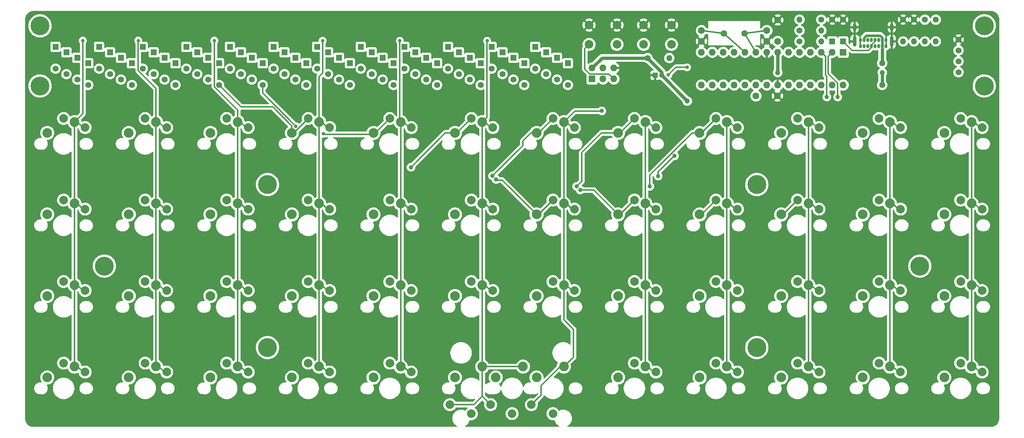
<source format=gbr>
%TF.GenerationSoftware,KiCad,Pcbnew,6.0.4-6f826c9f35~116~ubuntu22.04.1*%
%TF.CreationDate,2022-04-06T02:04:57+02:00*%
%TF.ProjectId,plaid,706c6169-642e-46b6-9963-61645f706362,rev?*%
%TF.SameCoordinates,Original*%
%TF.FileFunction,Copper,L1,Top*%
%TF.FilePolarity,Positive*%
%FSLAX46Y46*%
G04 Gerber Fmt 4.6, Leading zero omitted, Abs format (unit mm)*
G04 Created by KiCad (PCBNEW 6.0.4-6f826c9f35~116~ubuntu22.04.1) date 2022-04-06 02:04:57*
%MOMM*%
%LPD*%
G01*
G04 APERTURE LIST*
%TA.AperFunction,ComponentPad*%
%ADD10C,2.000000*%
%TD*%
%TA.AperFunction,ComponentPad*%
%ADD11O,2.250000X2.250000*%
%TD*%
%TA.AperFunction,ComponentPad*%
%ADD12C,2.250000*%
%TD*%
%TA.AperFunction,ComponentPad*%
%ADD13C,1.400000*%
%TD*%
%TA.AperFunction,ComponentPad*%
%ADD14O,1.400000X1.400000*%
%TD*%
%TA.AperFunction,ComponentPad*%
%ADD15C,1.600000*%
%TD*%
%TA.AperFunction,ComponentPad*%
%ADD16C,1.500000*%
%TD*%
%TA.AperFunction,ComponentPad*%
%ADD17R,1.400000X1.400000*%
%TD*%
%TA.AperFunction,ComponentPad*%
%ADD18R,1.600000X1.600000*%
%TD*%
%TA.AperFunction,ComponentPad*%
%ADD19O,1.600000X1.600000*%
%TD*%
%TA.AperFunction,ComponentPad*%
%ADD20O,0.650000X1.000000*%
%TD*%
%TA.AperFunction,ComponentPad*%
%ADD21O,0.900000X1.700000*%
%TD*%
%TA.AperFunction,ComponentPad*%
%ADD22O,0.900000X2.400000*%
%TD*%
%TA.AperFunction,ComponentPad*%
%ADD23C,1.397000*%
%TD*%
%TA.AperFunction,ComponentPad*%
%ADD24C,4.400000*%
%TD*%
%TA.AperFunction,ComponentPad*%
%ADD25C,1.200000*%
%TD*%
%TA.AperFunction,ComponentPad*%
%ADD26R,1.200000X1.200000*%
%TD*%
%TA.AperFunction,ViaPad*%
%ADD27C,0.800000*%
%TD*%
%TA.AperFunction,ViaPad*%
%ADD28C,1.200000*%
%TD*%
%TA.AperFunction,ViaPad*%
%ADD29C,1.000000*%
%TD*%
%TA.AperFunction,Conductor*%
%ADD30C,0.800000*%
%TD*%
%TA.AperFunction,Conductor*%
%ADD31C,0.300000*%
%TD*%
%TA.AperFunction,Conductor*%
%ADD32C,0.600000*%
%TD*%
%TA.AperFunction,Conductor*%
%ADD33C,0.400000*%
%TD*%
%TA.AperFunction,Conductor*%
%ADD34C,0.500000*%
%TD*%
%TA.AperFunction,Conductor*%
%ADD35C,0.250000*%
%TD*%
G04 APERTURE END LIST*
D10*
X155974000Y-147130500D03*
D11*
X152164000Y-138690500D03*
D10*
X150974000Y-145030500D03*
D12*
X158514000Y-136150500D03*
X142664000Y-138690500D03*
D10*
X146474000Y-147130500D03*
X141474000Y-145030500D03*
D12*
X149014000Y-136150500D03*
D10*
X136974000Y-147130500D03*
D11*
X133164000Y-138690500D03*
D10*
X131974000Y-145030500D03*
D12*
X139514000Y-136150500D03*
D13*
X237579000Y-55270500D03*
D14*
X237579000Y-60350500D03*
D13*
X213449000Y-60350500D03*
D14*
X218529000Y-60350500D03*
D13*
X218529000Y-55270500D03*
D14*
X213449000Y-55270500D03*
D15*
X205829000Y-57810500D03*
X205829000Y-60310500D03*
X190589000Y-57810500D03*
X190589000Y-60310500D03*
D10*
X177104000Y-61040500D03*
X183604000Y-61040500D03*
X183604000Y-56540500D03*
X177104000Y-56540500D03*
X164404000Y-61040500D03*
X170904000Y-61040500D03*
X164404000Y-56540500D03*
X170904000Y-56540500D03*
D16*
X200649000Y-58445500D03*
X195769000Y-58445500D03*
D17*
X151854000Y-61620500D03*
D13*
X151854000Y-66700500D03*
D17*
X141694000Y-61620500D03*
D13*
X141694000Y-66700500D03*
D17*
X131534000Y-61620500D03*
D13*
X131534000Y-66700500D03*
D17*
X121374000Y-61620500D03*
D13*
X121374000Y-66700500D03*
D11*
X76164000Y-138690500D03*
D10*
X79974000Y-135330500D03*
D12*
X82514000Y-136150500D03*
D10*
X84974000Y-137430500D03*
D11*
X57164000Y-138690500D03*
D10*
X60974000Y-135330500D03*
D12*
X63514000Y-136150500D03*
D10*
X65974000Y-137430500D03*
D17*
X159474000Y-65430500D03*
D13*
X159474000Y-70510500D03*
D17*
X149314000Y-65430500D03*
D13*
X149314000Y-70510500D03*
D17*
X139154000Y-65430500D03*
D13*
X139154000Y-70510500D03*
D17*
X128994000Y-65430500D03*
D13*
X128994000Y-70510500D03*
D17*
X118834000Y-65430500D03*
D13*
X118834000Y-70510500D03*
D15*
X203289000Y-73050500D03*
X208289000Y-73050500D03*
D11*
X247164000Y-138690500D03*
D10*
X250974000Y-135330500D03*
X255974000Y-137430500D03*
D12*
X253514000Y-136150500D03*
D10*
X231974000Y-135330500D03*
D11*
X228164000Y-138690500D03*
D10*
X236974000Y-137430500D03*
D12*
X234514000Y-136150500D03*
D17*
X108674000Y-65430500D03*
D13*
X108674000Y-70510500D03*
D17*
X98514000Y-65430500D03*
D13*
X98514000Y-70510500D03*
D17*
X88354000Y-65430500D03*
D13*
X88354000Y-70510500D03*
D17*
X78194000Y-65430500D03*
D13*
X78194000Y-70510500D03*
D17*
X68034000Y-65430500D03*
D13*
X68034000Y-70510500D03*
D17*
X57874000Y-65430500D03*
D13*
X57874000Y-70510500D03*
D17*
X42634000Y-62890500D03*
D13*
X42634000Y-67970500D03*
D17*
X156934000Y-64160500D03*
D13*
X156934000Y-69240500D03*
D17*
X146774000Y-64160500D03*
D13*
X146774000Y-69240500D03*
D17*
X136614000Y-64160500D03*
D13*
X136614000Y-69240500D03*
D17*
X126454000Y-64160500D03*
D13*
X126454000Y-69240500D03*
D17*
X116294000Y-64160500D03*
D13*
X116294000Y-69240500D03*
D17*
X106134000Y-64160500D03*
D13*
X106134000Y-69240500D03*
X232699000Y-70505500D03*
X232699000Y-65405500D03*
D18*
X223609000Y-62890500D03*
D19*
X221069000Y-62890500D03*
X218529000Y-62890500D03*
X215989000Y-62890500D03*
X213449000Y-62890500D03*
X210909000Y-62890500D03*
X208369000Y-62890500D03*
X205829000Y-62890500D03*
X203289000Y-62890500D03*
X200749000Y-62890500D03*
X198209000Y-62890500D03*
X195669000Y-62890500D03*
X193129000Y-62890500D03*
X190589000Y-62890500D03*
X190589000Y-70510500D03*
X193129000Y-70510500D03*
X195669000Y-70510500D03*
X198209000Y-70510500D03*
X200749000Y-70510500D03*
X203289000Y-70510500D03*
X205829000Y-70510500D03*
X208369000Y-70510500D03*
X210909000Y-70510500D03*
X213449000Y-70510500D03*
X215989000Y-70510500D03*
X218529000Y-70510500D03*
X221069000Y-70510500D03*
X223609000Y-70510500D03*
D18*
X165114000Y-69095500D03*
D19*
X165114000Y-66555500D03*
X167654000Y-69095500D03*
X167654000Y-66555500D03*
X170194000Y-69095500D03*
X170194000Y-66555500D03*
D17*
X47714000Y-65430500D03*
D13*
X47714000Y-70510500D03*
X223609000Y-55270500D03*
D17*
X223609000Y-60350500D03*
D13*
X221069000Y-55270500D03*
D17*
X221069000Y-60350500D03*
X134074000Y-62890500D03*
D13*
X134074000Y-67970500D03*
X178016000Y-64230500D03*
D14*
X183096000Y-64230500D03*
D13*
X245194400Y-55275100D03*
D14*
X245194400Y-60355100D03*
D10*
X174974000Y-135330500D03*
D11*
X171164000Y-138690500D03*
D10*
X179974000Y-137430500D03*
D12*
X177514000Y-136150500D03*
D20*
X233569000Y-61434000D03*
X232719000Y-61434000D03*
X231869000Y-61434000D03*
X231019000Y-61434000D03*
X230169000Y-61434000D03*
X229319000Y-61434000D03*
X228469000Y-61434000D03*
X227619000Y-61434000D03*
X227614000Y-59982000D03*
X228464000Y-59982000D03*
X229314000Y-59982000D03*
X230164000Y-59982000D03*
X231014000Y-59982000D03*
X231864000Y-59982000D03*
X232714000Y-59982000D03*
X233569000Y-59982000D03*
D21*
X226269000Y-57010500D03*
D22*
X234919000Y-60390500D03*
D21*
X234919000Y-57010500D03*
D22*
X226269000Y-60390500D03*
D11*
X114164000Y-138690500D03*
D10*
X117974000Y-135330500D03*
X122974000Y-137430500D03*
D12*
X120514000Y-136150500D03*
D11*
X190164000Y-119690500D03*
D10*
X193974000Y-116330500D03*
D12*
X196514000Y-117150500D03*
D10*
X198974000Y-118430500D03*
D11*
X171164000Y-119690500D03*
D10*
X174974000Y-116330500D03*
D12*
X177514000Y-117150500D03*
D10*
X179974000Y-118430500D03*
D11*
X38164000Y-119690500D03*
D10*
X41974000Y-116330500D03*
X46974000Y-118430500D03*
D12*
X44514000Y-117150500D03*
D17*
X95974000Y-64160500D03*
D13*
X95974000Y-69240500D03*
D17*
X85814000Y-64160500D03*
D13*
X85814000Y-69240500D03*
D17*
X75654000Y-64160500D03*
D13*
X75654000Y-69240500D03*
D17*
X65494000Y-64160500D03*
D13*
X65494000Y-69240500D03*
D17*
X55334000Y-64160500D03*
D13*
X55334000Y-69240500D03*
D17*
X45174000Y-64160500D03*
D13*
X45174000Y-69240500D03*
D15*
X208369000Y-55350500D03*
X208369000Y-60350500D03*
D10*
X155974000Y-97330500D03*
D11*
X152164000Y-100690500D03*
D10*
X160974000Y-99430500D03*
D12*
X158514000Y-98150500D03*
D10*
X41974000Y-135330500D03*
D11*
X38164000Y-138690500D03*
D10*
X46974000Y-137430500D03*
D12*
X44514000Y-136150500D03*
D10*
X250974000Y-116330500D03*
D11*
X247164000Y-119690500D03*
D12*
X253514000Y-117150500D03*
D10*
X255974000Y-118430500D03*
X193974000Y-135330500D03*
D11*
X190164000Y-138690500D03*
D12*
X196514000Y-136150500D03*
D10*
X198974000Y-137430500D03*
X155974000Y-78330500D03*
D11*
X152164000Y-81690500D03*
D12*
X158514000Y-79150500D03*
D10*
X160974000Y-80430500D03*
D13*
X213449000Y-57810500D03*
D14*
X218529000Y-57810500D03*
D10*
X250974000Y-97330500D03*
D11*
X247164000Y-100690500D03*
D12*
X253514000Y-98150500D03*
D10*
X255974000Y-99430500D03*
D11*
X228164000Y-81690500D03*
D10*
X231974000Y-78330500D03*
D12*
X234514000Y-79150500D03*
D10*
X236974000Y-80430500D03*
D11*
X57164000Y-100690500D03*
D10*
X60974000Y-97330500D03*
D12*
X63514000Y-98150500D03*
D10*
X65974000Y-99430500D03*
X117974000Y-97330500D03*
D11*
X114164000Y-100690500D03*
D10*
X122974000Y-99430500D03*
D12*
X120514000Y-98150500D03*
D11*
X114164000Y-81690500D03*
D10*
X117974000Y-78330500D03*
X122974000Y-80430500D03*
D12*
X120514000Y-79150500D03*
D10*
X79974000Y-78330500D03*
D11*
X76164000Y-81690500D03*
D12*
X82514000Y-79150500D03*
D10*
X84974000Y-80430500D03*
D11*
X247164000Y-81690500D03*
D10*
X250974000Y-78330500D03*
X255974000Y-80430500D03*
D12*
X253514000Y-79150500D03*
D11*
X95164000Y-81690500D03*
D10*
X98974000Y-78330500D03*
X103974000Y-80430500D03*
D12*
X101514000Y-79150500D03*
D10*
X136974000Y-78330500D03*
D11*
X133164000Y-81690500D03*
D10*
X141974000Y-80430500D03*
D12*
X139514000Y-79150500D03*
D11*
X190164000Y-100690500D03*
D10*
X193974000Y-97330500D03*
X198974000Y-99430500D03*
D12*
X196514000Y-98150500D03*
D10*
X41974000Y-97330500D03*
D11*
X38164000Y-100690500D03*
D10*
X46974000Y-99430500D03*
D12*
X44514000Y-98150500D03*
D10*
X212974000Y-97330500D03*
D11*
X209164000Y-100690500D03*
D10*
X217974000Y-99430500D03*
D12*
X215514000Y-98150500D03*
D17*
X123914000Y-62890500D03*
D13*
X123914000Y-67970500D03*
D17*
X113754000Y-62890500D03*
D13*
X113754000Y-67970500D03*
D17*
X103594000Y-62890500D03*
D13*
X103594000Y-67970500D03*
D17*
X93434000Y-62890500D03*
D13*
X93434000Y-67970500D03*
D17*
X83274000Y-62890500D03*
D13*
X83274000Y-67970500D03*
D17*
X73114000Y-62890500D03*
D13*
X73114000Y-67970500D03*
D17*
X62954000Y-62890500D03*
D13*
X62954000Y-67970500D03*
D17*
X52794000Y-62890500D03*
D13*
X52794000Y-67970500D03*
D23*
X250473400Y-67537100D03*
X250473400Y-64997100D03*
X250473400Y-62457100D03*
X250473400Y-59917100D03*
D24*
X241474000Y-112730500D03*
X203474000Y-131730500D03*
X203474000Y-93730500D03*
X89474000Y-131730500D03*
X89474000Y-93730500D03*
X51474000Y-112730500D03*
X256474000Y-70730500D03*
X256474000Y-56730500D03*
X36474000Y-70730500D03*
X36474000Y-56730500D03*
D10*
X117974000Y-116330500D03*
D11*
X114164000Y-119690500D03*
D12*
X120514000Y-117150500D03*
D10*
X122974000Y-118430500D03*
X79974000Y-116330500D03*
D11*
X76164000Y-119690500D03*
D12*
X82514000Y-117150500D03*
D10*
X84974000Y-118430500D03*
D11*
X228164000Y-100690500D03*
D10*
X231974000Y-97330500D03*
D12*
X234514000Y-98150500D03*
D10*
X236974000Y-99430500D03*
D11*
X76164000Y-100690500D03*
D10*
X79974000Y-97330500D03*
D12*
X82514000Y-98150500D03*
D10*
X84974000Y-99430500D03*
D11*
X209164000Y-138690500D03*
D10*
X212974000Y-135330500D03*
D12*
X215514000Y-136150500D03*
D10*
X217974000Y-137430500D03*
X60974000Y-116330500D03*
D11*
X57164000Y-119690500D03*
D10*
X65974000Y-118430500D03*
D12*
X63514000Y-117150500D03*
D11*
X171164000Y-100690500D03*
D10*
X174974000Y-97330500D03*
D12*
X177514000Y-98150500D03*
D10*
X179974000Y-99430500D03*
D11*
X95164000Y-100690500D03*
D10*
X98974000Y-97330500D03*
D12*
X101514000Y-98150500D03*
D10*
X103974000Y-99430500D03*
D11*
X133164000Y-100690500D03*
D10*
X136974000Y-97330500D03*
D12*
X139514000Y-98150500D03*
D10*
X141974000Y-99430500D03*
D17*
X111214000Y-61620500D03*
D13*
X111214000Y-66700500D03*
D17*
X101054000Y-61620500D03*
D13*
X101054000Y-66700500D03*
D17*
X90894000Y-61620500D03*
D13*
X90894000Y-66700500D03*
D17*
X80734000Y-61620500D03*
D13*
X80734000Y-66700500D03*
D17*
X70574000Y-61620500D03*
D13*
X70574000Y-66700500D03*
D17*
X60414000Y-61620500D03*
D13*
X60414000Y-66700500D03*
D17*
X50254000Y-61620500D03*
D13*
X50254000Y-66700500D03*
D17*
X40094000Y-61620500D03*
D13*
X40094000Y-66700500D03*
D17*
X154394000Y-62890500D03*
D13*
X154394000Y-67970500D03*
D17*
X144234000Y-62890500D03*
D13*
X144234000Y-67970500D03*
D11*
X95164000Y-119690500D03*
D10*
X98974000Y-116330500D03*
D12*
X101514000Y-117150500D03*
D10*
X103974000Y-118430500D03*
X98974000Y-135330500D03*
D11*
X95164000Y-138690500D03*
D12*
X101514000Y-136150500D03*
D10*
X103974000Y-137430500D03*
X212974000Y-78330500D03*
D11*
X209164000Y-81690500D03*
D12*
X215514000Y-79150500D03*
D10*
X217974000Y-80430500D03*
X231974000Y-116330500D03*
D11*
X228164000Y-119690500D03*
D10*
X236974000Y-118430500D03*
D12*
X234514000Y-117150500D03*
D10*
X212974000Y-116330500D03*
D11*
X209164000Y-119690500D03*
D10*
X217974000Y-118430500D03*
D12*
X215514000Y-117150500D03*
D11*
X152164000Y-119690500D03*
D10*
X155974000Y-116330500D03*
X160974000Y-118430500D03*
D12*
X158514000Y-117150500D03*
D11*
X133164000Y-119690500D03*
D10*
X136974000Y-116330500D03*
D12*
X139514000Y-117150500D03*
D10*
X141974000Y-118430500D03*
X60974000Y-78330500D03*
D11*
X57164000Y-81690500D03*
D12*
X63514000Y-79150500D03*
D10*
X65974000Y-80430500D03*
X41974000Y-78330500D03*
D11*
X38164000Y-81690500D03*
D12*
X44514000Y-79150500D03*
D10*
X46974000Y-80430500D03*
D11*
X190164000Y-81690500D03*
D10*
X193974000Y-78330500D03*
X198974000Y-80430500D03*
D12*
X196514000Y-79150500D03*
D11*
X171164000Y-81690500D03*
D10*
X174974000Y-78330500D03*
D12*
X177514000Y-79150500D03*
D10*
X179974000Y-80430500D03*
D25*
X181306000Y-68230500D03*
D26*
X179806000Y-68230500D03*
D13*
X242654400Y-55275100D03*
D14*
X242654400Y-60355100D03*
D13*
X240119000Y-55270500D03*
D14*
X240119000Y-60350500D03*
D27*
X78649000Y-68180500D03*
X137624000Y-67305500D03*
X117674000Y-67505500D03*
X128349000Y-60405500D03*
X97924000Y-59855500D03*
X83149000Y-59855500D03*
X102324000Y-60180500D03*
X96499000Y-77730500D03*
X96106523Y-80138023D03*
X102474000Y-81855500D03*
X77099000Y-60155500D03*
X59374000Y-60155500D03*
X120324000Y-60205500D03*
X140649000Y-60205500D03*
X243899000Y-57755500D03*
D28*
X232724000Y-67590500D03*
D27*
X186064000Y-64280500D03*
X182864000Y-68170500D03*
X187234000Y-66380500D03*
D28*
X187294000Y-74260000D03*
D27*
X46894000Y-114970500D03*
D29*
X188303000Y-54381500D03*
X190589000Y-54381500D03*
X205829000Y-54381500D03*
D27*
X132149000Y-76255500D03*
D29*
X258474000Y-93730500D03*
X258474000Y-112730500D03*
X258474000Y-131730500D03*
X258474000Y-148730500D03*
X241474000Y-148730500D03*
X222474000Y-148730500D03*
X203474000Y-148730500D03*
X184474000Y-148730500D03*
X165474000Y-148730500D03*
X146464000Y-148970500D03*
X127474000Y-148730500D03*
X108474000Y-148730500D03*
X89474000Y-148730500D03*
X70474000Y-148730500D03*
X51474000Y-148730500D03*
X34474000Y-148730500D03*
X34474000Y-131730500D03*
X34474000Y-93730500D03*
X34474000Y-112730500D03*
X34474000Y-74730500D03*
X258474000Y-74730500D03*
X258474000Y-62730500D03*
X34474000Y-62730500D03*
X202146000Y-54381500D03*
X194399000Y-54381500D03*
X198209000Y-54381500D03*
X188303000Y-57810500D03*
D27*
X114849000Y-127855500D03*
X94974000Y-109055500D03*
X77449000Y-90180500D03*
X106899000Y-96205500D03*
X211674000Y-127405500D03*
X226449000Y-72730500D03*
X113149000Y-76130500D03*
X193549000Y-68330500D03*
X104599000Y-87780500D03*
X249174000Y-128280500D03*
X114249000Y-96030500D03*
X58849000Y-90505500D03*
X171774000Y-129480500D03*
X154099000Y-129405500D03*
X53924000Y-59180500D03*
X143224000Y-127180500D03*
X228449000Y-109805500D03*
X215799000Y-74355500D03*
X77449000Y-109255500D03*
X105899000Y-60155500D03*
X61699000Y-71155500D03*
X166614000Y-73590500D03*
X69399000Y-59355500D03*
X204799000Y-85655500D03*
X191099000Y-129480500D03*
X222499000Y-95380500D03*
X59124000Y-109680500D03*
X73899000Y-75180500D03*
X204449000Y-66580500D03*
X152524000Y-97380500D03*
X220274000Y-76330500D03*
X133374000Y-127080500D03*
X227799000Y-128455500D03*
X88224000Y-68055500D03*
X230599000Y-55030500D03*
X59024000Y-128030500D03*
X98624000Y-127905500D03*
X77074000Y-127955500D03*
X241499000Y-78380500D03*
X184524000Y-80455500D03*
X131049000Y-97255500D03*
X188328400Y-95377100D03*
X152299000Y-74705500D03*
X117049000Y-60105500D03*
X133399000Y-109405500D03*
X223624000Y-65530500D03*
X168299000Y-79580500D03*
X245474000Y-89430500D03*
X152124000Y-111930500D03*
X171374000Y-96905500D03*
X223549000Y-85905500D03*
D29*
X122898000Y-89687500D03*
X141906714Y-91697786D03*
X161498312Y-94156188D03*
X178574000Y-94131000D03*
X184305688Y-87012188D03*
X180503812Y-91725688D03*
X142756714Y-92547786D03*
X162348312Y-95006188D03*
D27*
X46449000Y-60155500D03*
D29*
X167349000Y-76555500D03*
X219799000Y-73304500D03*
X222339000Y-73304500D03*
D28*
X208369000Y-67589500D03*
D30*
X232699000Y-70505500D02*
X232699000Y-67615500D01*
X232699000Y-67615500D02*
X232724000Y-67590500D01*
X232699000Y-65405500D02*
X232719000Y-65385500D01*
X232699000Y-70505500D02*
X232704000Y-70510500D01*
X232719000Y-65385500D02*
X232719000Y-62145083D01*
D31*
X131974000Y-145030500D02*
X137554000Y-145030500D01*
X137554000Y-145030500D02*
X139514000Y-143070500D01*
X139514000Y-136150500D02*
X139514000Y-143070500D01*
X139514000Y-143070500D02*
X141474000Y-145030500D01*
X142756714Y-92547786D02*
X142864428Y-92655500D01*
X144129000Y-92655500D02*
X152164000Y-100690500D01*
X142864428Y-92655500D02*
X144129000Y-92655500D01*
X141906714Y-91697786D02*
X148974000Y-84630500D01*
X148974000Y-84630500D02*
X148974000Y-83555500D01*
X148974000Y-83555500D02*
X150839000Y-81690500D01*
X150839000Y-81690500D02*
X152164000Y-81690500D01*
X162348312Y-95006188D02*
X162349000Y-95005500D01*
X162349000Y-95005500D02*
X165479000Y-95005500D01*
X165479000Y-95005500D02*
X171164000Y-100690500D01*
X161498312Y-94156188D02*
X162724000Y-92930500D01*
X162724000Y-92930500D02*
X162724000Y-86230500D01*
X162724000Y-86230500D02*
X167264000Y-81690500D01*
X167264000Y-81690500D02*
X171164000Y-81690500D01*
X177514000Y-79150500D02*
X177514000Y-98150500D01*
X188426000Y-81690500D02*
X190164000Y-81690500D01*
X178574000Y-91542500D02*
X188426000Y-81690500D01*
X178574000Y-94131000D02*
X178574000Y-91542500D01*
X180503812Y-91725688D02*
X180503812Y-90775688D01*
X180503812Y-90775688D02*
X184259000Y-87020500D01*
X184259000Y-87020500D02*
X184297376Y-87020500D01*
X184297376Y-87020500D02*
X184305688Y-87012188D01*
X102474000Y-81855500D02*
X102649000Y-82030500D01*
X102649000Y-82030500D02*
X113824000Y-82030500D01*
X113824000Y-82030500D02*
X114164000Y-81690500D01*
X102324000Y-67756266D02*
X102324000Y-60180500D01*
X101514000Y-68566266D02*
X102324000Y-67756266D01*
X101514000Y-79150500D02*
X101514000Y-68566266D01*
X120324489Y-60205989D02*
X120324489Y-78960989D01*
X120324000Y-60205500D02*
X120324489Y-60205989D01*
X120324489Y-78960989D02*
X120514000Y-79150500D01*
X78194000Y-70510500D02*
X83314000Y-75630500D01*
X83314000Y-75630500D02*
X90699000Y-75630500D01*
X90699000Y-75630500D02*
X95164000Y-80095500D01*
X95164000Y-80095500D02*
X95164000Y-81690500D01*
X96106523Y-80138023D02*
X88354000Y-72385500D01*
X88354000Y-72385500D02*
X88354000Y-70510500D01*
X140649000Y-60205500D02*
X140639000Y-60215500D01*
X140639000Y-60215500D02*
X140639000Y-78025500D01*
X140639000Y-78025500D02*
X139514000Y-79150500D01*
X46449000Y-60155500D02*
X46444000Y-60160500D01*
X46444000Y-60160500D02*
X46444000Y-77220500D01*
X46444000Y-77220500D02*
X44514000Y-79150500D01*
X59374000Y-60155500D02*
X59364489Y-60165011D01*
X59364489Y-60165011D02*
X59364489Y-67135223D01*
X59364489Y-67135223D02*
X63514000Y-71284734D01*
X63514000Y-71284734D02*
X63514000Y-79150500D01*
X77099000Y-70899734D02*
X77099000Y-60155500D01*
X82514000Y-76314734D02*
X77099000Y-70899734D01*
X82514000Y-79150500D02*
X82514000Y-76314734D01*
X184654000Y-66380500D02*
X187234000Y-66380500D01*
X182864000Y-68170500D02*
X184654000Y-66380500D01*
D30*
X187294000Y-74260000D02*
X187294000Y-74218500D01*
X187294000Y-74218500D02*
X181306000Y-68230500D01*
X165114000Y-66555500D02*
X167449000Y-64220500D01*
X167449000Y-64220500D02*
X178006000Y-64220500D01*
X178006000Y-64220500D02*
X178016000Y-64230500D01*
D31*
X164404000Y-61040500D02*
X163404000Y-62040500D01*
X163404000Y-62040500D02*
X163404000Y-66790500D01*
X164554000Y-67940500D02*
X169039000Y-67940500D01*
X163404000Y-66790500D02*
X164554000Y-67940500D01*
X169039000Y-67940500D02*
X170194000Y-69095500D01*
D30*
X178016000Y-64230500D02*
X181306000Y-67520500D01*
X181306000Y-67520500D02*
X181306000Y-68230500D01*
D31*
X255974000Y-137430500D02*
X255444000Y-137430500D01*
X255444000Y-137430500D02*
X254164000Y-136150500D01*
X254164000Y-136150500D02*
X253514000Y-136150500D01*
X253514000Y-98150500D02*
X254174000Y-98150500D01*
X254174000Y-98150500D02*
X255454000Y-99430500D01*
X255454000Y-99430500D02*
X255974000Y-99430500D01*
X253514000Y-79150500D02*
X254174000Y-79150500D01*
X254174000Y-79150500D02*
X255454000Y-80430500D01*
X255454000Y-80430500D02*
X255974000Y-80430500D01*
X234514000Y-79150500D02*
X235164000Y-79150500D01*
X235164000Y-79150500D02*
X236444000Y-80430500D01*
X236444000Y-80430500D02*
X236974000Y-80430500D01*
X215514000Y-79150500D02*
X216174000Y-79150500D01*
X216174000Y-79150500D02*
X217454000Y-80430500D01*
X217454000Y-80430500D02*
X217974000Y-80430500D01*
X196514000Y-79150500D02*
X197164000Y-79150500D01*
X197164000Y-79150500D02*
X198444000Y-80430500D01*
X198444000Y-80430500D02*
X198974000Y-80430500D01*
X177514000Y-79150500D02*
X178174000Y-79150500D01*
X178174000Y-79150500D02*
X179454000Y-80430500D01*
X179454000Y-80430500D02*
X179974000Y-80430500D01*
X158514000Y-79150500D02*
X159174000Y-79150500D01*
X160454000Y-80430500D02*
X160974000Y-80430500D01*
X159174000Y-79150500D02*
X160454000Y-80430500D01*
X139514000Y-79150500D02*
X140184000Y-79150500D01*
X140184000Y-79150500D02*
X141464000Y-80430500D01*
X141464000Y-80430500D02*
X141974000Y-80430500D01*
X120514000Y-79150500D02*
X121184000Y-79150500D01*
X121184000Y-79150500D02*
X122464000Y-80430500D01*
X122464000Y-80430500D02*
X122974000Y-80430500D01*
X101514000Y-79150500D02*
X102194000Y-79150500D01*
X102194000Y-79150500D02*
X103474000Y-80430500D01*
X103474000Y-80430500D02*
X103974000Y-80430500D01*
X82514000Y-79150500D02*
X83174000Y-79150500D01*
X83174000Y-79150500D02*
X84454000Y-80430500D01*
X84454000Y-80430500D02*
X84974000Y-80430500D01*
X63514000Y-79150500D02*
X64174000Y-79150500D01*
X64174000Y-79150500D02*
X65454000Y-80430500D01*
X65454000Y-80430500D02*
X65974000Y-80430500D01*
X44514000Y-79150500D02*
X45194000Y-79150500D01*
X45194000Y-79150500D02*
X46474000Y-80430500D01*
X46474000Y-80430500D02*
X46974000Y-80430500D01*
X196514000Y-98150500D02*
X197154000Y-98150500D01*
X197154000Y-98150500D02*
X198434000Y-99430500D01*
X198434000Y-99430500D02*
X198974000Y-99430500D01*
X177514000Y-117150500D02*
X178184000Y-117150500D01*
X178184000Y-117150500D02*
X179464000Y-118430500D01*
X179464000Y-118430500D02*
X179974000Y-118430500D01*
X150974000Y-145030500D02*
X153204000Y-142800500D01*
X153204000Y-142800500D02*
X153204000Y-140615690D01*
X153204000Y-140615690D02*
X157669190Y-136150500D01*
X157669190Y-136150500D02*
X158514000Y-136150500D01*
X158514000Y-136150500D02*
X158590060Y-136150500D01*
X158590060Y-136150500D02*
X160773671Y-133966889D01*
X160773671Y-133966889D02*
X160773671Y-127490171D01*
X160773671Y-127490171D02*
X158514000Y-125230500D01*
X158514000Y-125230500D02*
X158514000Y-117150500D01*
X158514000Y-117150500D02*
X159174000Y-117150500D01*
X159174000Y-117150500D02*
X160454000Y-118430500D01*
X160454000Y-118430500D02*
X160974000Y-118430500D01*
X139514000Y-117150500D02*
X140174000Y-117150500D01*
X140174000Y-117150500D02*
X141454000Y-118430500D01*
X141454000Y-118430500D02*
X141974000Y-118430500D01*
X122974000Y-137430500D02*
X122444000Y-137430500D01*
X122444000Y-137430500D02*
X121164000Y-136150500D01*
X121164000Y-136150500D02*
X120514000Y-136150500D01*
X103974000Y-137430500D02*
X103444000Y-137430500D01*
X103444000Y-137430500D02*
X102164000Y-136150500D01*
X102164000Y-136150500D02*
X101514000Y-136150500D01*
X101514000Y-117150500D02*
X102134000Y-117150500D01*
X102134000Y-117150500D02*
X103414000Y-118430500D01*
X103414000Y-118430500D02*
X103974000Y-118430500D01*
X82514000Y-117150500D02*
X83174000Y-117150500D01*
X84454000Y-118430500D02*
X84974000Y-118430500D01*
X83174000Y-117150500D02*
X84454000Y-118430500D01*
X84974000Y-137430500D02*
X84464000Y-137430500D01*
X84464000Y-137430500D02*
X83184000Y-136150500D01*
X83184000Y-136150500D02*
X82514000Y-136150500D01*
X65974000Y-137430500D02*
X65454000Y-137430500D01*
X65454000Y-137430500D02*
X64174000Y-136150500D01*
X64174000Y-136150500D02*
X63514000Y-136150500D01*
X46974000Y-137430500D02*
X46454000Y-137430500D01*
X45174000Y-136150500D02*
X44514000Y-136150500D01*
X46454000Y-137430500D02*
X45174000Y-136150500D01*
X63514000Y-117150500D02*
X64204000Y-117150500D01*
X64204000Y-117150500D02*
X65484000Y-118430500D01*
X65484000Y-118430500D02*
X65974000Y-118430500D01*
X46974000Y-118430500D02*
X46434000Y-118430500D01*
X46434000Y-118430500D02*
X45154000Y-117150500D01*
X45154000Y-117150500D02*
X44514000Y-117150500D01*
X44514000Y-98150500D02*
X45174000Y-98150500D01*
X45174000Y-98150500D02*
X46454000Y-99430500D01*
X46454000Y-99430500D02*
X46974000Y-99430500D01*
X63514000Y-98150500D02*
X64204000Y-98150500D01*
X64204000Y-98150500D02*
X65484000Y-99430500D01*
X65484000Y-99430500D02*
X65974000Y-99430500D01*
X82514000Y-98150500D02*
X83164000Y-98150500D01*
X83164000Y-98150500D02*
X84444000Y-99430500D01*
X84444000Y-99430500D02*
X84974000Y-99430500D01*
X101514000Y-98150500D02*
X102164000Y-98150500D01*
X102164000Y-98150500D02*
X103444000Y-99430500D01*
X103444000Y-99430500D02*
X103974000Y-99430500D01*
X120514000Y-98150500D02*
X121174000Y-98150500D01*
X121174000Y-98150500D02*
X122454000Y-99430500D01*
X122454000Y-99430500D02*
X122974000Y-99430500D01*
X139514000Y-98150500D02*
X140194000Y-98150500D01*
X141474000Y-99430500D02*
X141974000Y-99430500D01*
X140194000Y-98150500D02*
X141474000Y-99430500D01*
X158514000Y-98150500D02*
X159164000Y-98150500D01*
X159164000Y-98150500D02*
X160444000Y-99430500D01*
X160444000Y-99430500D02*
X160974000Y-99430500D01*
X177514000Y-98150500D02*
X178184000Y-98150500D01*
X178184000Y-98150500D02*
X179464000Y-99430500D01*
X179464000Y-99430500D02*
X179974000Y-99430500D01*
X215514000Y-98150500D02*
X216184000Y-98150500D01*
X216184000Y-98150500D02*
X217464000Y-99430500D01*
X217464000Y-99430500D02*
X217974000Y-99430500D01*
X215514000Y-117150500D02*
X216174000Y-117150500D01*
X216174000Y-117150500D02*
X217454000Y-118430500D01*
X217454000Y-118430500D02*
X217974000Y-118430500D01*
X234514000Y-117150500D02*
X235204000Y-117150500D01*
X235204000Y-117150500D02*
X236484000Y-118430500D01*
X236484000Y-118430500D02*
X236974000Y-118430500D01*
X234514000Y-98150500D02*
X235194000Y-98150500D01*
X235194000Y-98150500D02*
X236474000Y-99430500D01*
X236474000Y-99430500D02*
X236974000Y-99430500D01*
X236974000Y-137430500D02*
X236464000Y-137430500D01*
X236464000Y-137430500D02*
X235184000Y-136150500D01*
X235184000Y-136150500D02*
X234514000Y-136150500D01*
X217974000Y-137430500D02*
X217414000Y-137430500D01*
X217414000Y-137430500D02*
X216134000Y-136150500D01*
X216134000Y-136150500D02*
X215514000Y-136150500D01*
X198974000Y-137430500D02*
X198484000Y-137430500D01*
X198484000Y-137430500D02*
X197204000Y-136150500D01*
X197204000Y-136150500D02*
X196514000Y-136150500D01*
X177514000Y-136150500D02*
X178104000Y-136150500D01*
X178104000Y-136150500D02*
X179384000Y-137430500D01*
X179384000Y-137430500D02*
X179974000Y-137430500D01*
X139514000Y-136150500D02*
X149014000Y-136150500D01*
X138644000Y-136150500D02*
X139514000Y-136150500D01*
X143114000Y-138690500D02*
X142664000Y-138690500D01*
X195769000Y-58445500D02*
X200749000Y-62890500D01*
X190589000Y-57810500D02*
X195769000Y-58445500D01*
D32*
X205829000Y-60310500D02*
X205909000Y-60310500D01*
D31*
X98974000Y-78330500D02*
X95614000Y-81690500D01*
X95614000Y-81690500D02*
X95164000Y-81690500D01*
X114614000Y-81690500D02*
X114164000Y-81690500D01*
X117974000Y-78330500D02*
X114614000Y-81690500D01*
X122898000Y-89687500D02*
X130895000Y-81690500D01*
X130895000Y-81690500D02*
X133164000Y-81690500D01*
X133614000Y-81690500D02*
X133164000Y-81690500D01*
X136974000Y-78330500D02*
X133614000Y-81690500D01*
X152614000Y-81690500D02*
X152164000Y-81690500D01*
X155974000Y-78330500D02*
X152614000Y-81690500D01*
X171614000Y-81690500D02*
X171164000Y-81690500D01*
X174974000Y-78330500D02*
X171614000Y-81690500D01*
X190614000Y-81690500D02*
X190164000Y-81690500D01*
X193974000Y-78330500D02*
X190614000Y-81690500D01*
X228614000Y-81690500D02*
X228164000Y-81690500D01*
X152614000Y-100690500D02*
X152164000Y-100690500D01*
X155974000Y-97330500D02*
X152614000Y-100690500D01*
X174974000Y-97330500D02*
X171614000Y-100690500D01*
X171614000Y-100690500D02*
X171164000Y-100690500D01*
X193974000Y-97330500D02*
X190614000Y-100690500D01*
X190614000Y-100690500D02*
X190164000Y-100690500D01*
X212974000Y-97330500D02*
X209614000Y-100690500D01*
X209614000Y-100690500D02*
X209164000Y-100690500D01*
X44514000Y-98150500D02*
X44514000Y-79150500D01*
X44514000Y-117150500D02*
X44514000Y-98150500D01*
X44514000Y-136150500D02*
X44514000Y-117150500D01*
X63514000Y-98150500D02*
X63514000Y-79150500D01*
X63514000Y-117150500D02*
X63514000Y-98150500D01*
X63514000Y-136150500D02*
X63514000Y-117150500D01*
X82514000Y-117150500D02*
X82514000Y-98150500D01*
X82514000Y-98150500D02*
X82514000Y-79150500D01*
X82514000Y-136150500D02*
X82514000Y-117150500D01*
X101514000Y-79150500D02*
X101514000Y-98150500D01*
X101514000Y-117150500D02*
X101514000Y-136150500D01*
X101514000Y-98150500D02*
X101514000Y-117150500D01*
X120514000Y-79150500D02*
X120514000Y-98150500D01*
X120514000Y-117150500D02*
X120514000Y-136150500D01*
X120514000Y-98150500D02*
X120514000Y-117150500D01*
X139514000Y-98150500D02*
X139514000Y-79150500D01*
X139514000Y-117150500D02*
X139514000Y-136150500D01*
X139514000Y-98150500D02*
X139514000Y-117150500D01*
X158514000Y-98150500D02*
X158514000Y-117150500D01*
X158514000Y-79150500D02*
X158514000Y-98150500D01*
X167349000Y-76555500D02*
X167298000Y-76606500D01*
X161058000Y-76606500D02*
X158514000Y-79150500D01*
X167298000Y-76606500D02*
X161058000Y-76606500D01*
X177514000Y-98150500D02*
X177514000Y-117150500D01*
X177514000Y-136150500D02*
X177514000Y-117150500D01*
X196514000Y-98150500D02*
X196514000Y-117150500D01*
X196514000Y-79150500D02*
X196514000Y-98150500D01*
X196514000Y-117150500D02*
X196514000Y-136150500D01*
X215514000Y-98150500D02*
X215514000Y-117150500D01*
X215514000Y-79150500D02*
X215514000Y-98150500D01*
X215514000Y-117150500D02*
X215514000Y-136150500D01*
X234514000Y-79150500D02*
X234514000Y-98150500D01*
X219474000Y-63835500D02*
X218529000Y-62890500D01*
X219799000Y-68505500D02*
X219474000Y-68180500D01*
X219474000Y-68180500D02*
X219474000Y-63835500D01*
X219799000Y-73304500D02*
X219799000Y-68505500D01*
X234514000Y-98150500D02*
X234514000Y-117150500D01*
X234514000Y-117150500D02*
X234514000Y-136150500D01*
X222339000Y-70120500D02*
X220124000Y-67905500D01*
X220124000Y-63835500D02*
X221069000Y-62890500D01*
X220124000Y-67905500D02*
X220124000Y-63835500D01*
X222339000Y-73304500D02*
X222339000Y-70120500D01*
X253514000Y-79150500D02*
X253514000Y-98150500D01*
X253514000Y-98150500D02*
X253514000Y-117150500D01*
X253514000Y-117150500D02*
X253514000Y-136150500D01*
X253514000Y-117150500D02*
X254694000Y-117150500D01*
X254694000Y-117150500D02*
X255974000Y-118430500D01*
X205829000Y-57810500D02*
X200649000Y-58445500D01*
X200649000Y-58445500D02*
X203289000Y-62890500D01*
D30*
X208369000Y-62890500D02*
X208369000Y-67589500D01*
D32*
X232714000Y-60045500D02*
X232714000Y-61365500D01*
D33*
X232714000Y-61365500D02*
X232719000Y-61370500D01*
X232719000Y-61370500D02*
X232719000Y-61400500D01*
X232719000Y-61400500D02*
X232714000Y-61405500D01*
D32*
X232714000Y-61405500D02*
X232714000Y-62140083D01*
D34*
X232714000Y-62140083D02*
X232719000Y-62145083D01*
D33*
X228464000Y-61365500D02*
X228469000Y-61370500D01*
D32*
X228464000Y-59490260D02*
X228972270Y-58981990D01*
X232714000Y-59490260D02*
X232714000Y-60045500D01*
X232205730Y-58981990D02*
X232714000Y-59490260D01*
X228972270Y-58981990D02*
X232205730Y-58981990D01*
X228464000Y-60045500D02*
X228464000Y-59490260D01*
D35*
X230169000Y-61071252D02*
X231014000Y-60226252D01*
X231014000Y-60226252D02*
X231014000Y-60045500D01*
X230169000Y-61370500D02*
X230169000Y-61071252D01*
D31*
X230094010Y-61445490D02*
X230169000Y-61370500D01*
X230094010Y-61866519D02*
X230094010Y-61445490D01*
X229496749Y-62463780D02*
X230094010Y-61866519D01*
X225722280Y-62463780D02*
X229496749Y-62463780D01*
X223609000Y-60350500D02*
X225722280Y-62463780D01*
%TA.AperFunction,Conductor*%
G36*
X257944018Y-53240500D02*
G01*
X257958851Y-53242810D01*
X257958855Y-53242810D01*
X257967724Y-53244191D01*
X257984012Y-53242061D01*
X258008589Y-53241267D01*
X258035441Y-53243027D01*
X258225701Y-53255498D01*
X258242041Y-53257649D01*
X258361690Y-53281448D01*
X258481343Y-53305249D01*
X258497257Y-53309513D01*
X258612776Y-53348726D01*
X258728292Y-53387939D01*
X258743519Y-53394246D01*
X258962342Y-53502157D01*
X258976616Y-53510398D01*
X259179478Y-53645947D01*
X259192553Y-53655980D01*
X259375993Y-53816852D01*
X259387648Y-53828507D01*
X259548520Y-54011947D01*
X259558553Y-54025022D01*
X259694102Y-54227884D01*
X259702343Y-54242158D01*
X259810254Y-54460981D01*
X259816561Y-54476208D01*
X259855774Y-54591724D01*
X259883541Y-54673523D01*
X259894986Y-54707240D01*
X259899252Y-54723160D01*
X259946851Y-54962459D01*
X259949002Y-54978799D01*
X259962763Y-55188736D01*
X259961733Y-55211850D01*
X259961690Y-55215354D01*
X259960309Y-55224224D01*
X259961473Y-55233126D01*
X259961473Y-55233128D01*
X259964436Y-55255783D01*
X259965500Y-55272121D01*
X259965500Y-148181133D01*
X259964000Y-148200518D01*
X259961690Y-148215351D01*
X259961690Y-148215355D01*
X259960309Y-148224224D01*
X259962136Y-148238194D01*
X259962439Y-148240510D01*
X259963233Y-148265090D01*
X259949002Y-148482201D01*
X259946851Y-148498541D01*
X259905107Y-148708407D01*
X259899252Y-148737840D01*
X259894986Y-148753760D01*
X259816561Y-148984792D01*
X259810254Y-149000019D01*
X259702343Y-149218842D01*
X259694102Y-149233116D01*
X259558553Y-149435978D01*
X259548520Y-149449053D01*
X259387648Y-149632493D01*
X259375993Y-149644148D01*
X259192553Y-149805020D01*
X259179478Y-149815053D01*
X258976616Y-149950602D01*
X258962342Y-149958843D01*
X258743519Y-150066754D01*
X258728292Y-150073061D01*
X258713542Y-150078068D01*
X258497257Y-150151487D01*
X258481343Y-150155751D01*
X258389424Y-150174035D01*
X258242041Y-150203351D01*
X258225701Y-150205502D01*
X258084437Y-150214762D01*
X258015763Y-150219263D01*
X257992650Y-150218233D01*
X257989146Y-150218190D01*
X257980276Y-150216809D01*
X257971374Y-150217973D01*
X257971372Y-150217973D01*
X257957915Y-150219733D01*
X257948714Y-150220936D01*
X257932379Y-150222000D01*
X159441266Y-150222000D01*
X159373145Y-150201998D01*
X159326652Y-150148342D01*
X159316548Y-150078068D01*
X159346042Y-150013488D01*
X159382111Y-149984750D01*
X159459941Y-149943367D01*
X159463501Y-149940781D01*
X159463505Y-149940778D01*
X159686343Y-149778876D01*
X159686346Y-149778874D01*
X159689906Y-149776287D01*
X159785517Y-149683957D01*
X159891218Y-149581883D01*
X159891221Y-149581879D01*
X159894380Y-149578829D01*
X160069383Y-149354835D01*
X160211510Y-149108665D01*
X160213160Y-149104581D01*
X160213163Y-149104575D01*
X160316343Y-148849193D01*
X160316344Y-148849190D01*
X160317992Y-148845111D01*
X160386759Y-148569302D01*
X160394197Y-148498541D01*
X160416013Y-148290975D01*
X160416013Y-148290972D01*
X160416472Y-148286606D01*
X160416319Y-148282212D01*
X160406706Y-148006924D01*
X160406705Y-148006917D01*
X160406552Y-148002527D01*
X160357192Y-147722593D01*
X160355837Y-147718422D01*
X160355835Y-147718415D01*
X160270714Y-147456442D01*
X160269353Y-147452253D01*
X160144745Y-147196769D01*
X160142290Y-147193130D01*
X160142287Y-147193124D01*
X159988253Y-146964759D01*
X159988248Y-146964752D01*
X159985793Y-146961113D01*
X159884952Y-146849117D01*
X159798539Y-146753146D01*
X159798538Y-146753145D01*
X159795591Y-146749872D01*
X159577841Y-146567158D01*
X159336781Y-146416527D01*
X159077103Y-146300911D01*
X158883190Y-146245307D01*
X158808089Y-146223772D01*
X158808088Y-146223772D01*
X158803862Y-146222560D01*
X158799512Y-146221949D01*
X158799509Y-146221948D01*
X158695033Y-146207265D01*
X158522376Y-146183000D01*
X158309274Y-146183000D01*
X158307089Y-146183153D01*
X158307083Y-146183153D01*
X158101075Y-146197558D01*
X158101070Y-146197559D01*
X158096690Y-146197865D01*
X157818649Y-146256965D01*
X157814518Y-146258469D01*
X157814513Y-146258470D01*
X157701238Y-146299699D01*
X157551539Y-146354185D01*
X157441946Y-146412456D01*
X157372410Y-146426775D01*
X157306170Y-146401227D01*
X157275363Y-146367039D01*
X157200765Y-146245307D01*
X157200758Y-146245297D01*
X157198176Y-146241084D01*
X157043969Y-146060531D01*
X156863416Y-145906324D01*
X156859208Y-145903745D01*
X156859202Y-145903741D01*
X156665183Y-145784846D01*
X156660963Y-145782260D01*
X156656393Y-145780367D01*
X156656389Y-145780365D01*
X156446167Y-145693289D01*
X156446165Y-145693288D01*
X156441594Y-145691395D01*
X156361391Y-145672140D01*
X156215524Y-145637120D01*
X156215518Y-145637119D01*
X156210711Y-145635965D01*
X155974000Y-145617335D01*
X155737289Y-145635965D01*
X155732482Y-145637119D01*
X155732476Y-145637120D01*
X155586609Y-145672140D01*
X155506406Y-145691395D01*
X155501835Y-145693288D01*
X155501833Y-145693289D01*
X155291611Y-145780365D01*
X155291607Y-145780367D01*
X155287037Y-145782260D01*
X155282817Y-145784846D01*
X155088798Y-145903741D01*
X155088792Y-145903745D01*
X155084584Y-145906324D01*
X154904031Y-146060531D01*
X154749824Y-146241084D01*
X154747245Y-146245292D01*
X154747241Y-146245298D01*
X154644553Y-146412869D01*
X154625760Y-146443537D01*
X154623867Y-146448107D01*
X154623865Y-146448111D01*
X154537022Y-146657771D01*
X154534895Y-146662906D01*
X154533740Y-146667718D01*
X154489457Y-146852171D01*
X154479465Y-146893789D01*
X154460835Y-147130500D01*
X154479465Y-147367211D01*
X154480619Y-147372018D01*
X154480620Y-147372024D01*
X154499882Y-147452253D01*
X154534895Y-147598094D01*
X154625760Y-147817463D01*
X154628346Y-147821683D01*
X154747241Y-148015702D01*
X154747245Y-148015708D01*
X154749824Y-148019916D01*
X154904031Y-148200469D01*
X155084584Y-148354676D01*
X155088792Y-148357255D01*
X155088798Y-148357259D01*
X155205009Y-148428473D01*
X155287037Y-148478740D01*
X155291607Y-148480633D01*
X155291611Y-148480635D01*
X155501833Y-148567711D01*
X155506406Y-148569605D01*
X155566620Y-148584061D01*
X155732476Y-148623880D01*
X155732482Y-148623881D01*
X155737289Y-148625035D01*
X155974000Y-148643665D01*
X156210711Y-148625035D01*
X156215524Y-148623879D01*
X156215527Y-148623879D01*
X156251663Y-148615204D01*
X156322571Y-148618752D01*
X156380305Y-148660072D01*
X156402971Y-148706495D01*
X156403308Y-148708407D01*
X156404666Y-148712585D01*
X156404668Y-148712594D01*
X156418044Y-148753760D01*
X156491147Y-148978747D01*
X156615755Y-149234231D01*
X156618210Y-149237870D01*
X156618213Y-149237876D01*
X156772247Y-149466241D01*
X156772252Y-149466248D01*
X156774707Y-149469887D01*
X156777651Y-149473156D01*
X156777652Y-149473158D01*
X156921118Y-149632493D01*
X156964909Y-149681128D01*
X157182659Y-149863842D01*
X157186391Y-149866174D01*
X157383187Y-149989146D01*
X157430357Y-150042207D01*
X157441352Y-150112347D01*
X157412681Y-150177297D01*
X157353447Y-150216436D01*
X157316417Y-150222000D01*
X135628766Y-150222000D01*
X135560645Y-150201998D01*
X135514152Y-150148342D01*
X135504048Y-150078068D01*
X135533542Y-150013488D01*
X135569611Y-149984750D01*
X135647441Y-149943367D01*
X135651001Y-149940781D01*
X135651005Y-149940778D01*
X135873843Y-149778876D01*
X135873846Y-149778874D01*
X135877406Y-149776287D01*
X135973017Y-149683957D01*
X136078718Y-149581883D01*
X136078721Y-149581879D01*
X136081880Y-149578829D01*
X136256883Y-149354835D01*
X136399010Y-149108665D01*
X136400660Y-149104581D01*
X136400663Y-149104575D01*
X136503843Y-148849193D01*
X136503844Y-148849190D01*
X136505492Y-148845111D01*
X136540139Y-148706152D01*
X136576025Y-148644895D01*
X136639335Y-148612763D01*
X136691810Y-148614117D01*
X136732467Y-148623878D01*
X136732475Y-148623879D01*
X136737289Y-148625035D01*
X136974000Y-148643665D01*
X137210711Y-148625035D01*
X137215518Y-148623881D01*
X137215524Y-148623880D01*
X137381380Y-148584061D01*
X137441594Y-148569605D01*
X137446167Y-148567711D01*
X137656389Y-148480635D01*
X137656393Y-148480633D01*
X137660963Y-148478740D01*
X137742991Y-148428473D01*
X137859202Y-148357259D01*
X137859208Y-148357255D01*
X137863416Y-148354676D01*
X138043969Y-148200469D01*
X138198176Y-148019916D01*
X138200755Y-148015708D01*
X138200759Y-148015702D01*
X138319654Y-147821683D01*
X138322240Y-147817463D01*
X138413105Y-147598094D01*
X138448118Y-147452253D01*
X138467380Y-147372024D01*
X138467381Y-147372018D01*
X138468535Y-147367211D01*
X138487165Y-147130500D01*
X144960835Y-147130500D01*
X144979465Y-147367211D01*
X144980619Y-147372018D01*
X144980620Y-147372024D01*
X144999882Y-147452253D01*
X145034895Y-147598094D01*
X145125760Y-147817463D01*
X145128346Y-147821683D01*
X145247241Y-148015702D01*
X145247245Y-148015708D01*
X145249824Y-148019916D01*
X145404031Y-148200469D01*
X145584584Y-148354676D01*
X145588792Y-148357255D01*
X145588798Y-148357259D01*
X145705009Y-148428473D01*
X145787037Y-148478740D01*
X145791607Y-148480633D01*
X145791611Y-148480635D01*
X146001833Y-148567711D01*
X146006406Y-148569605D01*
X146066620Y-148584061D01*
X146232476Y-148623880D01*
X146232482Y-148623881D01*
X146237289Y-148625035D01*
X146474000Y-148643665D01*
X146710711Y-148625035D01*
X146715518Y-148623881D01*
X146715524Y-148623880D01*
X146881380Y-148584061D01*
X146941594Y-148569605D01*
X146946167Y-148567711D01*
X147156389Y-148480635D01*
X147156393Y-148480633D01*
X147160963Y-148478740D01*
X147242991Y-148428473D01*
X147359202Y-148357259D01*
X147359208Y-148357255D01*
X147363416Y-148354676D01*
X147543969Y-148200469D01*
X147698176Y-148019916D01*
X147700755Y-148015708D01*
X147700759Y-148015702D01*
X147819654Y-147821683D01*
X147822240Y-147817463D01*
X147913105Y-147598094D01*
X147948118Y-147452253D01*
X147967380Y-147372024D01*
X147967381Y-147372018D01*
X147968535Y-147367211D01*
X147987165Y-147130500D01*
X147968535Y-146893789D01*
X147958544Y-146852171D01*
X147914260Y-146667718D01*
X147913105Y-146662906D01*
X147910978Y-146657771D01*
X147824135Y-146448111D01*
X147824133Y-146448107D01*
X147822240Y-146443537D01*
X147803447Y-146412869D01*
X147700759Y-146245298D01*
X147700755Y-146245292D01*
X147698176Y-146241084D01*
X147543969Y-146060531D01*
X147363416Y-145906324D01*
X147359208Y-145903745D01*
X147359202Y-145903741D01*
X147165183Y-145784846D01*
X147160963Y-145782260D01*
X147156393Y-145780367D01*
X147156389Y-145780365D01*
X146946167Y-145693289D01*
X146946165Y-145693288D01*
X146941594Y-145691395D01*
X146861391Y-145672140D01*
X146715524Y-145637120D01*
X146715518Y-145637119D01*
X146710711Y-145635965D01*
X146474000Y-145617335D01*
X146237289Y-145635965D01*
X146232482Y-145637119D01*
X146232476Y-145637120D01*
X146086609Y-145672140D01*
X146006406Y-145691395D01*
X146001835Y-145693288D01*
X146001833Y-145693289D01*
X145791611Y-145780365D01*
X145791607Y-145780367D01*
X145787037Y-145782260D01*
X145782817Y-145784846D01*
X145588798Y-145903741D01*
X145588792Y-145903745D01*
X145584584Y-145906324D01*
X145404031Y-146060531D01*
X145249824Y-146241084D01*
X145247245Y-146245292D01*
X145247241Y-146245298D01*
X145144553Y-146412869D01*
X145125760Y-146443537D01*
X145123867Y-146448107D01*
X145123865Y-146448111D01*
X145037022Y-146657771D01*
X145034895Y-146662906D01*
X145033740Y-146667718D01*
X144989457Y-146852171D01*
X144979465Y-146893789D01*
X144960835Y-147130500D01*
X138487165Y-147130500D01*
X138468535Y-146893789D01*
X138458544Y-146852171D01*
X138414260Y-146667718D01*
X138413105Y-146662906D01*
X138410978Y-146657771D01*
X138324135Y-146448111D01*
X138324133Y-146448107D01*
X138322240Y-146443537D01*
X138303447Y-146412869D01*
X138200759Y-146245298D01*
X138200755Y-146245292D01*
X138198176Y-146241084D01*
X138043969Y-146060531D01*
X137863416Y-145906324D01*
X137859201Y-145903741D01*
X137859193Y-145903735D01*
X137795171Y-145864502D01*
X137747540Y-145811855D01*
X137735933Y-145741813D01*
X137764036Y-145676616D01*
X137810662Y-145641661D01*
X137817600Y-145639645D01*
X137836065Y-145628725D01*
X137853805Y-145620034D01*
X137873756Y-145612135D01*
X137911129Y-145584982D01*
X137921048Y-145578467D01*
X137953977Y-145558993D01*
X137953981Y-145558990D01*
X137960807Y-145554953D01*
X137975971Y-145539789D01*
X137991005Y-145526948D01*
X138001943Y-145519001D01*
X138008357Y-145514341D01*
X138037803Y-145478747D01*
X138045792Y-145469968D01*
X139424905Y-144090855D01*
X139487217Y-144056829D01*
X139558032Y-144061894D01*
X139603095Y-144090855D01*
X139992791Y-144480551D01*
X140026817Y-144542863D01*
X140026215Y-144599060D01*
X139979465Y-144793789D01*
X139960835Y-145030500D01*
X139979465Y-145267211D01*
X140034895Y-145498094D01*
X140036788Y-145502665D01*
X140036789Y-145502667D01*
X140115747Y-145693289D01*
X140125760Y-145717463D01*
X140128346Y-145721683D01*
X140247241Y-145915702D01*
X140247245Y-145915708D01*
X140249824Y-145919916D01*
X140404031Y-146100469D01*
X140584584Y-146254676D01*
X140588792Y-146257255D01*
X140588798Y-146257259D01*
X140658054Y-146299699D01*
X140787037Y-146378740D01*
X140791607Y-146380633D01*
X140791611Y-146380635D01*
X141001833Y-146467711D01*
X141006406Y-146469605D01*
X141072876Y-146485563D01*
X141232476Y-146523880D01*
X141232482Y-146523881D01*
X141237289Y-146525035D01*
X141474000Y-146543665D01*
X141710711Y-146525035D01*
X141715518Y-146523881D01*
X141715524Y-146523880D01*
X141875124Y-146485563D01*
X141941594Y-146469605D01*
X141946167Y-146467711D01*
X142156389Y-146380635D01*
X142156393Y-146380633D01*
X142160963Y-146378740D01*
X142289946Y-146299699D01*
X142359202Y-146257259D01*
X142359208Y-146257255D01*
X142363416Y-146254676D01*
X142543969Y-146100469D01*
X142698176Y-145919916D01*
X142700755Y-145915708D01*
X142700759Y-145915702D01*
X142819654Y-145721683D01*
X142822240Y-145717463D01*
X142832254Y-145693289D01*
X142911211Y-145502667D01*
X142911212Y-145502665D01*
X142913105Y-145498094D01*
X142968535Y-145267211D01*
X142987165Y-145030500D01*
X142968535Y-144793789D01*
X142913105Y-144562906D01*
X142834030Y-144372000D01*
X142824135Y-144348111D01*
X142824133Y-144348107D01*
X142822240Y-144343537D01*
X142802813Y-144311835D01*
X142700759Y-144145298D01*
X142700755Y-144145292D01*
X142698176Y-144141084D01*
X142543969Y-143960531D01*
X142363416Y-143806324D01*
X142359208Y-143803745D01*
X142359202Y-143803741D01*
X142165183Y-143684846D01*
X142160963Y-143682260D01*
X142156393Y-143680367D01*
X142156389Y-143680365D01*
X141946167Y-143593289D01*
X141946165Y-143593288D01*
X141941594Y-143591395D01*
X141823316Y-143562999D01*
X141715524Y-143537120D01*
X141715518Y-143537119D01*
X141710711Y-143535965D01*
X141474000Y-143517335D01*
X141237289Y-143535965D01*
X141232482Y-143537119D01*
X141232476Y-143537120D01*
X141042560Y-143582715D01*
X140971652Y-143579168D01*
X140924051Y-143549291D01*
X140209405Y-142834645D01*
X140175379Y-142772333D01*
X140172500Y-142745550D01*
X140172500Y-142271267D01*
X140192502Y-142203146D01*
X140246158Y-142156653D01*
X140316432Y-142146549D01*
X140381012Y-142176043D01*
X140393662Y-142188683D01*
X140425985Y-142225932D01*
X140430117Y-142229320D01*
X140603416Y-142371417D01*
X140603422Y-142371421D01*
X140607544Y-142374801D01*
X140612180Y-142377440D01*
X140612183Y-142377442D01*
X140684886Y-142418827D01*
X140811590Y-142490951D01*
X141032289Y-142571061D01*
X141037538Y-142572010D01*
X141037541Y-142572011D01*
X141085416Y-142580668D01*
X141263330Y-142612840D01*
X141267469Y-142613035D01*
X141267476Y-142613036D01*
X141286440Y-142613930D01*
X141286449Y-142613930D01*
X141287929Y-142614000D01*
X141452950Y-142614000D01*
X141534299Y-142607097D01*
X141622637Y-142599602D01*
X141622641Y-142599601D01*
X141627948Y-142599151D01*
X141633103Y-142597813D01*
X141633109Y-142597812D01*
X141691340Y-142582698D01*
X141745415Y-142580668D01*
X141822492Y-142594605D01*
X141923330Y-142612840D01*
X141927469Y-142613035D01*
X141927476Y-142613036D01*
X141946440Y-142613930D01*
X141946449Y-142613930D01*
X141947929Y-142614000D01*
X142112950Y-142614000D01*
X142194299Y-142607097D01*
X142282637Y-142599602D01*
X142282641Y-142599601D01*
X142287948Y-142599151D01*
X142293109Y-142597812D01*
X142293112Y-142597811D01*
X142315140Y-142592094D01*
X142352728Y-142588193D01*
X142368354Y-142588930D01*
X142368365Y-142588930D01*
X142369844Y-142589000D01*
X142531890Y-142589000D01*
X142606161Y-142582698D01*
X142698409Y-142574871D01*
X142698413Y-142574870D01*
X142703720Y-142574420D01*
X142708875Y-142573082D01*
X142708881Y-142573081D01*
X142921703Y-142517843D01*
X142921707Y-142517842D01*
X142926872Y-142516501D01*
X142931738Y-142514309D01*
X142931741Y-142514308D01*
X143132202Y-142424007D01*
X143137075Y-142421812D01*
X143328319Y-142293059D01*
X143495135Y-142133924D01*
X143632754Y-141948958D01*
X143665548Y-141884458D01*
X143734822Y-141748204D01*
X143737240Y-141743449D01*
X143763297Y-141659533D01*
X143802600Y-141600407D01*
X143867629Y-141571917D01*
X143937738Y-141583107D01*
X143990668Y-141630424D01*
X144008635Y-141681103D01*
X144011064Y-141700330D01*
X144089370Y-142005313D01*
X144205284Y-142298077D01*
X144207186Y-142301536D01*
X144207187Y-142301539D01*
X144341040Y-142545016D01*
X144356976Y-142574004D01*
X144542055Y-142828744D01*
X144757602Y-143058278D01*
X145000218Y-143258987D01*
X145266076Y-143427706D01*
X145269655Y-143429390D01*
X145269662Y-143429394D01*
X145547394Y-143560084D01*
X145547398Y-143560086D01*
X145550984Y-143561773D01*
X145850448Y-143659075D01*
X146159746Y-143718077D01*
X146253300Y-143723963D01*
X146393358Y-143732775D01*
X146393374Y-143732776D01*
X146395353Y-143732900D01*
X146552647Y-143732900D01*
X146554626Y-143732776D01*
X146554642Y-143732775D01*
X146694700Y-143723963D01*
X146788254Y-143718077D01*
X147097552Y-143659075D01*
X147397016Y-143561773D01*
X147400602Y-143560086D01*
X147400606Y-143560084D01*
X147678338Y-143429394D01*
X147678345Y-143429390D01*
X147681924Y-143427706D01*
X147947782Y-143258987D01*
X148190398Y-143058278D01*
X148405945Y-142828744D01*
X148591024Y-142574004D01*
X148606961Y-142545016D01*
X148740813Y-142301539D01*
X148740814Y-142301536D01*
X148742716Y-142298077D01*
X148858630Y-142005313D01*
X148936936Y-141700330D01*
X148938811Y-141685485D01*
X148967192Y-141620411D01*
X149026251Y-141581009D01*
X149097238Y-141579792D01*
X149157613Y-141617146D01*
X149181009Y-141654997D01*
X149221547Y-141757644D01*
X149252776Y-141836721D01*
X149255543Y-141841280D01*
X149255544Y-141841283D01*
X149328906Y-141962179D01*
X149372377Y-142033817D01*
X149375874Y-142037847D01*
X149519313Y-142203146D01*
X149523477Y-142207945D01*
X149545414Y-142225932D01*
X149697627Y-142350740D01*
X149697633Y-142350744D01*
X149701755Y-142354124D01*
X149706391Y-142356763D01*
X149706394Y-142356765D01*
X149804811Y-142412787D01*
X149902114Y-142468175D01*
X150118825Y-142546837D01*
X150124074Y-142547786D01*
X150124077Y-142547787D01*
X150341608Y-142587123D01*
X150341615Y-142587124D01*
X150345692Y-142587861D01*
X150363414Y-142588697D01*
X150368356Y-142588930D01*
X150368363Y-142588930D01*
X150369844Y-142589000D01*
X150531890Y-142589000D01*
X150545314Y-142587861D01*
X150583044Y-142584660D01*
X150616117Y-142586220D01*
X150630247Y-142588775D01*
X150763330Y-142612840D01*
X150767469Y-142613035D01*
X150767476Y-142613036D01*
X150786440Y-142613930D01*
X150786449Y-142613930D01*
X150787929Y-142614000D01*
X150952950Y-142614000D01*
X151034299Y-142607097D01*
X151122637Y-142599602D01*
X151122641Y-142599601D01*
X151127948Y-142599151D01*
X151133103Y-142597813D01*
X151133109Y-142597812D01*
X151191340Y-142582698D01*
X151245415Y-142580668D01*
X151322492Y-142594605D01*
X151423330Y-142612840D01*
X151427469Y-142613035D01*
X151427476Y-142613036D01*
X151446440Y-142613930D01*
X151446449Y-142613930D01*
X151447929Y-142614000D01*
X151612950Y-142614000D01*
X151694299Y-142607097D01*
X151782637Y-142599602D01*
X151782641Y-142599601D01*
X151787948Y-142599151D01*
X151793103Y-142597813D01*
X151793109Y-142597812D01*
X151996523Y-142545016D01*
X152015206Y-142540167D01*
X152020072Y-142537975D01*
X152020075Y-142537974D01*
X152224417Y-142445924D01*
X152224420Y-142445923D01*
X152229278Y-142443734D01*
X152349133Y-142363043D01*
X152416811Y-142341592D01*
X152485343Y-142360136D01*
X152532971Y-142412787D01*
X152545500Y-142467563D01*
X152545500Y-142475551D01*
X152525498Y-142543672D01*
X152508595Y-142564646D01*
X151523949Y-143549291D01*
X151461637Y-143583317D01*
X151405440Y-143582715D01*
X151215524Y-143537120D01*
X151215518Y-143537119D01*
X151210711Y-143535965D01*
X150974000Y-143517335D01*
X150737289Y-143535965D01*
X150732482Y-143537119D01*
X150732476Y-143537120D01*
X150624684Y-143562999D01*
X150506406Y-143591395D01*
X150501835Y-143593288D01*
X150501833Y-143593289D01*
X150291611Y-143680365D01*
X150291607Y-143680367D01*
X150287037Y-143682260D01*
X150282817Y-143684846D01*
X150088798Y-143803741D01*
X150088792Y-143803745D01*
X150084584Y-143806324D01*
X149904031Y-143960531D01*
X149749824Y-144141084D01*
X149747245Y-144145292D01*
X149747241Y-144145298D01*
X149645187Y-144311835D01*
X149625760Y-144343537D01*
X149623867Y-144348107D01*
X149623865Y-144348111D01*
X149613970Y-144372000D01*
X149534895Y-144562906D01*
X149479465Y-144793789D01*
X149460835Y-145030500D01*
X149479465Y-145267211D01*
X149534895Y-145498094D01*
X149536788Y-145502665D01*
X149536789Y-145502667D01*
X149615747Y-145693289D01*
X149625760Y-145717463D01*
X149628346Y-145721683D01*
X149747241Y-145915702D01*
X149747245Y-145915708D01*
X149749824Y-145919916D01*
X149904031Y-146100469D01*
X150084584Y-146254676D01*
X150088792Y-146257255D01*
X150088798Y-146257259D01*
X150158054Y-146299699D01*
X150287037Y-146378740D01*
X150291607Y-146380633D01*
X150291611Y-146380635D01*
X150501833Y-146467711D01*
X150506406Y-146469605D01*
X150572876Y-146485563D01*
X150732476Y-146523880D01*
X150732482Y-146523881D01*
X150737289Y-146525035D01*
X150974000Y-146543665D01*
X151210711Y-146525035D01*
X151215518Y-146523881D01*
X151215524Y-146523880D01*
X151375124Y-146485563D01*
X151441594Y-146469605D01*
X151446167Y-146467711D01*
X151656389Y-146380635D01*
X151656393Y-146380633D01*
X151660963Y-146378740D01*
X151789946Y-146299699D01*
X151859202Y-146257259D01*
X151859208Y-146257255D01*
X151863416Y-146254676D01*
X152043969Y-146100469D01*
X152198176Y-145919916D01*
X152200755Y-145915708D01*
X152200759Y-145915702D01*
X152319654Y-145721683D01*
X152322240Y-145717463D01*
X152332254Y-145693289D01*
X152411211Y-145502667D01*
X152411212Y-145502665D01*
X152413105Y-145498094D01*
X152468535Y-145267211D01*
X152487165Y-145030500D01*
X152468535Y-144793789D01*
X152421785Y-144599060D01*
X152425332Y-144528152D01*
X152455209Y-144480551D01*
X153611600Y-143324159D01*
X153620381Y-143316169D01*
X153620390Y-143316161D01*
X153627080Y-143311916D01*
X153675621Y-143260225D01*
X153678375Y-143257384D01*
X153698926Y-143236833D01*
X153701638Y-143233337D01*
X153709349Y-143224308D01*
X153735544Y-143196413D01*
X153740972Y-143190633D01*
X153751301Y-143171845D01*
X153762158Y-143155316D01*
X153770444Y-143144634D01*
X153775304Y-143138369D01*
X153793659Y-143095955D01*
X153798873Y-143085312D01*
X153817304Y-143051786D01*
X153817304Y-143051785D01*
X153821124Y-143044837D01*
X153823095Y-143037160D01*
X153823097Y-143037155D01*
X153826455Y-143024074D01*
X153832861Y-143005362D01*
X153838233Y-142992948D01*
X153841380Y-142985677D01*
X153848608Y-142940041D01*
X153851013Y-142928427D01*
X153855134Y-142912376D01*
X153891451Y-142851371D01*
X153954984Y-142819685D01*
X154025563Y-142827378D01*
X154069024Y-142857463D01*
X154257602Y-143058278D01*
X154500218Y-143258987D01*
X154766076Y-143427706D01*
X154769655Y-143429390D01*
X154769662Y-143429394D01*
X155047394Y-143560084D01*
X155047398Y-143560086D01*
X155050984Y-143561773D01*
X155350448Y-143659075D01*
X155659746Y-143718077D01*
X155753300Y-143723963D01*
X155893358Y-143732775D01*
X155893374Y-143732776D01*
X155895353Y-143732900D01*
X156052647Y-143732900D01*
X156054626Y-143732776D01*
X156054642Y-143732775D01*
X156194700Y-143723963D01*
X156288254Y-143718077D01*
X156597552Y-143659075D01*
X156897016Y-143561773D01*
X156900602Y-143560086D01*
X156900606Y-143560084D01*
X157178338Y-143429394D01*
X157178345Y-143429390D01*
X157181924Y-143427706D01*
X157447782Y-143258987D01*
X157690398Y-143058278D01*
X157905945Y-142828744D01*
X158091024Y-142574004D01*
X158106961Y-142545016D01*
X158240813Y-142301539D01*
X158240814Y-142301536D01*
X158242716Y-142298077D01*
X158358630Y-142005313D01*
X158436936Y-141700330D01*
X158476400Y-141387938D01*
X158476400Y-141165093D01*
X159667039Y-141165093D01*
X159675848Y-141399716D01*
X159676943Y-141404934D01*
X159722155Y-141620411D01*
X159724062Y-141629501D01*
X159810302Y-141847877D01*
X159813071Y-141852440D01*
X159871640Y-141948958D01*
X159932104Y-142048600D01*
X160085985Y-142225932D01*
X160090117Y-142229320D01*
X160263416Y-142371417D01*
X160263422Y-142371421D01*
X160267544Y-142374801D01*
X160272180Y-142377440D01*
X160272183Y-142377442D01*
X160344886Y-142418827D01*
X160471590Y-142490951D01*
X160692289Y-142571061D01*
X160697538Y-142572010D01*
X160697541Y-142572011D01*
X160745416Y-142580668D01*
X160923330Y-142612840D01*
X160927469Y-142613035D01*
X160927476Y-142613036D01*
X160946440Y-142613930D01*
X160946449Y-142613930D01*
X160947929Y-142614000D01*
X161112950Y-142614000D01*
X161194299Y-142607097D01*
X161282637Y-142599602D01*
X161282641Y-142599601D01*
X161287948Y-142599151D01*
X161293109Y-142597812D01*
X161293112Y-142597811D01*
X161315140Y-142592094D01*
X161352728Y-142588193D01*
X161368354Y-142588930D01*
X161368365Y-142588930D01*
X161369844Y-142589000D01*
X161531890Y-142589000D01*
X161606161Y-142582698D01*
X161698409Y-142574871D01*
X161698413Y-142574870D01*
X161703720Y-142574420D01*
X161708875Y-142573082D01*
X161708881Y-142573081D01*
X161921703Y-142517843D01*
X161921707Y-142517842D01*
X161926872Y-142516501D01*
X161931738Y-142514309D01*
X161931741Y-142514308D01*
X162132202Y-142424007D01*
X162137075Y-142421812D01*
X162328319Y-142293059D01*
X162495135Y-142133924D01*
X162632754Y-141948958D01*
X162665548Y-141884458D01*
X162734822Y-141748204D01*
X162737240Y-141743449D01*
X162772336Y-141630424D01*
X162804024Y-141528371D01*
X162805607Y-141523273D01*
X162806308Y-141517984D01*
X162835198Y-141300011D01*
X162835198Y-141300006D01*
X162835898Y-141294726D01*
X162831076Y-141166274D01*
X168112102Y-141166274D01*
X168120751Y-141396658D01*
X168168093Y-141622291D01*
X168170051Y-141627250D01*
X168170052Y-141627252D01*
X168219669Y-141752888D01*
X168252776Y-141836721D01*
X168255543Y-141841280D01*
X168255544Y-141841283D01*
X168328906Y-141962179D01*
X168372377Y-142033817D01*
X168375874Y-142037847D01*
X168519313Y-142203146D01*
X168523477Y-142207945D01*
X168545414Y-142225932D01*
X168697627Y-142350740D01*
X168697633Y-142350744D01*
X168701755Y-142354124D01*
X168706391Y-142356763D01*
X168706394Y-142356765D01*
X168804811Y-142412787D01*
X168902114Y-142468175D01*
X169118825Y-142546837D01*
X169124074Y-142547786D01*
X169124077Y-142547787D01*
X169341608Y-142587123D01*
X169341615Y-142587124D01*
X169345692Y-142587861D01*
X169363414Y-142588697D01*
X169368356Y-142588930D01*
X169368363Y-142588930D01*
X169369844Y-142589000D01*
X169531890Y-142589000D01*
X169545314Y-142587861D01*
X169583044Y-142584660D01*
X169616117Y-142586220D01*
X169630247Y-142588775D01*
X169763330Y-142612840D01*
X169767469Y-142613035D01*
X169767476Y-142613036D01*
X169786440Y-142613930D01*
X169786449Y-142613930D01*
X169787929Y-142614000D01*
X169952950Y-142614000D01*
X170034299Y-142607097D01*
X170122637Y-142599602D01*
X170122641Y-142599601D01*
X170127948Y-142599151D01*
X170133103Y-142597813D01*
X170133109Y-142597812D01*
X170336523Y-142545016D01*
X170355206Y-142540167D01*
X170360072Y-142537975D01*
X170360075Y-142537974D01*
X170564417Y-142445924D01*
X170564420Y-142445923D01*
X170569278Y-142443734D01*
X170764041Y-142312612D01*
X170933927Y-142150549D01*
X171074078Y-141962179D01*
X171083218Y-141944203D01*
X171178069Y-141757644D01*
X171178069Y-141757643D01*
X171180487Y-141752888D01*
X171250111Y-141528660D01*
X171267607Y-141396658D01*
X171268763Y-141387938D01*
X172471600Y-141387938D01*
X172511064Y-141700330D01*
X172589370Y-142005313D01*
X172705284Y-142298077D01*
X172707186Y-142301536D01*
X172707187Y-142301539D01*
X172841040Y-142545016D01*
X172856976Y-142574004D01*
X173042055Y-142828744D01*
X173257602Y-143058278D01*
X173500218Y-143258987D01*
X173766076Y-143427706D01*
X173769655Y-143429390D01*
X173769662Y-143429394D01*
X174047394Y-143560084D01*
X174047398Y-143560086D01*
X174050984Y-143561773D01*
X174350448Y-143659075D01*
X174659746Y-143718077D01*
X174753300Y-143723963D01*
X174893358Y-143732775D01*
X174893374Y-143732776D01*
X174895353Y-143732900D01*
X175052647Y-143732900D01*
X175054626Y-143732776D01*
X175054642Y-143732775D01*
X175194700Y-143723963D01*
X175288254Y-143718077D01*
X175597552Y-143659075D01*
X175897016Y-143561773D01*
X175900602Y-143560086D01*
X175900606Y-143560084D01*
X176178338Y-143429394D01*
X176178345Y-143429390D01*
X176181924Y-143427706D01*
X176447782Y-143258987D01*
X176690398Y-143058278D01*
X176905945Y-142828744D01*
X177091024Y-142574004D01*
X177106961Y-142545016D01*
X177240813Y-142301539D01*
X177240814Y-142301536D01*
X177242716Y-142298077D01*
X177358630Y-142005313D01*
X177436936Y-141700330D01*
X177476400Y-141387938D01*
X177476400Y-141165093D01*
X178667039Y-141165093D01*
X178675848Y-141399716D01*
X178676943Y-141404934D01*
X178722155Y-141620411D01*
X178724062Y-141629501D01*
X178810302Y-141847877D01*
X178813071Y-141852440D01*
X178871640Y-141948958D01*
X178932104Y-142048600D01*
X179085985Y-142225932D01*
X179090117Y-142229320D01*
X179263416Y-142371417D01*
X179263422Y-142371421D01*
X179267544Y-142374801D01*
X179272180Y-142377440D01*
X179272183Y-142377442D01*
X179344886Y-142418827D01*
X179471590Y-142490951D01*
X179692289Y-142571061D01*
X179697538Y-142572010D01*
X179697541Y-142572011D01*
X179745416Y-142580668D01*
X179923330Y-142612840D01*
X179927469Y-142613035D01*
X179927476Y-142613036D01*
X179946440Y-142613930D01*
X179946449Y-142613930D01*
X179947929Y-142614000D01*
X180112950Y-142614000D01*
X180194299Y-142607097D01*
X180282637Y-142599602D01*
X180282641Y-142599601D01*
X180287948Y-142599151D01*
X180293109Y-142597812D01*
X180293112Y-142597811D01*
X180315140Y-142592094D01*
X180352728Y-142588193D01*
X180368354Y-142588930D01*
X180368365Y-142588930D01*
X180369844Y-142589000D01*
X180531890Y-142589000D01*
X180606161Y-142582698D01*
X180698409Y-142574871D01*
X180698413Y-142574870D01*
X180703720Y-142574420D01*
X180708875Y-142573082D01*
X180708881Y-142573081D01*
X180921703Y-142517843D01*
X180921707Y-142517842D01*
X180926872Y-142516501D01*
X180931738Y-142514309D01*
X180931741Y-142514308D01*
X181132202Y-142424007D01*
X181137075Y-142421812D01*
X181328319Y-142293059D01*
X181495135Y-142133924D01*
X181632754Y-141948958D01*
X181665548Y-141884458D01*
X181734822Y-141748204D01*
X181737240Y-141743449D01*
X181772336Y-141630424D01*
X181804024Y-141528371D01*
X181805607Y-141523273D01*
X181806308Y-141517984D01*
X181835198Y-141300011D01*
X181835198Y-141300006D01*
X181835898Y-141294726D01*
X181831076Y-141166274D01*
X187112102Y-141166274D01*
X187120751Y-141396658D01*
X187168093Y-141622291D01*
X187170051Y-141627250D01*
X187170052Y-141627252D01*
X187219669Y-141752888D01*
X187252776Y-141836721D01*
X187255543Y-141841280D01*
X187255544Y-141841283D01*
X187328906Y-141962179D01*
X187372377Y-142033817D01*
X187375874Y-142037847D01*
X187519313Y-142203146D01*
X187523477Y-142207945D01*
X187545414Y-142225932D01*
X187697627Y-142350740D01*
X187697633Y-142350744D01*
X187701755Y-142354124D01*
X187706391Y-142356763D01*
X187706394Y-142356765D01*
X187804811Y-142412787D01*
X187902114Y-142468175D01*
X188118825Y-142546837D01*
X188124074Y-142547786D01*
X188124077Y-142547787D01*
X188341608Y-142587123D01*
X188341615Y-142587124D01*
X188345692Y-142587861D01*
X188363414Y-142588697D01*
X188368356Y-142588930D01*
X188368363Y-142588930D01*
X188369844Y-142589000D01*
X188531890Y-142589000D01*
X188545314Y-142587861D01*
X188583044Y-142584660D01*
X188616117Y-142586220D01*
X188630247Y-142588775D01*
X188763330Y-142612840D01*
X188767469Y-142613035D01*
X188767476Y-142613036D01*
X188786440Y-142613930D01*
X188786449Y-142613930D01*
X188787929Y-142614000D01*
X188952950Y-142614000D01*
X189034299Y-142607097D01*
X189122637Y-142599602D01*
X189122641Y-142599601D01*
X189127948Y-142599151D01*
X189133103Y-142597813D01*
X189133109Y-142597812D01*
X189336523Y-142545016D01*
X189355206Y-142540167D01*
X189360072Y-142537975D01*
X189360075Y-142537974D01*
X189564417Y-142445924D01*
X189564420Y-142445923D01*
X189569278Y-142443734D01*
X189764041Y-142312612D01*
X189933927Y-142150549D01*
X190074078Y-141962179D01*
X190083218Y-141944203D01*
X190178069Y-141757644D01*
X190178069Y-141757643D01*
X190180487Y-141752888D01*
X190250111Y-141528660D01*
X190267607Y-141396658D01*
X190268763Y-141387938D01*
X191471600Y-141387938D01*
X191511064Y-141700330D01*
X191589370Y-142005313D01*
X191705284Y-142298077D01*
X191707186Y-142301536D01*
X191707187Y-142301539D01*
X191841040Y-142545016D01*
X191856976Y-142574004D01*
X192042055Y-142828744D01*
X192257602Y-143058278D01*
X192500218Y-143258987D01*
X192766076Y-143427706D01*
X192769655Y-143429390D01*
X192769662Y-143429394D01*
X193047394Y-143560084D01*
X193047398Y-143560086D01*
X193050984Y-143561773D01*
X193350448Y-143659075D01*
X193659746Y-143718077D01*
X193753300Y-143723963D01*
X193893358Y-143732775D01*
X193893374Y-143732776D01*
X193895353Y-143732900D01*
X194052647Y-143732900D01*
X194054626Y-143732776D01*
X194054642Y-143732775D01*
X194194700Y-143723963D01*
X194288254Y-143718077D01*
X194597552Y-143659075D01*
X194897016Y-143561773D01*
X194900602Y-143560086D01*
X194900606Y-143560084D01*
X195178338Y-143429394D01*
X195178345Y-143429390D01*
X195181924Y-143427706D01*
X195447782Y-143258987D01*
X195690398Y-143058278D01*
X195905945Y-142828744D01*
X196091024Y-142574004D01*
X196106961Y-142545016D01*
X196240813Y-142301539D01*
X196240814Y-142301536D01*
X196242716Y-142298077D01*
X196358630Y-142005313D01*
X196436936Y-141700330D01*
X196476400Y-141387938D01*
X196476400Y-141165093D01*
X197667039Y-141165093D01*
X197675848Y-141399716D01*
X197676943Y-141404934D01*
X197722155Y-141620411D01*
X197724062Y-141629501D01*
X197810302Y-141847877D01*
X197813071Y-141852440D01*
X197871640Y-141948958D01*
X197932104Y-142048600D01*
X198085985Y-142225932D01*
X198090117Y-142229320D01*
X198263416Y-142371417D01*
X198263422Y-142371421D01*
X198267544Y-142374801D01*
X198272180Y-142377440D01*
X198272183Y-142377442D01*
X198344886Y-142418827D01*
X198471590Y-142490951D01*
X198692289Y-142571061D01*
X198697538Y-142572010D01*
X198697541Y-142572011D01*
X198745416Y-142580668D01*
X198923330Y-142612840D01*
X198927469Y-142613035D01*
X198927476Y-142613036D01*
X198946440Y-142613930D01*
X198946449Y-142613930D01*
X198947929Y-142614000D01*
X199112950Y-142614000D01*
X199194299Y-142607097D01*
X199282637Y-142599602D01*
X199282641Y-142599601D01*
X199287948Y-142599151D01*
X199293109Y-142597812D01*
X199293112Y-142597811D01*
X199315140Y-142592094D01*
X199352728Y-142588193D01*
X199368354Y-142588930D01*
X199368365Y-142588930D01*
X199369844Y-142589000D01*
X199531890Y-142589000D01*
X199606161Y-142582698D01*
X199698409Y-142574871D01*
X199698413Y-142574870D01*
X199703720Y-142574420D01*
X199708875Y-142573082D01*
X199708881Y-142573081D01*
X199921703Y-142517843D01*
X199921707Y-142517842D01*
X199926872Y-142516501D01*
X199931738Y-142514309D01*
X199931741Y-142514308D01*
X200132202Y-142424007D01*
X200137075Y-142421812D01*
X200328319Y-142293059D01*
X200495135Y-142133924D01*
X200632754Y-141948958D01*
X200665548Y-141884458D01*
X200734822Y-141748204D01*
X200737240Y-141743449D01*
X200772336Y-141630424D01*
X200804024Y-141528371D01*
X200805607Y-141523273D01*
X200806308Y-141517984D01*
X200835198Y-141300011D01*
X200835198Y-141300006D01*
X200835898Y-141294726D01*
X200831076Y-141166274D01*
X206112102Y-141166274D01*
X206120751Y-141396658D01*
X206168093Y-141622291D01*
X206170051Y-141627250D01*
X206170052Y-141627252D01*
X206219669Y-141752888D01*
X206252776Y-141836721D01*
X206255543Y-141841280D01*
X206255544Y-141841283D01*
X206328906Y-141962179D01*
X206372377Y-142033817D01*
X206375874Y-142037847D01*
X206519313Y-142203146D01*
X206523477Y-142207945D01*
X206545414Y-142225932D01*
X206697627Y-142350740D01*
X206697633Y-142350744D01*
X206701755Y-142354124D01*
X206706391Y-142356763D01*
X206706394Y-142356765D01*
X206804811Y-142412787D01*
X206902114Y-142468175D01*
X207118825Y-142546837D01*
X207124074Y-142547786D01*
X207124077Y-142547787D01*
X207341608Y-142587123D01*
X207341615Y-142587124D01*
X207345692Y-142587861D01*
X207363414Y-142588697D01*
X207368356Y-142588930D01*
X207368363Y-142588930D01*
X207369844Y-142589000D01*
X207531890Y-142589000D01*
X207545314Y-142587861D01*
X207583044Y-142584660D01*
X207616117Y-142586220D01*
X207630247Y-142588775D01*
X207763330Y-142612840D01*
X207767469Y-142613035D01*
X207767476Y-142613036D01*
X207786440Y-142613930D01*
X207786449Y-142613930D01*
X207787929Y-142614000D01*
X207952950Y-142614000D01*
X208034299Y-142607097D01*
X208122637Y-142599602D01*
X208122641Y-142599601D01*
X208127948Y-142599151D01*
X208133103Y-142597813D01*
X208133109Y-142597812D01*
X208336523Y-142545016D01*
X208355206Y-142540167D01*
X208360072Y-142537975D01*
X208360075Y-142537974D01*
X208564417Y-142445924D01*
X208564420Y-142445923D01*
X208569278Y-142443734D01*
X208764041Y-142312612D01*
X208933927Y-142150549D01*
X209074078Y-141962179D01*
X209083218Y-141944203D01*
X209178069Y-141757644D01*
X209178069Y-141757643D01*
X209180487Y-141752888D01*
X209250111Y-141528660D01*
X209267607Y-141396658D01*
X209268763Y-141387938D01*
X210471600Y-141387938D01*
X210511064Y-141700330D01*
X210589370Y-142005313D01*
X210705284Y-142298077D01*
X210707186Y-142301536D01*
X210707187Y-142301539D01*
X210841040Y-142545016D01*
X210856976Y-142574004D01*
X211042055Y-142828744D01*
X211257602Y-143058278D01*
X211500218Y-143258987D01*
X211766076Y-143427706D01*
X211769655Y-143429390D01*
X211769662Y-143429394D01*
X212047394Y-143560084D01*
X212047398Y-143560086D01*
X212050984Y-143561773D01*
X212350448Y-143659075D01*
X212659746Y-143718077D01*
X212753300Y-143723963D01*
X212893358Y-143732775D01*
X212893374Y-143732776D01*
X212895353Y-143732900D01*
X213052647Y-143732900D01*
X213054626Y-143732776D01*
X213054642Y-143732775D01*
X213194700Y-143723963D01*
X213288254Y-143718077D01*
X213597552Y-143659075D01*
X213897016Y-143561773D01*
X213900602Y-143560086D01*
X213900606Y-143560084D01*
X214178338Y-143429394D01*
X214178345Y-143429390D01*
X214181924Y-143427706D01*
X214447782Y-143258987D01*
X214690398Y-143058278D01*
X214905945Y-142828744D01*
X215091024Y-142574004D01*
X215106961Y-142545016D01*
X215240813Y-142301539D01*
X215240814Y-142301536D01*
X215242716Y-142298077D01*
X215358630Y-142005313D01*
X215436936Y-141700330D01*
X215476400Y-141387938D01*
X215476400Y-141165093D01*
X216667039Y-141165093D01*
X216675848Y-141399716D01*
X216676943Y-141404934D01*
X216722155Y-141620411D01*
X216724062Y-141629501D01*
X216810302Y-141847877D01*
X216813071Y-141852440D01*
X216871640Y-141948958D01*
X216932104Y-142048600D01*
X217085985Y-142225932D01*
X217090117Y-142229320D01*
X217263416Y-142371417D01*
X217263422Y-142371421D01*
X217267544Y-142374801D01*
X217272180Y-142377440D01*
X217272183Y-142377442D01*
X217344886Y-142418827D01*
X217471590Y-142490951D01*
X217692289Y-142571061D01*
X217697538Y-142572010D01*
X217697541Y-142572011D01*
X217745416Y-142580668D01*
X217923330Y-142612840D01*
X217927469Y-142613035D01*
X217927476Y-142613036D01*
X217946440Y-142613930D01*
X217946449Y-142613930D01*
X217947929Y-142614000D01*
X218112950Y-142614000D01*
X218194299Y-142607097D01*
X218282637Y-142599602D01*
X218282641Y-142599601D01*
X218287948Y-142599151D01*
X218293109Y-142597812D01*
X218293112Y-142597811D01*
X218315140Y-142592094D01*
X218352728Y-142588193D01*
X218368354Y-142588930D01*
X218368365Y-142588930D01*
X218369844Y-142589000D01*
X218531890Y-142589000D01*
X218606161Y-142582698D01*
X218698409Y-142574871D01*
X218698413Y-142574870D01*
X218703720Y-142574420D01*
X218708875Y-142573082D01*
X218708881Y-142573081D01*
X218921703Y-142517843D01*
X218921707Y-142517842D01*
X218926872Y-142516501D01*
X218931738Y-142514309D01*
X218931741Y-142514308D01*
X219132202Y-142424007D01*
X219137075Y-142421812D01*
X219328319Y-142293059D01*
X219495135Y-142133924D01*
X219632754Y-141948958D01*
X219665548Y-141884458D01*
X219734822Y-141748204D01*
X219737240Y-141743449D01*
X219772336Y-141630424D01*
X219804024Y-141528371D01*
X219805607Y-141523273D01*
X219806308Y-141517984D01*
X219835198Y-141300011D01*
X219835198Y-141300006D01*
X219835898Y-141294726D01*
X219831076Y-141166274D01*
X225112102Y-141166274D01*
X225120751Y-141396658D01*
X225168093Y-141622291D01*
X225170051Y-141627250D01*
X225170052Y-141627252D01*
X225219669Y-141752888D01*
X225252776Y-141836721D01*
X225255543Y-141841280D01*
X225255544Y-141841283D01*
X225328906Y-141962179D01*
X225372377Y-142033817D01*
X225375874Y-142037847D01*
X225519313Y-142203146D01*
X225523477Y-142207945D01*
X225545414Y-142225932D01*
X225697627Y-142350740D01*
X225697633Y-142350744D01*
X225701755Y-142354124D01*
X225706391Y-142356763D01*
X225706394Y-142356765D01*
X225804811Y-142412787D01*
X225902114Y-142468175D01*
X226118825Y-142546837D01*
X226124074Y-142547786D01*
X226124077Y-142547787D01*
X226341608Y-142587123D01*
X226341615Y-142587124D01*
X226345692Y-142587861D01*
X226363414Y-142588697D01*
X226368356Y-142588930D01*
X226368363Y-142588930D01*
X226369844Y-142589000D01*
X226531890Y-142589000D01*
X226545314Y-142587861D01*
X226583044Y-142584660D01*
X226616117Y-142586220D01*
X226630247Y-142588775D01*
X226763330Y-142612840D01*
X226767469Y-142613035D01*
X226767476Y-142613036D01*
X226786440Y-142613930D01*
X226786449Y-142613930D01*
X226787929Y-142614000D01*
X226952950Y-142614000D01*
X227034299Y-142607097D01*
X227122637Y-142599602D01*
X227122641Y-142599601D01*
X227127948Y-142599151D01*
X227133103Y-142597813D01*
X227133109Y-142597812D01*
X227336523Y-142545016D01*
X227355206Y-142540167D01*
X227360072Y-142537975D01*
X227360075Y-142537974D01*
X227564417Y-142445924D01*
X227564420Y-142445923D01*
X227569278Y-142443734D01*
X227764041Y-142312612D01*
X227933927Y-142150549D01*
X228074078Y-141962179D01*
X228083218Y-141944203D01*
X228178069Y-141757644D01*
X228178069Y-141757643D01*
X228180487Y-141752888D01*
X228250111Y-141528660D01*
X228267607Y-141396658D01*
X228268763Y-141387938D01*
X229471600Y-141387938D01*
X229511064Y-141700330D01*
X229589370Y-142005313D01*
X229705284Y-142298077D01*
X229707186Y-142301536D01*
X229707187Y-142301539D01*
X229841040Y-142545016D01*
X229856976Y-142574004D01*
X230042055Y-142828744D01*
X230257602Y-143058278D01*
X230500218Y-143258987D01*
X230766076Y-143427706D01*
X230769655Y-143429390D01*
X230769662Y-143429394D01*
X231047394Y-143560084D01*
X231047398Y-143560086D01*
X231050984Y-143561773D01*
X231350448Y-143659075D01*
X231659746Y-143718077D01*
X231753300Y-143723963D01*
X231893358Y-143732775D01*
X231893374Y-143732776D01*
X231895353Y-143732900D01*
X232052647Y-143732900D01*
X232054626Y-143732776D01*
X232054642Y-143732775D01*
X232194700Y-143723963D01*
X232288254Y-143718077D01*
X232597552Y-143659075D01*
X232897016Y-143561773D01*
X232900602Y-143560086D01*
X232900606Y-143560084D01*
X233178338Y-143429394D01*
X233178345Y-143429390D01*
X233181924Y-143427706D01*
X233447782Y-143258987D01*
X233690398Y-143058278D01*
X233905945Y-142828744D01*
X234091024Y-142574004D01*
X234106961Y-142545016D01*
X234240813Y-142301539D01*
X234240814Y-142301536D01*
X234242716Y-142298077D01*
X234358630Y-142005313D01*
X234436936Y-141700330D01*
X234476400Y-141387938D01*
X234476400Y-141165093D01*
X235667039Y-141165093D01*
X235675848Y-141399716D01*
X235676943Y-141404934D01*
X235722155Y-141620411D01*
X235724062Y-141629501D01*
X235810302Y-141847877D01*
X235813071Y-141852440D01*
X235871640Y-141948958D01*
X235932104Y-142048600D01*
X236085985Y-142225932D01*
X236090117Y-142229320D01*
X236263416Y-142371417D01*
X236263422Y-142371421D01*
X236267544Y-142374801D01*
X236272180Y-142377440D01*
X236272183Y-142377442D01*
X236344886Y-142418827D01*
X236471590Y-142490951D01*
X236692289Y-142571061D01*
X236697538Y-142572010D01*
X236697541Y-142572011D01*
X236745416Y-142580668D01*
X236923330Y-142612840D01*
X236927469Y-142613035D01*
X236927476Y-142613036D01*
X236946440Y-142613930D01*
X236946449Y-142613930D01*
X236947929Y-142614000D01*
X237112950Y-142614000D01*
X237194299Y-142607097D01*
X237282637Y-142599602D01*
X237282641Y-142599601D01*
X237287948Y-142599151D01*
X237293109Y-142597812D01*
X237293112Y-142597811D01*
X237315140Y-142592094D01*
X237352728Y-142588193D01*
X237368354Y-142588930D01*
X237368365Y-142588930D01*
X237369844Y-142589000D01*
X237531890Y-142589000D01*
X237606161Y-142582698D01*
X237698409Y-142574871D01*
X237698413Y-142574870D01*
X237703720Y-142574420D01*
X237708875Y-142573082D01*
X237708881Y-142573081D01*
X237921703Y-142517843D01*
X237921707Y-142517842D01*
X237926872Y-142516501D01*
X237931738Y-142514309D01*
X237931741Y-142514308D01*
X238132202Y-142424007D01*
X238137075Y-142421812D01*
X238328319Y-142293059D01*
X238495135Y-142133924D01*
X238632754Y-141948958D01*
X238665548Y-141884458D01*
X238734822Y-141748204D01*
X238737240Y-141743449D01*
X238772336Y-141630424D01*
X238804024Y-141528371D01*
X238805607Y-141523273D01*
X238806308Y-141517984D01*
X238835198Y-141300011D01*
X238835198Y-141300006D01*
X238835898Y-141294726D01*
X238831076Y-141166274D01*
X244112102Y-141166274D01*
X244120751Y-141396658D01*
X244168093Y-141622291D01*
X244170051Y-141627250D01*
X244170052Y-141627252D01*
X244219669Y-141752888D01*
X244252776Y-141836721D01*
X244255543Y-141841280D01*
X244255544Y-141841283D01*
X244328906Y-141962179D01*
X244372377Y-142033817D01*
X244375874Y-142037847D01*
X244519313Y-142203146D01*
X244523477Y-142207945D01*
X244545414Y-142225932D01*
X244697627Y-142350740D01*
X244697633Y-142350744D01*
X244701755Y-142354124D01*
X244706391Y-142356763D01*
X244706394Y-142356765D01*
X244804811Y-142412787D01*
X244902114Y-142468175D01*
X245118825Y-142546837D01*
X245124074Y-142547786D01*
X245124077Y-142547787D01*
X245341608Y-142587123D01*
X245341615Y-142587124D01*
X245345692Y-142587861D01*
X245363414Y-142588697D01*
X245368356Y-142588930D01*
X245368363Y-142588930D01*
X245369844Y-142589000D01*
X245531890Y-142589000D01*
X245545314Y-142587861D01*
X245583044Y-142584660D01*
X245616117Y-142586220D01*
X245630247Y-142588775D01*
X245763330Y-142612840D01*
X245767469Y-142613035D01*
X245767476Y-142613036D01*
X245786440Y-142613930D01*
X245786449Y-142613930D01*
X245787929Y-142614000D01*
X245952950Y-142614000D01*
X246034299Y-142607097D01*
X246122637Y-142599602D01*
X246122641Y-142599601D01*
X246127948Y-142599151D01*
X246133103Y-142597813D01*
X246133109Y-142597812D01*
X246336523Y-142545016D01*
X246355206Y-142540167D01*
X246360072Y-142537975D01*
X246360075Y-142537974D01*
X246564417Y-142445924D01*
X246564420Y-142445923D01*
X246569278Y-142443734D01*
X246764041Y-142312612D01*
X246933927Y-142150549D01*
X247074078Y-141962179D01*
X247083218Y-141944203D01*
X247178069Y-141757644D01*
X247178069Y-141757643D01*
X247180487Y-141752888D01*
X247250111Y-141528660D01*
X247267607Y-141396658D01*
X247268763Y-141387938D01*
X248471600Y-141387938D01*
X248511064Y-141700330D01*
X248589370Y-142005313D01*
X248705284Y-142298077D01*
X248707186Y-142301536D01*
X248707187Y-142301539D01*
X248841040Y-142545016D01*
X248856976Y-142574004D01*
X249042055Y-142828744D01*
X249257602Y-143058278D01*
X249500218Y-143258987D01*
X249766076Y-143427706D01*
X249769655Y-143429390D01*
X249769662Y-143429394D01*
X250047394Y-143560084D01*
X250047398Y-143560086D01*
X250050984Y-143561773D01*
X250350448Y-143659075D01*
X250659746Y-143718077D01*
X250753300Y-143723963D01*
X250893358Y-143732775D01*
X250893374Y-143732776D01*
X250895353Y-143732900D01*
X251052647Y-143732900D01*
X251054626Y-143732776D01*
X251054642Y-143732775D01*
X251194700Y-143723963D01*
X251288254Y-143718077D01*
X251597552Y-143659075D01*
X251897016Y-143561773D01*
X251900602Y-143560086D01*
X251900606Y-143560084D01*
X252178338Y-143429394D01*
X252178345Y-143429390D01*
X252181924Y-143427706D01*
X252447782Y-143258987D01*
X252690398Y-143058278D01*
X252905945Y-142828744D01*
X253091024Y-142574004D01*
X253106961Y-142545016D01*
X253240813Y-142301539D01*
X253240814Y-142301536D01*
X253242716Y-142298077D01*
X253358630Y-142005313D01*
X253436936Y-141700330D01*
X253476400Y-141387938D01*
X253476400Y-141165093D01*
X254667039Y-141165093D01*
X254675848Y-141399716D01*
X254676943Y-141404934D01*
X254722155Y-141620411D01*
X254724062Y-141629501D01*
X254810302Y-141847877D01*
X254813071Y-141852440D01*
X254871640Y-141948958D01*
X254932104Y-142048600D01*
X255085985Y-142225932D01*
X255090117Y-142229320D01*
X255263416Y-142371417D01*
X255263422Y-142371421D01*
X255267544Y-142374801D01*
X255272180Y-142377440D01*
X255272183Y-142377442D01*
X255344886Y-142418827D01*
X255471590Y-142490951D01*
X255692289Y-142571061D01*
X255697538Y-142572010D01*
X255697541Y-142572011D01*
X255745416Y-142580668D01*
X255923330Y-142612840D01*
X255927469Y-142613035D01*
X255927476Y-142613036D01*
X255946440Y-142613930D01*
X255946449Y-142613930D01*
X255947929Y-142614000D01*
X256112950Y-142614000D01*
X256194299Y-142607097D01*
X256282637Y-142599602D01*
X256282641Y-142599601D01*
X256287948Y-142599151D01*
X256293109Y-142597812D01*
X256293112Y-142597811D01*
X256315140Y-142592094D01*
X256352728Y-142588193D01*
X256368354Y-142588930D01*
X256368365Y-142588930D01*
X256369844Y-142589000D01*
X256531890Y-142589000D01*
X256606161Y-142582698D01*
X256698409Y-142574871D01*
X256698413Y-142574870D01*
X256703720Y-142574420D01*
X256708875Y-142573082D01*
X256708881Y-142573081D01*
X256921703Y-142517843D01*
X256921707Y-142517842D01*
X256926872Y-142516501D01*
X256931738Y-142514309D01*
X256931741Y-142514308D01*
X257132202Y-142424007D01*
X257137075Y-142421812D01*
X257328319Y-142293059D01*
X257495135Y-142133924D01*
X257632754Y-141948958D01*
X257665548Y-141884458D01*
X257734822Y-141748204D01*
X257737240Y-141743449D01*
X257772336Y-141630424D01*
X257804024Y-141528371D01*
X257805607Y-141523273D01*
X257806308Y-141517984D01*
X257835198Y-141300011D01*
X257835198Y-141300006D01*
X257835898Y-141294726D01*
X257827249Y-141064342D01*
X257779907Y-140838709D01*
X257766991Y-140806003D01*
X257697185Y-140629244D01*
X257697184Y-140629242D01*
X257695224Y-140624279D01*
X257688455Y-140613123D01*
X257578390Y-140431743D01*
X257575623Y-140427183D01*
X257487537Y-140325672D01*
X257428023Y-140257088D01*
X257428021Y-140257086D01*
X257424523Y-140253055D01*
X257382970Y-140218984D01*
X257250373Y-140110260D01*
X257250367Y-140110256D01*
X257246245Y-140106876D01*
X257241609Y-140104237D01*
X257241606Y-140104235D01*
X257050529Y-139995468D01*
X257045886Y-139992825D01*
X256829175Y-139914163D01*
X256823926Y-139913214D01*
X256823923Y-139913213D01*
X256606392Y-139873877D01*
X256606385Y-139873876D01*
X256602308Y-139873139D01*
X256584586Y-139872303D01*
X256579644Y-139872070D01*
X256579637Y-139872070D01*
X256578156Y-139872000D01*
X256416110Y-139872000D01*
X256406599Y-139872807D01*
X256364956Y-139876340D01*
X256331883Y-139874780D01*
X256299398Y-139868906D01*
X256184670Y-139848160D01*
X256180531Y-139847965D01*
X256180524Y-139847964D01*
X256161560Y-139847070D01*
X256161551Y-139847070D01*
X256160071Y-139847000D01*
X255995050Y-139847000D01*
X255913701Y-139853903D01*
X255825363Y-139861398D01*
X255825359Y-139861399D01*
X255820052Y-139861849D01*
X255814897Y-139863187D01*
X255814891Y-139863188D01*
X255637177Y-139909314D01*
X255592794Y-139920833D01*
X255587928Y-139923025D01*
X255587925Y-139923026D01*
X255383583Y-140015076D01*
X255383580Y-140015077D01*
X255378722Y-140017266D01*
X255183959Y-140148388D01*
X255180102Y-140152067D01*
X255180100Y-140152069D01*
X255175040Y-140156896D01*
X255014073Y-140310451D01*
X254873922Y-140498821D01*
X254871506Y-140503572D01*
X254871504Y-140503576D01*
X254769931Y-140703356D01*
X254767513Y-140708112D01*
X254697889Y-140932340D01*
X254697188Y-140937629D01*
X254680092Y-141066616D01*
X254667039Y-141165093D01*
X253476400Y-141165093D01*
X253476400Y-141073062D01*
X253436936Y-140760670D01*
X253358630Y-140455687D01*
X253242716Y-140162923D01*
X253236749Y-140152069D01*
X253092933Y-139890468D01*
X253092931Y-139890465D01*
X253091024Y-139886996D01*
X252905945Y-139632256D01*
X252690398Y-139402722D01*
X252447782Y-139202013D01*
X252181924Y-139033294D01*
X252178345Y-139031610D01*
X252178338Y-139031606D01*
X251900606Y-138900916D01*
X251900602Y-138900914D01*
X251897016Y-138899227D01*
X251597552Y-138801925D01*
X251288254Y-138742923D01*
X251194700Y-138737037D01*
X251054642Y-138728225D01*
X251054626Y-138728224D01*
X251052647Y-138728100D01*
X250895353Y-138728100D01*
X250893374Y-138728224D01*
X250893358Y-138728225D01*
X250753300Y-138737037D01*
X250659746Y-138742923D01*
X250350448Y-138801925D01*
X250050984Y-138899227D01*
X250047398Y-138900914D01*
X250047394Y-138900916D01*
X249769662Y-139031606D01*
X249769655Y-139031610D01*
X249766076Y-139033294D01*
X249500218Y-139202013D01*
X249257602Y-139402722D01*
X249042055Y-139632256D01*
X248856976Y-139886996D01*
X248855069Y-139890465D01*
X248855067Y-139890468D01*
X248711251Y-140152069D01*
X248705284Y-140162923D01*
X248589370Y-140455687D01*
X248511064Y-140760670D01*
X248471600Y-141073062D01*
X248471600Y-141387938D01*
X247268763Y-141387938D01*
X247280261Y-141301190D01*
X247280261Y-141301187D01*
X247280961Y-141295907D01*
X247272152Y-141061284D01*
X247246227Y-140937727D01*
X247225035Y-140836726D01*
X247225034Y-140836723D01*
X247223938Y-140831499D01*
X247137698Y-140613123D01*
X247134928Y-140608559D01*
X247134926Y-140608554D01*
X247080522Y-140518898D01*
X247062283Y-140450284D01*
X247084035Y-140382702D01*
X247138871Y-140337608D01*
X247178353Y-140327921D01*
X247420326Y-140308878D01*
X247425133Y-140307724D01*
X247425139Y-140307723D01*
X247613754Y-140262440D01*
X247670340Y-140248855D01*
X247674913Y-140246961D01*
X247903313Y-140152355D01*
X247903317Y-140152353D01*
X247907887Y-140150460D01*
X248127116Y-140016116D01*
X248322631Y-139849131D01*
X248489616Y-139653616D01*
X248623960Y-139434387D01*
X248635881Y-139405609D01*
X248720461Y-139201413D01*
X248720462Y-139201411D01*
X248722355Y-139196840D01*
X248782378Y-138946826D01*
X248802551Y-138690500D01*
X248782378Y-138434174D01*
X248753936Y-138315702D01*
X248723510Y-138188972D01*
X248722355Y-138184160D01*
X248623960Y-137946613D01*
X248489616Y-137727384D01*
X248322631Y-137531869D01*
X248127116Y-137364884D01*
X247907887Y-137230540D01*
X247903317Y-137228647D01*
X247903313Y-137228645D01*
X247674913Y-137134039D01*
X247674911Y-137134038D01*
X247670340Y-137132145D01*
X247575596Y-137109399D01*
X247425139Y-137073277D01*
X247425133Y-137073276D01*
X247420326Y-137072122D01*
X247164000Y-137051949D01*
X246907674Y-137072122D01*
X246902867Y-137073276D01*
X246902861Y-137073277D01*
X246752404Y-137109399D01*
X246657660Y-137132145D01*
X246653089Y-137134038D01*
X246653087Y-137134039D01*
X246424687Y-137228645D01*
X246424683Y-137228647D01*
X246420113Y-137230540D01*
X246200884Y-137364884D01*
X246005369Y-137531869D01*
X245838384Y-137727384D01*
X245704040Y-137946613D01*
X245605645Y-138184160D01*
X245604490Y-138188972D01*
X245574065Y-138315702D01*
X245545622Y-138434174D01*
X245525449Y-138690500D01*
X245545622Y-138946826D01*
X245605645Y-139196840D01*
X245607538Y-139201411D01*
X245607539Y-139201413D01*
X245692120Y-139405609D01*
X245704040Y-139434387D01*
X245838384Y-139653616D01*
X245839919Y-139655414D01*
X245863541Y-139721598D01*
X245847467Y-139790751D01*
X245796558Y-139840236D01*
X245748401Y-139854352D01*
X245665363Y-139861398D01*
X245665359Y-139861399D01*
X245660052Y-139861849D01*
X245654891Y-139863188D01*
X245654888Y-139863189D01*
X245632860Y-139868906D01*
X245595272Y-139872807D01*
X245579646Y-139872070D01*
X245579635Y-139872070D01*
X245578156Y-139872000D01*
X245416110Y-139872000D01*
X245364962Y-139876340D01*
X245249591Y-139886129D01*
X245249587Y-139886130D01*
X245244280Y-139886580D01*
X245239125Y-139887918D01*
X245239119Y-139887919D01*
X245026297Y-139943157D01*
X245026293Y-139943158D01*
X245021128Y-139944499D01*
X245016262Y-139946691D01*
X245016259Y-139946692D01*
X244907980Y-139995468D01*
X244810925Y-140039188D01*
X244619681Y-140167941D01*
X244615824Y-140171620D01*
X244615822Y-140171622D01*
X244557586Y-140227177D01*
X244452865Y-140327076D01*
X244315246Y-140512042D01*
X244210760Y-140717551D01*
X244209178Y-140722645D01*
X244209177Y-140722648D01*
X244166344Y-140860593D01*
X244142393Y-140937727D01*
X244141692Y-140943016D01*
X244112959Y-141159810D01*
X244112102Y-141166274D01*
X238831076Y-141166274D01*
X238827249Y-141064342D01*
X238779907Y-140838709D01*
X238766991Y-140806003D01*
X238697185Y-140629244D01*
X238697184Y-140629242D01*
X238695224Y-140624279D01*
X238688455Y-140613123D01*
X238578390Y-140431743D01*
X238575623Y-140427183D01*
X238487537Y-140325672D01*
X238428023Y-140257088D01*
X238428021Y-140257086D01*
X238424523Y-140253055D01*
X238382970Y-140218984D01*
X238250373Y-140110260D01*
X238250367Y-140110256D01*
X238246245Y-140106876D01*
X238241609Y-140104237D01*
X238241606Y-140104235D01*
X238050529Y-139995468D01*
X238045886Y-139992825D01*
X237829175Y-139914163D01*
X237823926Y-139913214D01*
X237823923Y-139913213D01*
X237606392Y-139873877D01*
X237606385Y-139873876D01*
X237602308Y-139873139D01*
X237584586Y-139872303D01*
X237579644Y-139872070D01*
X237579637Y-139872070D01*
X237578156Y-139872000D01*
X237416110Y-139872000D01*
X237406599Y-139872807D01*
X237364956Y-139876340D01*
X237331883Y-139874780D01*
X237299398Y-139868906D01*
X237184670Y-139848160D01*
X237180531Y-139847965D01*
X237180524Y-139847964D01*
X237161560Y-139847070D01*
X237161551Y-139847070D01*
X237160071Y-139847000D01*
X236995050Y-139847000D01*
X236913701Y-139853903D01*
X236825363Y-139861398D01*
X236825359Y-139861399D01*
X236820052Y-139861849D01*
X236814897Y-139863187D01*
X236814891Y-139863188D01*
X236637177Y-139909314D01*
X236592794Y-139920833D01*
X236587928Y-139923025D01*
X236587925Y-139923026D01*
X236383583Y-140015076D01*
X236383580Y-140015077D01*
X236378722Y-140017266D01*
X236183959Y-140148388D01*
X236180102Y-140152067D01*
X236180100Y-140152069D01*
X236175040Y-140156896D01*
X236014073Y-140310451D01*
X235873922Y-140498821D01*
X235871506Y-140503572D01*
X235871504Y-140503576D01*
X235769931Y-140703356D01*
X235767513Y-140708112D01*
X235697889Y-140932340D01*
X235697188Y-140937629D01*
X235680092Y-141066616D01*
X235667039Y-141165093D01*
X234476400Y-141165093D01*
X234476400Y-141073062D01*
X234436936Y-140760670D01*
X234358630Y-140455687D01*
X234242716Y-140162923D01*
X234236749Y-140152069D01*
X234092933Y-139890468D01*
X234092931Y-139890465D01*
X234091024Y-139886996D01*
X233905945Y-139632256D01*
X233690398Y-139402722D01*
X233447782Y-139202013D01*
X233181924Y-139033294D01*
X233178345Y-139031610D01*
X233178338Y-139031606D01*
X232900606Y-138900916D01*
X232900602Y-138900914D01*
X232897016Y-138899227D01*
X232597552Y-138801925D01*
X232288254Y-138742923D01*
X232194700Y-138737037D01*
X232054642Y-138728225D01*
X232054626Y-138728224D01*
X232052647Y-138728100D01*
X231895353Y-138728100D01*
X231893374Y-138728224D01*
X231893358Y-138728225D01*
X231753300Y-138737037D01*
X231659746Y-138742923D01*
X231350448Y-138801925D01*
X231050984Y-138899227D01*
X231047398Y-138900914D01*
X231047394Y-138900916D01*
X230769662Y-139031606D01*
X230769655Y-139031610D01*
X230766076Y-139033294D01*
X230500218Y-139202013D01*
X230257602Y-139402722D01*
X230042055Y-139632256D01*
X229856976Y-139886996D01*
X229855069Y-139890465D01*
X229855067Y-139890468D01*
X229711251Y-140152069D01*
X229705284Y-140162923D01*
X229589370Y-140455687D01*
X229511064Y-140760670D01*
X229471600Y-141073062D01*
X229471600Y-141387938D01*
X228268763Y-141387938D01*
X228280261Y-141301190D01*
X228280261Y-141301187D01*
X228280961Y-141295907D01*
X228272152Y-141061284D01*
X228246227Y-140937727D01*
X228225035Y-140836726D01*
X228225034Y-140836723D01*
X228223938Y-140831499D01*
X228137698Y-140613123D01*
X228134928Y-140608559D01*
X228134926Y-140608554D01*
X228080522Y-140518898D01*
X228062283Y-140450284D01*
X228084035Y-140382702D01*
X228138871Y-140337608D01*
X228178353Y-140327921D01*
X228420326Y-140308878D01*
X228425133Y-140307724D01*
X228425139Y-140307723D01*
X228613754Y-140262440D01*
X228670340Y-140248855D01*
X228674913Y-140246961D01*
X228903313Y-140152355D01*
X228903317Y-140152353D01*
X228907887Y-140150460D01*
X229127116Y-140016116D01*
X229322631Y-139849131D01*
X229489616Y-139653616D01*
X229623960Y-139434387D01*
X229635881Y-139405609D01*
X229720461Y-139201413D01*
X229720462Y-139201411D01*
X229722355Y-139196840D01*
X229782378Y-138946826D01*
X229802551Y-138690500D01*
X229782378Y-138434174D01*
X229753936Y-138315702D01*
X229723510Y-138188972D01*
X229722355Y-138184160D01*
X229623960Y-137946613D01*
X229489616Y-137727384D01*
X229322631Y-137531869D01*
X229127116Y-137364884D01*
X228907887Y-137230540D01*
X228903317Y-137228647D01*
X228903313Y-137228645D01*
X228674913Y-137134039D01*
X228674911Y-137134038D01*
X228670340Y-137132145D01*
X228575596Y-137109399D01*
X228425139Y-137073277D01*
X228425133Y-137073276D01*
X228420326Y-137072122D01*
X228164000Y-137051949D01*
X227907674Y-137072122D01*
X227902867Y-137073276D01*
X227902861Y-137073277D01*
X227752404Y-137109399D01*
X227657660Y-137132145D01*
X227653089Y-137134038D01*
X227653087Y-137134039D01*
X227424687Y-137228645D01*
X227424683Y-137228647D01*
X227420113Y-137230540D01*
X227200884Y-137364884D01*
X227005369Y-137531869D01*
X226838384Y-137727384D01*
X226704040Y-137946613D01*
X226605645Y-138184160D01*
X226604490Y-138188972D01*
X226574065Y-138315702D01*
X226545622Y-138434174D01*
X226525449Y-138690500D01*
X226545622Y-138946826D01*
X226605645Y-139196840D01*
X226607538Y-139201411D01*
X226607539Y-139201413D01*
X226692120Y-139405609D01*
X226704040Y-139434387D01*
X226838384Y-139653616D01*
X226839919Y-139655414D01*
X226863541Y-139721598D01*
X226847467Y-139790751D01*
X226796558Y-139840236D01*
X226748401Y-139854352D01*
X226665363Y-139861398D01*
X226665359Y-139861399D01*
X226660052Y-139861849D01*
X226654891Y-139863188D01*
X226654888Y-139863189D01*
X226632860Y-139868906D01*
X226595272Y-139872807D01*
X226579646Y-139872070D01*
X226579635Y-139872070D01*
X226578156Y-139872000D01*
X226416110Y-139872000D01*
X226364962Y-139876340D01*
X226249591Y-139886129D01*
X226249587Y-139886130D01*
X226244280Y-139886580D01*
X226239125Y-139887918D01*
X226239119Y-139887919D01*
X226026297Y-139943157D01*
X226026293Y-139943158D01*
X226021128Y-139944499D01*
X226016262Y-139946691D01*
X226016259Y-139946692D01*
X225907980Y-139995468D01*
X225810925Y-140039188D01*
X225619681Y-140167941D01*
X225615824Y-140171620D01*
X225615822Y-140171622D01*
X225557586Y-140227177D01*
X225452865Y-140327076D01*
X225315246Y-140512042D01*
X225210760Y-140717551D01*
X225209178Y-140722645D01*
X225209177Y-140722648D01*
X225166344Y-140860593D01*
X225142393Y-140937727D01*
X225141692Y-140943016D01*
X225112959Y-141159810D01*
X225112102Y-141166274D01*
X219831076Y-141166274D01*
X219827249Y-141064342D01*
X219779907Y-140838709D01*
X219766991Y-140806003D01*
X219697185Y-140629244D01*
X219697184Y-140629242D01*
X219695224Y-140624279D01*
X219688455Y-140613123D01*
X219578390Y-140431743D01*
X219575623Y-140427183D01*
X219487537Y-140325672D01*
X219428023Y-140257088D01*
X219428021Y-140257086D01*
X219424523Y-140253055D01*
X219382970Y-140218984D01*
X219250373Y-140110260D01*
X219250367Y-140110256D01*
X219246245Y-140106876D01*
X219241609Y-140104237D01*
X219241606Y-140104235D01*
X219050529Y-139995468D01*
X219045886Y-139992825D01*
X218829175Y-139914163D01*
X218823926Y-139913214D01*
X218823923Y-139913213D01*
X218606392Y-139873877D01*
X218606385Y-139873876D01*
X218602308Y-139873139D01*
X218584586Y-139872303D01*
X218579644Y-139872070D01*
X218579637Y-139872070D01*
X218578156Y-139872000D01*
X218416110Y-139872000D01*
X218406599Y-139872807D01*
X218364956Y-139876340D01*
X218331883Y-139874780D01*
X218299398Y-139868906D01*
X218184670Y-139848160D01*
X218180531Y-139847965D01*
X218180524Y-139847964D01*
X218161560Y-139847070D01*
X218161551Y-139847070D01*
X218160071Y-139847000D01*
X217995050Y-139847000D01*
X217913701Y-139853903D01*
X217825363Y-139861398D01*
X217825359Y-139861399D01*
X217820052Y-139861849D01*
X217814897Y-139863187D01*
X217814891Y-139863188D01*
X217637177Y-139909314D01*
X217592794Y-139920833D01*
X217587928Y-139923025D01*
X217587925Y-139923026D01*
X217383583Y-140015076D01*
X217383580Y-140015077D01*
X217378722Y-140017266D01*
X217183959Y-140148388D01*
X217180102Y-140152067D01*
X217180100Y-140152069D01*
X217175040Y-140156896D01*
X217014073Y-140310451D01*
X216873922Y-140498821D01*
X216871506Y-140503572D01*
X216871504Y-140503576D01*
X216769931Y-140703356D01*
X216767513Y-140708112D01*
X216697889Y-140932340D01*
X216697188Y-140937629D01*
X216680092Y-141066616D01*
X216667039Y-141165093D01*
X215476400Y-141165093D01*
X215476400Y-141073062D01*
X215436936Y-140760670D01*
X215358630Y-140455687D01*
X215242716Y-140162923D01*
X215236749Y-140152069D01*
X215092933Y-139890468D01*
X215092931Y-139890465D01*
X215091024Y-139886996D01*
X214905945Y-139632256D01*
X214690398Y-139402722D01*
X214447782Y-139202013D01*
X214181924Y-139033294D01*
X214178345Y-139031610D01*
X214178338Y-139031606D01*
X213900606Y-138900916D01*
X213900602Y-138900914D01*
X213897016Y-138899227D01*
X213597552Y-138801925D01*
X213288254Y-138742923D01*
X213194700Y-138737037D01*
X213054642Y-138728225D01*
X213054626Y-138728224D01*
X213052647Y-138728100D01*
X212895353Y-138728100D01*
X212893374Y-138728224D01*
X212893358Y-138728225D01*
X212753300Y-138737037D01*
X212659746Y-138742923D01*
X212350448Y-138801925D01*
X212050984Y-138899227D01*
X212047398Y-138900914D01*
X212047394Y-138900916D01*
X211769662Y-139031606D01*
X211769655Y-139031610D01*
X211766076Y-139033294D01*
X211500218Y-139202013D01*
X211257602Y-139402722D01*
X211042055Y-139632256D01*
X210856976Y-139886996D01*
X210855069Y-139890465D01*
X210855067Y-139890468D01*
X210711251Y-140152069D01*
X210705284Y-140162923D01*
X210589370Y-140455687D01*
X210511064Y-140760670D01*
X210471600Y-141073062D01*
X210471600Y-141387938D01*
X209268763Y-141387938D01*
X209280261Y-141301190D01*
X209280261Y-141301187D01*
X209280961Y-141295907D01*
X209272152Y-141061284D01*
X209246227Y-140937727D01*
X209225035Y-140836726D01*
X209225034Y-140836723D01*
X209223938Y-140831499D01*
X209137698Y-140613123D01*
X209134928Y-140608559D01*
X209134926Y-140608554D01*
X209080522Y-140518898D01*
X209062283Y-140450284D01*
X209084035Y-140382702D01*
X209138871Y-140337608D01*
X209178353Y-140327921D01*
X209420326Y-140308878D01*
X209425133Y-140307724D01*
X209425139Y-140307723D01*
X209613754Y-140262440D01*
X209670340Y-140248855D01*
X209674913Y-140246961D01*
X209903313Y-140152355D01*
X209903317Y-140152353D01*
X209907887Y-140150460D01*
X210127116Y-140016116D01*
X210322631Y-139849131D01*
X210489616Y-139653616D01*
X210623960Y-139434387D01*
X210635881Y-139405609D01*
X210720461Y-139201413D01*
X210720462Y-139201411D01*
X210722355Y-139196840D01*
X210782378Y-138946826D01*
X210802551Y-138690500D01*
X210782378Y-138434174D01*
X210753936Y-138315702D01*
X210723510Y-138188972D01*
X210722355Y-138184160D01*
X210623960Y-137946613D01*
X210489616Y-137727384D01*
X210322631Y-137531869D01*
X210127116Y-137364884D01*
X209907887Y-137230540D01*
X209903317Y-137228647D01*
X209903313Y-137228645D01*
X209674913Y-137134039D01*
X209674911Y-137134038D01*
X209670340Y-137132145D01*
X209575596Y-137109399D01*
X209425139Y-137073277D01*
X209425133Y-137073276D01*
X209420326Y-137072122D01*
X209164000Y-137051949D01*
X208907674Y-137072122D01*
X208902867Y-137073276D01*
X208902861Y-137073277D01*
X208752404Y-137109399D01*
X208657660Y-137132145D01*
X208653089Y-137134038D01*
X208653087Y-137134039D01*
X208424687Y-137228645D01*
X208424683Y-137228647D01*
X208420113Y-137230540D01*
X208200884Y-137364884D01*
X208005369Y-137531869D01*
X207838384Y-137727384D01*
X207704040Y-137946613D01*
X207605645Y-138184160D01*
X207604490Y-138188972D01*
X207574065Y-138315702D01*
X207545622Y-138434174D01*
X207525449Y-138690500D01*
X207545622Y-138946826D01*
X207605645Y-139196840D01*
X207607538Y-139201411D01*
X207607539Y-139201413D01*
X207692120Y-139405609D01*
X207704040Y-139434387D01*
X207838384Y-139653616D01*
X207839919Y-139655414D01*
X207863541Y-139721598D01*
X207847467Y-139790751D01*
X207796558Y-139840236D01*
X207748401Y-139854352D01*
X207665363Y-139861398D01*
X207665359Y-139861399D01*
X207660052Y-139861849D01*
X207654891Y-139863188D01*
X207654888Y-139863189D01*
X207632860Y-139868906D01*
X207595272Y-139872807D01*
X207579646Y-139872070D01*
X207579635Y-139872070D01*
X207578156Y-139872000D01*
X207416110Y-139872000D01*
X207364962Y-139876340D01*
X207249591Y-139886129D01*
X207249587Y-139886130D01*
X207244280Y-139886580D01*
X207239125Y-139887918D01*
X207239119Y-139887919D01*
X207026297Y-139943157D01*
X207026293Y-139943158D01*
X207021128Y-139944499D01*
X207016262Y-139946691D01*
X207016259Y-139946692D01*
X206907980Y-139995468D01*
X206810925Y-140039188D01*
X206619681Y-140167941D01*
X206615824Y-140171620D01*
X206615822Y-140171622D01*
X206557586Y-140227177D01*
X206452865Y-140327076D01*
X206315246Y-140512042D01*
X206210760Y-140717551D01*
X206209178Y-140722645D01*
X206209177Y-140722648D01*
X206166344Y-140860593D01*
X206142393Y-140937727D01*
X206141692Y-140943016D01*
X206112959Y-141159810D01*
X206112102Y-141166274D01*
X200831076Y-141166274D01*
X200827249Y-141064342D01*
X200779907Y-140838709D01*
X200766991Y-140806003D01*
X200697185Y-140629244D01*
X200697184Y-140629242D01*
X200695224Y-140624279D01*
X200688455Y-140613123D01*
X200578390Y-140431743D01*
X200575623Y-140427183D01*
X200487537Y-140325672D01*
X200428023Y-140257088D01*
X200428021Y-140257086D01*
X200424523Y-140253055D01*
X200382970Y-140218984D01*
X200250373Y-140110260D01*
X200250367Y-140110256D01*
X200246245Y-140106876D01*
X200241609Y-140104237D01*
X200241606Y-140104235D01*
X200050529Y-139995468D01*
X200045886Y-139992825D01*
X199829175Y-139914163D01*
X199823926Y-139913214D01*
X199823923Y-139913213D01*
X199606392Y-139873877D01*
X199606385Y-139873876D01*
X199602308Y-139873139D01*
X199584586Y-139872303D01*
X199579644Y-139872070D01*
X199579637Y-139872070D01*
X199578156Y-139872000D01*
X199416110Y-139872000D01*
X199406599Y-139872807D01*
X199364956Y-139876340D01*
X199331883Y-139874780D01*
X199299398Y-139868906D01*
X199184670Y-139848160D01*
X199180531Y-139847965D01*
X199180524Y-139847964D01*
X199161560Y-139847070D01*
X199161551Y-139847070D01*
X199160071Y-139847000D01*
X198995050Y-139847000D01*
X198913701Y-139853903D01*
X198825363Y-139861398D01*
X198825359Y-139861399D01*
X198820052Y-139861849D01*
X198814897Y-139863187D01*
X198814891Y-139863188D01*
X198637177Y-139909314D01*
X198592794Y-139920833D01*
X198587928Y-139923025D01*
X198587925Y-139923026D01*
X198383583Y-140015076D01*
X198383580Y-140015077D01*
X198378722Y-140017266D01*
X198183959Y-140148388D01*
X198180102Y-140152067D01*
X198180100Y-140152069D01*
X198175040Y-140156896D01*
X198014073Y-140310451D01*
X197873922Y-140498821D01*
X197871506Y-140503572D01*
X197871504Y-140503576D01*
X197769931Y-140703356D01*
X197767513Y-140708112D01*
X197697889Y-140932340D01*
X197697188Y-140937629D01*
X197680092Y-141066616D01*
X197667039Y-141165093D01*
X196476400Y-141165093D01*
X196476400Y-141073062D01*
X196436936Y-140760670D01*
X196358630Y-140455687D01*
X196242716Y-140162923D01*
X196236749Y-140152069D01*
X196092933Y-139890468D01*
X196092931Y-139890465D01*
X196091024Y-139886996D01*
X195905945Y-139632256D01*
X195690398Y-139402722D01*
X195447782Y-139202013D01*
X195181924Y-139033294D01*
X195178345Y-139031610D01*
X195178338Y-139031606D01*
X194900606Y-138900916D01*
X194900602Y-138900914D01*
X194897016Y-138899227D01*
X194597552Y-138801925D01*
X194288254Y-138742923D01*
X194194700Y-138737037D01*
X194054642Y-138728225D01*
X194054626Y-138728224D01*
X194052647Y-138728100D01*
X193895353Y-138728100D01*
X193893374Y-138728224D01*
X193893358Y-138728225D01*
X193753300Y-138737037D01*
X193659746Y-138742923D01*
X193350448Y-138801925D01*
X193050984Y-138899227D01*
X193047398Y-138900914D01*
X193047394Y-138900916D01*
X192769662Y-139031606D01*
X192769655Y-139031610D01*
X192766076Y-139033294D01*
X192500218Y-139202013D01*
X192257602Y-139402722D01*
X192042055Y-139632256D01*
X191856976Y-139886996D01*
X191855069Y-139890465D01*
X191855067Y-139890468D01*
X191711251Y-140152069D01*
X191705284Y-140162923D01*
X191589370Y-140455687D01*
X191511064Y-140760670D01*
X191471600Y-141073062D01*
X191471600Y-141387938D01*
X190268763Y-141387938D01*
X190280261Y-141301190D01*
X190280261Y-141301187D01*
X190280961Y-141295907D01*
X190272152Y-141061284D01*
X190246227Y-140937727D01*
X190225035Y-140836726D01*
X190225034Y-140836723D01*
X190223938Y-140831499D01*
X190137698Y-140613123D01*
X190134928Y-140608559D01*
X190134926Y-140608554D01*
X190080522Y-140518898D01*
X190062283Y-140450284D01*
X190084035Y-140382702D01*
X190138871Y-140337608D01*
X190178353Y-140327921D01*
X190420326Y-140308878D01*
X190425133Y-140307724D01*
X190425139Y-140307723D01*
X190613754Y-140262440D01*
X190670340Y-140248855D01*
X190674913Y-140246961D01*
X190903313Y-140152355D01*
X190903317Y-140152353D01*
X190907887Y-140150460D01*
X191127116Y-140016116D01*
X191322631Y-139849131D01*
X191489616Y-139653616D01*
X191623960Y-139434387D01*
X191635881Y-139405609D01*
X191720461Y-139201413D01*
X191720462Y-139201411D01*
X191722355Y-139196840D01*
X191782378Y-138946826D01*
X191802551Y-138690500D01*
X191782378Y-138434174D01*
X191753936Y-138315702D01*
X191723510Y-138188972D01*
X191722355Y-138184160D01*
X191623960Y-137946613D01*
X191489616Y-137727384D01*
X191322631Y-137531869D01*
X191127116Y-137364884D01*
X190907887Y-137230540D01*
X190903317Y-137228647D01*
X190903313Y-137228645D01*
X190674913Y-137134039D01*
X190674911Y-137134038D01*
X190670340Y-137132145D01*
X190575596Y-137109399D01*
X190425139Y-137073277D01*
X190425133Y-137073276D01*
X190420326Y-137072122D01*
X190164000Y-137051949D01*
X189907674Y-137072122D01*
X189902867Y-137073276D01*
X189902861Y-137073277D01*
X189752404Y-137109399D01*
X189657660Y-137132145D01*
X189653089Y-137134038D01*
X189653087Y-137134039D01*
X189424687Y-137228645D01*
X189424683Y-137228647D01*
X189420113Y-137230540D01*
X189200884Y-137364884D01*
X189005369Y-137531869D01*
X188838384Y-137727384D01*
X188704040Y-137946613D01*
X188605645Y-138184160D01*
X188604490Y-138188972D01*
X188574065Y-138315702D01*
X188545622Y-138434174D01*
X188525449Y-138690500D01*
X188545622Y-138946826D01*
X188605645Y-139196840D01*
X188607538Y-139201411D01*
X188607539Y-139201413D01*
X188692120Y-139405609D01*
X188704040Y-139434387D01*
X188838384Y-139653616D01*
X188839919Y-139655414D01*
X188863541Y-139721598D01*
X188847467Y-139790751D01*
X188796558Y-139840236D01*
X188748401Y-139854352D01*
X188665363Y-139861398D01*
X188665359Y-139861399D01*
X188660052Y-139861849D01*
X188654891Y-139863188D01*
X188654888Y-139863189D01*
X188632860Y-139868906D01*
X188595272Y-139872807D01*
X188579646Y-139872070D01*
X188579635Y-139872070D01*
X188578156Y-139872000D01*
X188416110Y-139872000D01*
X188364962Y-139876340D01*
X188249591Y-139886129D01*
X188249587Y-139886130D01*
X188244280Y-139886580D01*
X188239125Y-139887918D01*
X188239119Y-139887919D01*
X188026297Y-139943157D01*
X188026293Y-139943158D01*
X188021128Y-139944499D01*
X188016262Y-139946691D01*
X188016259Y-139946692D01*
X187907980Y-139995468D01*
X187810925Y-140039188D01*
X187619681Y-140167941D01*
X187615824Y-140171620D01*
X187615822Y-140171622D01*
X187557586Y-140227177D01*
X187452865Y-140327076D01*
X187315246Y-140512042D01*
X187210760Y-140717551D01*
X187209178Y-140722645D01*
X187209177Y-140722648D01*
X187166344Y-140860593D01*
X187142393Y-140937727D01*
X187141692Y-140943016D01*
X187112959Y-141159810D01*
X187112102Y-141166274D01*
X181831076Y-141166274D01*
X181827249Y-141064342D01*
X181779907Y-140838709D01*
X181766991Y-140806003D01*
X181697185Y-140629244D01*
X181697184Y-140629242D01*
X181695224Y-140624279D01*
X181688455Y-140613123D01*
X181578390Y-140431743D01*
X181575623Y-140427183D01*
X181487537Y-140325672D01*
X181428023Y-140257088D01*
X181428021Y-140257086D01*
X181424523Y-140253055D01*
X181382970Y-140218984D01*
X181250373Y-140110260D01*
X181250367Y-140110256D01*
X181246245Y-140106876D01*
X181241609Y-140104237D01*
X181241606Y-140104235D01*
X181050529Y-139995468D01*
X181045886Y-139992825D01*
X180829175Y-139914163D01*
X180823926Y-139913214D01*
X180823923Y-139913213D01*
X180606392Y-139873877D01*
X180606385Y-139873876D01*
X180602308Y-139873139D01*
X180584586Y-139872303D01*
X180579644Y-139872070D01*
X180579637Y-139872070D01*
X180578156Y-139872000D01*
X180416110Y-139872000D01*
X180406599Y-139872807D01*
X180364956Y-139876340D01*
X180331883Y-139874780D01*
X180299398Y-139868906D01*
X180184670Y-139848160D01*
X180180531Y-139847965D01*
X180180524Y-139847964D01*
X180161560Y-139847070D01*
X180161551Y-139847070D01*
X180160071Y-139847000D01*
X179995050Y-139847000D01*
X179913701Y-139853903D01*
X179825363Y-139861398D01*
X179825359Y-139861399D01*
X179820052Y-139861849D01*
X179814897Y-139863187D01*
X179814891Y-139863188D01*
X179637177Y-139909314D01*
X179592794Y-139920833D01*
X179587928Y-139923025D01*
X179587925Y-139923026D01*
X179383583Y-140015076D01*
X179383580Y-140015077D01*
X179378722Y-140017266D01*
X179183959Y-140148388D01*
X179180102Y-140152067D01*
X179180100Y-140152069D01*
X179175040Y-140156896D01*
X179014073Y-140310451D01*
X178873922Y-140498821D01*
X178871506Y-140503572D01*
X178871504Y-140503576D01*
X178769931Y-140703356D01*
X178767513Y-140708112D01*
X178697889Y-140932340D01*
X178697188Y-140937629D01*
X178680092Y-141066616D01*
X178667039Y-141165093D01*
X177476400Y-141165093D01*
X177476400Y-141073062D01*
X177436936Y-140760670D01*
X177358630Y-140455687D01*
X177242716Y-140162923D01*
X177236749Y-140152069D01*
X177092933Y-139890468D01*
X177092931Y-139890465D01*
X177091024Y-139886996D01*
X176905945Y-139632256D01*
X176690398Y-139402722D01*
X176447782Y-139202013D01*
X176181924Y-139033294D01*
X176178345Y-139031610D01*
X176178338Y-139031606D01*
X175900606Y-138900916D01*
X175900602Y-138900914D01*
X175897016Y-138899227D01*
X175597552Y-138801925D01*
X175288254Y-138742923D01*
X175194700Y-138737037D01*
X175054642Y-138728225D01*
X175054626Y-138728224D01*
X175052647Y-138728100D01*
X174895353Y-138728100D01*
X174893374Y-138728224D01*
X174893358Y-138728225D01*
X174753300Y-138737037D01*
X174659746Y-138742923D01*
X174350448Y-138801925D01*
X174050984Y-138899227D01*
X174047398Y-138900914D01*
X174047394Y-138900916D01*
X173769662Y-139031606D01*
X173769655Y-139031610D01*
X173766076Y-139033294D01*
X173500218Y-139202013D01*
X173257602Y-139402722D01*
X173042055Y-139632256D01*
X172856976Y-139886996D01*
X172855069Y-139890465D01*
X172855067Y-139890468D01*
X172711251Y-140152069D01*
X172705284Y-140162923D01*
X172589370Y-140455687D01*
X172511064Y-140760670D01*
X172471600Y-141073062D01*
X172471600Y-141387938D01*
X171268763Y-141387938D01*
X171280261Y-141301190D01*
X171280261Y-141301187D01*
X171280961Y-141295907D01*
X171272152Y-141061284D01*
X171246227Y-140937727D01*
X171225035Y-140836726D01*
X171225034Y-140836723D01*
X171223938Y-140831499D01*
X171137698Y-140613123D01*
X171134928Y-140608559D01*
X171134926Y-140608554D01*
X171080522Y-140518898D01*
X171062283Y-140450284D01*
X171084035Y-140382702D01*
X171138871Y-140337608D01*
X171178353Y-140327921D01*
X171420326Y-140308878D01*
X171425133Y-140307724D01*
X171425139Y-140307723D01*
X171613754Y-140262440D01*
X171670340Y-140248855D01*
X171674913Y-140246961D01*
X171903313Y-140152355D01*
X171903317Y-140152353D01*
X171907887Y-140150460D01*
X172127116Y-140016116D01*
X172322631Y-139849131D01*
X172489616Y-139653616D01*
X172623960Y-139434387D01*
X172635881Y-139405609D01*
X172720461Y-139201413D01*
X172720462Y-139201411D01*
X172722355Y-139196840D01*
X172782378Y-138946826D01*
X172802551Y-138690500D01*
X172782378Y-138434174D01*
X172753936Y-138315702D01*
X172723510Y-138188972D01*
X172722355Y-138184160D01*
X172623960Y-137946613D01*
X172489616Y-137727384D01*
X172322631Y-137531869D01*
X172127116Y-137364884D01*
X171907887Y-137230540D01*
X171903317Y-137228647D01*
X171903313Y-137228645D01*
X171674913Y-137134039D01*
X171674911Y-137134038D01*
X171670340Y-137132145D01*
X171575596Y-137109399D01*
X171425139Y-137073277D01*
X171425133Y-137073276D01*
X171420326Y-137072122D01*
X171164000Y-137051949D01*
X170907674Y-137072122D01*
X170902867Y-137073276D01*
X170902861Y-137073277D01*
X170752404Y-137109399D01*
X170657660Y-137132145D01*
X170653089Y-137134038D01*
X170653087Y-137134039D01*
X170424687Y-137228645D01*
X170424683Y-137228647D01*
X170420113Y-137230540D01*
X170200884Y-137364884D01*
X170005369Y-137531869D01*
X169838384Y-137727384D01*
X169704040Y-137946613D01*
X169605645Y-138184160D01*
X169604490Y-138188972D01*
X169574065Y-138315702D01*
X169545622Y-138434174D01*
X169525449Y-138690500D01*
X169545622Y-138946826D01*
X169605645Y-139196840D01*
X169607538Y-139201411D01*
X169607539Y-139201413D01*
X169692120Y-139405609D01*
X169704040Y-139434387D01*
X169838384Y-139653616D01*
X169839919Y-139655414D01*
X169863541Y-139721598D01*
X169847467Y-139790751D01*
X169796558Y-139840236D01*
X169748401Y-139854352D01*
X169665363Y-139861398D01*
X169665359Y-139861399D01*
X169660052Y-139861849D01*
X169654891Y-139863188D01*
X169654888Y-139863189D01*
X169632860Y-139868906D01*
X169595272Y-139872807D01*
X169579646Y-139872070D01*
X169579635Y-139872070D01*
X169578156Y-139872000D01*
X169416110Y-139872000D01*
X169364962Y-139876340D01*
X169249591Y-139886129D01*
X169249587Y-139886130D01*
X169244280Y-139886580D01*
X169239125Y-139887918D01*
X169239119Y-139887919D01*
X169026297Y-139943157D01*
X169026293Y-139943158D01*
X169021128Y-139944499D01*
X169016262Y-139946691D01*
X169016259Y-139946692D01*
X168907980Y-139995468D01*
X168810925Y-140039188D01*
X168619681Y-140167941D01*
X168615824Y-140171620D01*
X168615822Y-140171622D01*
X168557586Y-140227177D01*
X168452865Y-140327076D01*
X168315246Y-140512042D01*
X168210760Y-140717551D01*
X168209178Y-140722645D01*
X168209177Y-140722648D01*
X168166344Y-140860593D01*
X168142393Y-140937727D01*
X168141692Y-140943016D01*
X168112959Y-141159810D01*
X168112102Y-141166274D01*
X162831076Y-141166274D01*
X162827249Y-141064342D01*
X162779907Y-140838709D01*
X162766991Y-140806003D01*
X162697185Y-140629244D01*
X162697184Y-140629242D01*
X162695224Y-140624279D01*
X162688455Y-140613123D01*
X162578390Y-140431743D01*
X162575623Y-140427183D01*
X162487537Y-140325672D01*
X162428023Y-140257088D01*
X162428021Y-140257086D01*
X162424523Y-140253055D01*
X162382970Y-140218984D01*
X162250373Y-140110260D01*
X162250367Y-140110256D01*
X162246245Y-140106876D01*
X162241609Y-140104237D01*
X162241606Y-140104235D01*
X162050529Y-139995468D01*
X162045886Y-139992825D01*
X161829175Y-139914163D01*
X161823926Y-139913214D01*
X161823923Y-139913213D01*
X161606392Y-139873877D01*
X161606385Y-139873876D01*
X161602308Y-139873139D01*
X161584586Y-139872303D01*
X161579644Y-139872070D01*
X161579637Y-139872070D01*
X161578156Y-139872000D01*
X161416110Y-139872000D01*
X161406599Y-139872807D01*
X161364956Y-139876340D01*
X161331883Y-139874780D01*
X161299398Y-139868906D01*
X161184670Y-139848160D01*
X161180531Y-139847965D01*
X161180524Y-139847964D01*
X161161560Y-139847070D01*
X161161551Y-139847070D01*
X161160071Y-139847000D01*
X160995050Y-139847000D01*
X160913701Y-139853903D01*
X160825363Y-139861398D01*
X160825359Y-139861399D01*
X160820052Y-139861849D01*
X160814897Y-139863187D01*
X160814891Y-139863188D01*
X160637177Y-139909314D01*
X160592794Y-139920833D01*
X160587928Y-139923025D01*
X160587925Y-139923026D01*
X160383583Y-140015076D01*
X160383580Y-140015077D01*
X160378722Y-140017266D01*
X160183959Y-140148388D01*
X160180102Y-140152067D01*
X160180100Y-140152069D01*
X160175040Y-140156896D01*
X160014073Y-140310451D01*
X159873922Y-140498821D01*
X159871506Y-140503572D01*
X159871504Y-140503576D01*
X159769931Y-140703356D01*
X159767513Y-140708112D01*
X159697889Y-140932340D01*
X159697188Y-140937629D01*
X159680092Y-141066616D01*
X159667039Y-141165093D01*
X158476400Y-141165093D01*
X158476400Y-141073062D01*
X158436936Y-140760670D01*
X158358630Y-140455687D01*
X158242716Y-140162923D01*
X158236749Y-140152069D01*
X158092933Y-139890468D01*
X158092931Y-139890465D01*
X158091024Y-139886996D01*
X157905945Y-139632256D01*
X157690398Y-139402722D01*
X157447782Y-139202013D01*
X157181924Y-139033294D01*
X157178345Y-139031610D01*
X157178338Y-139031606D01*
X156900606Y-138900916D01*
X156900602Y-138900914D01*
X156897016Y-138899227D01*
X156597552Y-138801925D01*
X156288254Y-138742923D01*
X156288545Y-138741399D01*
X156229317Y-138715561D01*
X156189921Y-138656498D01*
X156188711Y-138585511D01*
X156221100Y-138529849D01*
X157319637Y-137431313D01*
X157381949Y-137397287D01*
X157452765Y-137402352D01*
X157490561Y-137424595D01*
X157550884Y-137476116D01*
X157770113Y-137610460D01*
X157774683Y-137612353D01*
X157774687Y-137612355D01*
X158003087Y-137706961D01*
X158007660Y-137708855D01*
X158069157Y-137723619D01*
X158252861Y-137767723D01*
X158252867Y-137767724D01*
X158257674Y-137768878D01*
X158514000Y-137789051D01*
X158770326Y-137768878D01*
X158775133Y-137767724D01*
X158775139Y-137767723D01*
X158958843Y-137723619D01*
X159020340Y-137708855D01*
X159024913Y-137706961D01*
X159253313Y-137612355D01*
X159253317Y-137612353D01*
X159257887Y-137610460D01*
X159477116Y-137476116D01*
X159672631Y-137309131D01*
X159839616Y-137113616D01*
X159973960Y-136894387D01*
X159975857Y-136889809D01*
X160070461Y-136661413D01*
X160070462Y-136661411D01*
X160072355Y-136656840D01*
X160101048Y-136537325D01*
X160131223Y-136411639D01*
X160131224Y-136411633D01*
X160132378Y-136406826D01*
X160152551Y-136150500D01*
X160132378Y-135894174D01*
X160080174Y-135676729D01*
X160083721Y-135605822D01*
X160113596Y-135558224D01*
X161181271Y-134490548D01*
X161190052Y-134482558D01*
X161190061Y-134482550D01*
X161196751Y-134478305D01*
X161245292Y-134426614D01*
X161248046Y-134423773D01*
X161268597Y-134403222D01*
X161271309Y-134399726D01*
X161279020Y-134390697D01*
X161305215Y-134362802D01*
X161310643Y-134357022D01*
X161320972Y-134338234D01*
X161331829Y-134321705D01*
X161340118Y-134311020D01*
X161340119Y-134311018D01*
X161344975Y-134304758D01*
X161363328Y-134262345D01*
X161368539Y-134251708D01*
X161390795Y-134211226D01*
X161396128Y-134190455D01*
X161402530Y-134171753D01*
X161411050Y-134152066D01*
X161417219Y-134113118D01*
X161418276Y-134106441D01*
X161420684Y-134094815D01*
X161430200Y-134057754D01*
X161430200Y-134057753D01*
X161432171Y-134050077D01*
X161432171Y-134028631D01*
X161433722Y-134008920D01*
X161435837Y-133995567D01*
X161437077Y-133987738D01*
X161432730Y-133941753D01*
X161432171Y-133929895D01*
X161432171Y-127572227D01*
X161432730Y-127560371D01*
X161432730Y-127560368D01*
X161434459Y-127552634D01*
X161432233Y-127481802D01*
X161432171Y-127477844D01*
X161432171Y-127448739D01*
X161431615Y-127444339D01*
X161430683Y-127432501D01*
X161429482Y-127394265D01*
X161429233Y-127386340D01*
X161423251Y-127365750D01*
X161419241Y-127346387D01*
X161417546Y-127332967D01*
X161417546Y-127332966D01*
X161416553Y-127325107D01*
X161413637Y-127317742D01*
X161413636Y-127317738D01*
X161399545Y-127282150D01*
X161395706Y-127270940D01*
X161382816Y-127226571D01*
X161371900Y-127208114D01*
X161363205Y-127190364D01*
X161355306Y-127170415D01*
X161328148Y-127133035D01*
X161321631Y-127123114D01*
X161298123Y-127083364D01*
X161282962Y-127068203D01*
X161270120Y-127053168D01*
X161257512Y-127035814D01*
X161221912Y-127006363D01*
X161213133Y-126998374D01*
X159209405Y-124994645D01*
X159175379Y-124932333D01*
X159172500Y-124905550D01*
X159172500Y-122165093D01*
X159667039Y-122165093D01*
X159675848Y-122399716D01*
X159676943Y-122404934D01*
X159701794Y-122523371D01*
X159724062Y-122629501D01*
X159810302Y-122847877D01*
X159813071Y-122852440D01*
X159871640Y-122948958D01*
X159932104Y-123048600D01*
X160085985Y-123225932D01*
X160090117Y-123229320D01*
X160263416Y-123371417D01*
X160263422Y-123371421D01*
X160267544Y-123374801D01*
X160272180Y-123377440D01*
X160272183Y-123377442D01*
X160344886Y-123418827D01*
X160471590Y-123490951D01*
X160692289Y-123571061D01*
X160697538Y-123572010D01*
X160697541Y-123572011D01*
X160759684Y-123583248D01*
X160923330Y-123612840D01*
X160927469Y-123613035D01*
X160927476Y-123613036D01*
X160946440Y-123613930D01*
X160946449Y-123613930D01*
X160947929Y-123614000D01*
X161112950Y-123614000D01*
X161194299Y-123607097D01*
X161282637Y-123599602D01*
X161282641Y-123599601D01*
X161287948Y-123599151D01*
X161293109Y-123597812D01*
X161293112Y-123597811D01*
X161315140Y-123592094D01*
X161352728Y-123588193D01*
X161368354Y-123588930D01*
X161368365Y-123588930D01*
X161369844Y-123589000D01*
X161531890Y-123589000D01*
X161599679Y-123583248D01*
X161698409Y-123574871D01*
X161698413Y-123574870D01*
X161703720Y-123574420D01*
X161708875Y-123573082D01*
X161708881Y-123573081D01*
X161921703Y-123517843D01*
X161921707Y-123517842D01*
X161926872Y-123516501D01*
X161931738Y-123514309D01*
X161931741Y-123514308D01*
X162132202Y-123424007D01*
X162137075Y-123421812D01*
X162328319Y-123293059D01*
X162495135Y-123133924D01*
X162632754Y-122948958D01*
X162737240Y-122743449D01*
X162773321Y-122627252D01*
X162804024Y-122528371D01*
X162805607Y-122523273D01*
X162806308Y-122517984D01*
X162835198Y-122300011D01*
X162835198Y-122300006D01*
X162835898Y-122294726D01*
X162831076Y-122166274D01*
X168112102Y-122166274D01*
X168120751Y-122396658D01*
X168168093Y-122622291D01*
X168170051Y-122627250D01*
X168170052Y-122627252D01*
X168219669Y-122752888D01*
X168252776Y-122836721D01*
X168255543Y-122841280D01*
X168255544Y-122841283D01*
X168328906Y-122962179D01*
X168372377Y-123033817D01*
X168375874Y-123037847D01*
X168462438Y-123137603D01*
X168523477Y-123207945D01*
X168527608Y-123211332D01*
X168697627Y-123350740D01*
X168697633Y-123350744D01*
X168701755Y-123354124D01*
X168706391Y-123356763D01*
X168706394Y-123356765D01*
X168815422Y-123418827D01*
X168902114Y-123468175D01*
X169118825Y-123546837D01*
X169124074Y-123547786D01*
X169124077Y-123547787D01*
X169341608Y-123587123D01*
X169341615Y-123587124D01*
X169345692Y-123587861D01*
X169363414Y-123588697D01*
X169368356Y-123588930D01*
X169368363Y-123588930D01*
X169369844Y-123589000D01*
X169531890Y-123589000D01*
X169545314Y-123587861D01*
X169583044Y-123584660D01*
X169616117Y-123586220D01*
X169630247Y-123588775D01*
X169763330Y-123612840D01*
X169767469Y-123613035D01*
X169767476Y-123613036D01*
X169786440Y-123613930D01*
X169786449Y-123613930D01*
X169787929Y-123614000D01*
X169952950Y-123614000D01*
X170034299Y-123607097D01*
X170122637Y-123599602D01*
X170122641Y-123599601D01*
X170127948Y-123599151D01*
X170133103Y-123597813D01*
X170133109Y-123597812D01*
X170350035Y-123541509D01*
X170350034Y-123541509D01*
X170355206Y-123540167D01*
X170360072Y-123537975D01*
X170360075Y-123537974D01*
X170564417Y-123445924D01*
X170564420Y-123445923D01*
X170569278Y-123443734D01*
X170764041Y-123312612D01*
X170933927Y-123150549D01*
X171074078Y-122962179D01*
X171083218Y-122944203D01*
X171178069Y-122757644D01*
X171178069Y-122757643D01*
X171180487Y-122752888D01*
X171250111Y-122528660D01*
X171267607Y-122396658D01*
X171280261Y-122301190D01*
X171280261Y-122301187D01*
X171280961Y-122295907D01*
X171272152Y-122061284D01*
X171246227Y-121937727D01*
X171225035Y-121836726D01*
X171225034Y-121836723D01*
X171223938Y-121831499D01*
X171137698Y-121613123D01*
X171134928Y-121608559D01*
X171134926Y-121608554D01*
X171080522Y-121518898D01*
X171062283Y-121450284D01*
X171084035Y-121382702D01*
X171138871Y-121337608D01*
X171178353Y-121327921D01*
X171420326Y-121308878D01*
X171425133Y-121307724D01*
X171425139Y-121307723D01*
X171583498Y-121269704D01*
X171670340Y-121248855D01*
X171674913Y-121246961D01*
X171903313Y-121152355D01*
X171903317Y-121152353D01*
X171907887Y-121150460D01*
X172127116Y-121016116D01*
X172322631Y-120849131D01*
X172489616Y-120653616D01*
X172623960Y-120434387D01*
X172635881Y-120405609D01*
X172720461Y-120201413D01*
X172720462Y-120201411D01*
X172722355Y-120196840D01*
X172782378Y-119946826D01*
X172802551Y-119690500D01*
X172782378Y-119434174D01*
X172753936Y-119315702D01*
X172723510Y-119188972D01*
X172722355Y-119184160D01*
X172623960Y-118946613D01*
X172489616Y-118727384D01*
X172322631Y-118531869D01*
X172127116Y-118364884D01*
X171907887Y-118230540D01*
X171903317Y-118228647D01*
X171903313Y-118228645D01*
X171674913Y-118134039D01*
X171674911Y-118134038D01*
X171670340Y-118132145D01*
X171575596Y-118109399D01*
X171425139Y-118073277D01*
X171425133Y-118073276D01*
X171420326Y-118072122D01*
X171164000Y-118051949D01*
X170907674Y-118072122D01*
X170902867Y-118073276D01*
X170902861Y-118073277D01*
X170752404Y-118109399D01*
X170657660Y-118132145D01*
X170653089Y-118134038D01*
X170653087Y-118134039D01*
X170424687Y-118228645D01*
X170424683Y-118228647D01*
X170420113Y-118230540D01*
X170200884Y-118364884D01*
X170005369Y-118531869D01*
X169838384Y-118727384D01*
X169704040Y-118946613D01*
X169605645Y-119184160D01*
X169604490Y-119188972D01*
X169574065Y-119315702D01*
X169545622Y-119434174D01*
X169525449Y-119690500D01*
X169545622Y-119946826D01*
X169605645Y-120196840D01*
X169607538Y-120201411D01*
X169607539Y-120201413D01*
X169692120Y-120405609D01*
X169704040Y-120434387D01*
X169838384Y-120653616D01*
X169839919Y-120655414D01*
X169863541Y-120721598D01*
X169847467Y-120790751D01*
X169796558Y-120840236D01*
X169748401Y-120854352D01*
X169665363Y-120861398D01*
X169665359Y-120861399D01*
X169660052Y-120861849D01*
X169654891Y-120863188D01*
X169654888Y-120863189D01*
X169632860Y-120868906D01*
X169595272Y-120872807D01*
X169579646Y-120872070D01*
X169579635Y-120872070D01*
X169578156Y-120872000D01*
X169416110Y-120872000D01*
X169364962Y-120876340D01*
X169249591Y-120886129D01*
X169249587Y-120886130D01*
X169244280Y-120886580D01*
X169239125Y-120887918D01*
X169239119Y-120887919D01*
X169026297Y-120943157D01*
X169026293Y-120943158D01*
X169021128Y-120944499D01*
X169016262Y-120946691D01*
X169016259Y-120946692D01*
X168907980Y-120995468D01*
X168810925Y-121039188D01*
X168619681Y-121167941D01*
X168452865Y-121327076D01*
X168315246Y-121512042D01*
X168210760Y-121717551D01*
X168209178Y-121722645D01*
X168209177Y-121722648D01*
X168147115Y-121922520D01*
X168142393Y-121937727D01*
X168141692Y-121943016D01*
X168112959Y-122159810D01*
X168112102Y-122166274D01*
X162831076Y-122166274D01*
X162827249Y-122064342D01*
X162779907Y-121838709D01*
X162730181Y-121712796D01*
X162697185Y-121629244D01*
X162697184Y-121629242D01*
X162695224Y-121624279D01*
X162688455Y-121613123D01*
X162578390Y-121431743D01*
X162575623Y-121427183D01*
X162488755Y-121327076D01*
X162428023Y-121257088D01*
X162428021Y-121257086D01*
X162424523Y-121253055D01*
X162382970Y-121218984D01*
X162250373Y-121110260D01*
X162250367Y-121110256D01*
X162246245Y-121106876D01*
X162241609Y-121104237D01*
X162241606Y-121104235D01*
X162050529Y-120995468D01*
X162045886Y-120992825D01*
X161829175Y-120914163D01*
X161823926Y-120913214D01*
X161823923Y-120913213D01*
X161606392Y-120873877D01*
X161606385Y-120873876D01*
X161602308Y-120873139D01*
X161584586Y-120872303D01*
X161579644Y-120872070D01*
X161579637Y-120872070D01*
X161578156Y-120872000D01*
X161416110Y-120872000D01*
X161406599Y-120872807D01*
X161364956Y-120876340D01*
X161331883Y-120874780D01*
X161299398Y-120868906D01*
X161184670Y-120848160D01*
X161180531Y-120847965D01*
X161180524Y-120847964D01*
X161161560Y-120847070D01*
X161161551Y-120847070D01*
X161160071Y-120847000D01*
X160995050Y-120847000D01*
X160913701Y-120853903D01*
X160825363Y-120861398D01*
X160825359Y-120861399D01*
X160820052Y-120861849D01*
X160814897Y-120863187D01*
X160814891Y-120863188D01*
X160637177Y-120909314D01*
X160592794Y-120920833D01*
X160587928Y-120923025D01*
X160587925Y-120923026D01*
X160383583Y-121015076D01*
X160383580Y-121015077D01*
X160378722Y-121017266D01*
X160183959Y-121148388D01*
X160180102Y-121152067D01*
X160180100Y-121152069D01*
X160172351Y-121159461D01*
X160014073Y-121310451D01*
X159873922Y-121498821D01*
X159871506Y-121503572D01*
X159871504Y-121503576D01*
X159769931Y-121703356D01*
X159767513Y-121708112D01*
X159697889Y-121932340D01*
X159697188Y-121937629D01*
X159680092Y-122066616D01*
X159667039Y-122165093D01*
X159172500Y-122165093D01*
X159172500Y-118730019D01*
X159192502Y-118661898D01*
X159248962Y-118614714D01*
X159248904Y-118614601D01*
X159249399Y-118614349D01*
X159250283Y-118613610D01*
X159253309Y-118612357D01*
X159253317Y-118612353D01*
X159257887Y-118610460D01*
X159262107Y-118607874D01*
X159291301Y-118589984D01*
X159359835Y-118571446D01*
X159427512Y-118592903D01*
X159472845Y-118647542D01*
X159479655Y-118668003D01*
X159534895Y-118898094D01*
X159536788Y-118902665D01*
X159536789Y-118902667D01*
X159556887Y-118951187D01*
X159625760Y-119117463D01*
X159628346Y-119121683D01*
X159747241Y-119315702D01*
X159747245Y-119315708D01*
X159749824Y-119319916D01*
X159904031Y-119500469D01*
X160084584Y-119654676D01*
X160088792Y-119657255D01*
X160088798Y-119657259D01*
X160204400Y-119728100D01*
X160287037Y-119778740D01*
X160291607Y-119780633D01*
X160291611Y-119780635D01*
X160501833Y-119867711D01*
X160506406Y-119869605D01*
X160586609Y-119888860D01*
X160732476Y-119923880D01*
X160732482Y-119923881D01*
X160737289Y-119925035D01*
X160974000Y-119943665D01*
X161210711Y-119925035D01*
X161215518Y-119923881D01*
X161215524Y-119923880D01*
X161361391Y-119888860D01*
X161441594Y-119869605D01*
X161446167Y-119867711D01*
X161656389Y-119780635D01*
X161656393Y-119780633D01*
X161660963Y-119778740D01*
X161743600Y-119728100D01*
X161859202Y-119657259D01*
X161859208Y-119657255D01*
X161863416Y-119654676D01*
X162043969Y-119500469D01*
X162198176Y-119319916D01*
X162200755Y-119315708D01*
X162200759Y-119315702D01*
X162319654Y-119121683D01*
X162322240Y-119117463D01*
X162391114Y-118951187D01*
X162411211Y-118902667D01*
X162411212Y-118902665D01*
X162413105Y-118898094D01*
X162432360Y-118817891D01*
X162467380Y-118672024D01*
X162467381Y-118672018D01*
X162468535Y-118667211D01*
X162487165Y-118430500D01*
X162468535Y-118193789D01*
X162454191Y-118134039D01*
X162414260Y-117967718D01*
X162413105Y-117962906D01*
X162363714Y-117843665D01*
X162324135Y-117748111D01*
X162324133Y-117748107D01*
X162322240Y-117743537D01*
X162319654Y-117739317D01*
X162200759Y-117545298D01*
X162200755Y-117545292D01*
X162198176Y-117541084D01*
X162043969Y-117360531D01*
X161863416Y-117206324D01*
X161859208Y-117203745D01*
X161859202Y-117203741D01*
X161665183Y-117084846D01*
X161660963Y-117082260D01*
X161656393Y-117080367D01*
X161656389Y-117080365D01*
X161446167Y-116993289D01*
X161446165Y-116993288D01*
X161441594Y-116991395D01*
X161333613Y-116965471D01*
X161215524Y-116937120D01*
X161215518Y-116937119D01*
X161210711Y-116935965D01*
X160974000Y-116917335D01*
X160737289Y-116935965D01*
X160732482Y-116937119D01*
X160732476Y-116937120D01*
X160614387Y-116965471D01*
X160506406Y-116991395D01*
X160501835Y-116993288D01*
X160501833Y-116993289D01*
X160311819Y-117071995D01*
X160241229Y-117079584D01*
X160177742Y-117047804D01*
X160141515Y-116986746D01*
X160137989Y-116965471D01*
X160134231Y-116917723D01*
X160132378Y-116894174D01*
X160072355Y-116644160D01*
X160070461Y-116639587D01*
X159975855Y-116411187D01*
X159975853Y-116411183D01*
X159973960Y-116406613D01*
X159839616Y-116187384D01*
X159672631Y-115991869D01*
X159477116Y-115824884D01*
X159257887Y-115690540D01*
X159253317Y-115688647D01*
X159253309Y-115688643D01*
X159250283Y-115687390D01*
X159249310Y-115686606D01*
X159248904Y-115686399D01*
X159248947Y-115686314D01*
X159195002Y-115642843D01*
X159172500Y-115570981D01*
X159172500Y-103165093D01*
X159667039Y-103165093D01*
X159675848Y-103399716D01*
X159676943Y-103404934D01*
X159701794Y-103523371D01*
X159724062Y-103629501D01*
X159810302Y-103847877D01*
X159813071Y-103852440D01*
X159871640Y-103948958D01*
X159932104Y-104048600D01*
X160085985Y-104225932D01*
X160090117Y-104229320D01*
X160263416Y-104371417D01*
X160263422Y-104371421D01*
X160267544Y-104374801D01*
X160272180Y-104377440D01*
X160272183Y-104377442D01*
X160344886Y-104418827D01*
X160471590Y-104490951D01*
X160692289Y-104571061D01*
X160697538Y-104572010D01*
X160697541Y-104572011D01*
X160759684Y-104583248D01*
X160923330Y-104612840D01*
X160927469Y-104613035D01*
X160927476Y-104613036D01*
X160946440Y-104613930D01*
X160946449Y-104613930D01*
X160947929Y-104614000D01*
X161112950Y-104614000D01*
X161194299Y-104607097D01*
X161282637Y-104599602D01*
X161282641Y-104599601D01*
X161287948Y-104599151D01*
X161293109Y-104597812D01*
X161293112Y-104597811D01*
X161315140Y-104592094D01*
X161352728Y-104588193D01*
X161368354Y-104588930D01*
X161368365Y-104588930D01*
X161369844Y-104589000D01*
X161531890Y-104589000D01*
X161599679Y-104583248D01*
X161698409Y-104574871D01*
X161698413Y-104574870D01*
X161703720Y-104574420D01*
X161708875Y-104573082D01*
X161708881Y-104573081D01*
X161921703Y-104517843D01*
X161921707Y-104517842D01*
X161926872Y-104516501D01*
X161931738Y-104514309D01*
X161931741Y-104514308D01*
X162132202Y-104424007D01*
X162137075Y-104421812D01*
X162328319Y-104293059D01*
X162495135Y-104133924D01*
X162632754Y-103948958D01*
X162737240Y-103743449D01*
X162773321Y-103627252D01*
X162804024Y-103528371D01*
X162805607Y-103523273D01*
X162806308Y-103517984D01*
X162835198Y-103300011D01*
X162835198Y-103300006D01*
X162835898Y-103294726D01*
X162827249Y-103064342D01*
X162779907Y-102838709D01*
X162730181Y-102712796D01*
X162697185Y-102629244D01*
X162697184Y-102629242D01*
X162695224Y-102624279D01*
X162688455Y-102613123D01*
X162578390Y-102431743D01*
X162575623Y-102427183D01*
X162488755Y-102327076D01*
X162428023Y-102257088D01*
X162428021Y-102257086D01*
X162424523Y-102253055D01*
X162382970Y-102218984D01*
X162250373Y-102110260D01*
X162250367Y-102110256D01*
X162246245Y-102106876D01*
X162241609Y-102104237D01*
X162241606Y-102104235D01*
X162050529Y-101995468D01*
X162045886Y-101992825D01*
X161829175Y-101914163D01*
X161823926Y-101913214D01*
X161823923Y-101913213D01*
X161606392Y-101873877D01*
X161606385Y-101873876D01*
X161602308Y-101873139D01*
X161584586Y-101872303D01*
X161579644Y-101872070D01*
X161579637Y-101872070D01*
X161578156Y-101872000D01*
X161416110Y-101872000D01*
X161406599Y-101872807D01*
X161364956Y-101876340D01*
X161331883Y-101874780D01*
X161299398Y-101868906D01*
X161184670Y-101848160D01*
X161180531Y-101847965D01*
X161180524Y-101847964D01*
X161161560Y-101847070D01*
X161161551Y-101847070D01*
X161160071Y-101847000D01*
X160995050Y-101847000D01*
X160913701Y-101853903D01*
X160825363Y-101861398D01*
X160825359Y-101861399D01*
X160820052Y-101861849D01*
X160814897Y-101863187D01*
X160814891Y-101863188D01*
X160637177Y-101909314D01*
X160592794Y-101920833D01*
X160587928Y-101923025D01*
X160587925Y-101923026D01*
X160383583Y-102015076D01*
X160383580Y-102015077D01*
X160378722Y-102017266D01*
X160183959Y-102148388D01*
X160180102Y-102152067D01*
X160180100Y-102152069D01*
X160172351Y-102159461D01*
X160014073Y-102310451D01*
X159873922Y-102498821D01*
X159871506Y-102503572D01*
X159871504Y-102503576D01*
X159769931Y-102703356D01*
X159767513Y-102708112D01*
X159697889Y-102932340D01*
X159697188Y-102937629D01*
X159680092Y-103066616D01*
X159667039Y-103165093D01*
X159172500Y-103165093D01*
X159172500Y-99730019D01*
X159192502Y-99661898D01*
X159248962Y-99614714D01*
X159248904Y-99614601D01*
X159249399Y-99614349D01*
X159250283Y-99613610D01*
X159253309Y-99612357D01*
X159253317Y-99612353D01*
X159257887Y-99610460D01*
X159262107Y-99607874D01*
X159291301Y-99589984D01*
X159359835Y-99571446D01*
X159427512Y-99592903D01*
X159472845Y-99647542D01*
X159479655Y-99668003D01*
X159534895Y-99898094D01*
X159536788Y-99902665D01*
X159536789Y-99902667D01*
X159593360Y-100039241D01*
X159625760Y-100117463D01*
X159628346Y-100121683D01*
X159747241Y-100315702D01*
X159747245Y-100315708D01*
X159749824Y-100319916D01*
X159904031Y-100500469D01*
X160084584Y-100654676D01*
X160088792Y-100657255D01*
X160088798Y-100657259D01*
X160204400Y-100728100D01*
X160287037Y-100778740D01*
X160291607Y-100780633D01*
X160291611Y-100780635D01*
X160501833Y-100867711D01*
X160506406Y-100869605D01*
X160586609Y-100888860D01*
X160732476Y-100923880D01*
X160732482Y-100923881D01*
X160737289Y-100925035D01*
X160974000Y-100943665D01*
X161210711Y-100925035D01*
X161215518Y-100923881D01*
X161215524Y-100923880D01*
X161361391Y-100888860D01*
X161441594Y-100869605D01*
X161446167Y-100867711D01*
X161656389Y-100780635D01*
X161656393Y-100780633D01*
X161660963Y-100778740D01*
X161743600Y-100728100D01*
X161859202Y-100657259D01*
X161859208Y-100657255D01*
X161863416Y-100654676D01*
X162043969Y-100500469D01*
X162198176Y-100319916D01*
X162200755Y-100315708D01*
X162200759Y-100315702D01*
X162319654Y-100121683D01*
X162322240Y-100117463D01*
X162354641Y-100039241D01*
X162411211Y-99902667D01*
X162411212Y-99902665D01*
X162413105Y-99898094D01*
X162432360Y-99817891D01*
X162467380Y-99672024D01*
X162467381Y-99672018D01*
X162468535Y-99667211D01*
X162487165Y-99430500D01*
X162468535Y-99193789D01*
X162454537Y-99135480D01*
X162414260Y-98967718D01*
X162413105Y-98962906D01*
X162363714Y-98843665D01*
X162324135Y-98748111D01*
X162324133Y-98748107D01*
X162322240Y-98743537D01*
X162319654Y-98739317D01*
X162200759Y-98545298D01*
X162200755Y-98545292D01*
X162198176Y-98541084D01*
X162043969Y-98360531D01*
X161863416Y-98206324D01*
X161859208Y-98203745D01*
X161859202Y-98203741D01*
X161665183Y-98084846D01*
X161660963Y-98082260D01*
X161656393Y-98080367D01*
X161656389Y-98080365D01*
X161446167Y-97993289D01*
X161446165Y-97993288D01*
X161441594Y-97991395D01*
X161333613Y-97965471D01*
X161215524Y-97937120D01*
X161215518Y-97937119D01*
X161210711Y-97935965D01*
X160974000Y-97917335D01*
X160737289Y-97935965D01*
X160732482Y-97937119D01*
X160732476Y-97937120D01*
X160614387Y-97965471D01*
X160506406Y-97991395D01*
X160501835Y-97993288D01*
X160501833Y-97993289D01*
X160311819Y-98071995D01*
X160241229Y-98079584D01*
X160177742Y-98047804D01*
X160141515Y-97986746D01*
X160137989Y-97965471D01*
X160134231Y-97917723D01*
X160132378Y-97894174D01*
X160116145Y-97826556D01*
X160073510Y-97648972D01*
X160072355Y-97644160D01*
X160070461Y-97639587D01*
X159975855Y-97411187D01*
X159975853Y-97411183D01*
X159973960Y-97406613D01*
X159839616Y-97187384D01*
X159672631Y-96991869D01*
X159477116Y-96824884D01*
X159257887Y-96690540D01*
X159253317Y-96688647D01*
X159253309Y-96688643D01*
X159250283Y-96687390D01*
X159249310Y-96686606D01*
X159248904Y-96686399D01*
X159248947Y-96686314D01*
X159195002Y-96642843D01*
X159172500Y-96570981D01*
X159172500Y-94142039D01*
X160485031Y-94142039D01*
X160485547Y-94148183D01*
X160498349Y-94300639D01*
X160501580Y-94339122D01*
X160522083Y-94410624D01*
X160550743Y-94510573D01*
X160556095Y-94529238D01*
X160646499Y-94705144D01*
X160769347Y-94860141D01*
X160919962Y-94988324D01*
X161092606Y-95084812D01*
X161098466Y-95086716D01*
X161280704Y-95145928D01*
X161279868Y-95148501D01*
X161331857Y-95177069D01*
X161363645Y-95231198D01*
X161406095Y-95379238D01*
X161496499Y-95555144D01*
X161619347Y-95710141D01*
X161624040Y-95714135D01*
X161624041Y-95714136D01*
X161717675Y-95793824D01*
X161769962Y-95838324D01*
X161942606Y-95934812D01*
X162130704Y-95995928D01*
X162327089Y-96019346D01*
X162333224Y-96018874D01*
X162333226Y-96018874D01*
X162518142Y-96004645D01*
X162518146Y-96004644D01*
X162524284Y-96004172D01*
X162714775Y-95950986D01*
X162720279Y-95948206D01*
X162720281Y-95948205D01*
X162885807Y-95864592D01*
X162885809Y-95864591D01*
X162891308Y-95861813D01*
X163047159Y-95740049D01*
X163075110Y-95707667D01*
X163134762Y-95669171D01*
X163170490Y-95664000D01*
X165154050Y-95664000D01*
X165222171Y-95684002D01*
X165243145Y-95700905D01*
X169581481Y-100039241D01*
X169615507Y-100101553D01*
X169608951Y-100174841D01*
X169609069Y-100174879D01*
X169608901Y-100175396D01*
X169608798Y-100176547D01*
X169605645Y-100184160D01*
X169604490Y-100188972D01*
X169551208Y-100410907D01*
X169545622Y-100434174D01*
X169525449Y-100690500D01*
X169545622Y-100946826D01*
X169605645Y-101196840D01*
X169607538Y-101201411D01*
X169607539Y-101201413D01*
X169692120Y-101405609D01*
X169704040Y-101434387D01*
X169838384Y-101653616D01*
X169839919Y-101655414D01*
X169863541Y-101721598D01*
X169847467Y-101790751D01*
X169796558Y-101840236D01*
X169748401Y-101854352D01*
X169665363Y-101861398D01*
X169665359Y-101861399D01*
X169660052Y-101861849D01*
X169654891Y-101863188D01*
X169654888Y-101863189D01*
X169632860Y-101868906D01*
X169595272Y-101872807D01*
X169579646Y-101872070D01*
X169579635Y-101872070D01*
X169578156Y-101872000D01*
X169416110Y-101872000D01*
X169364962Y-101876340D01*
X169249591Y-101886129D01*
X169249587Y-101886130D01*
X169244280Y-101886580D01*
X169239125Y-101887918D01*
X169239119Y-101887919D01*
X169026297Y-101943157D01*
X169026293Y-101943158D01*
X169021128Y-101944499D01*
X169016262Y-101946691D01*
X169016259Y-101946692D01*
X168907980Y-101995468D01*
X168810925Y-102039188D01*
X168619681Y-102167941D01*
X168452865Y-102327076D01*
X168315246Y-102512042D01*
X168210760Y-102717551D01*
X168209178Y-102722645D01*
X168209177Y-102722648D01*
X168147115Y-102922520D01*
X168142393Y-102937727D01*
X168141692Y-102943016D01*
X168112959Y-103159810D01*
X168112102Y-103166274D01*
X168120751Y-103396658D01*
X168168093Y-103622291D01*
X168170051Y-103627250D01*
X168170052Y-103627252D01*
X168219669Y-103752888D01*
X168252776Y-103836721D01*
X168255543Y-103841280D01*
X168255544Y-103841283D01*
X168328906Y-103962179D01*
X168372377Y-104033817D01*
X168375874Y-104037847D01*
X168462438Y-104137603D01*
X168523477Y-104207945D01*
X168527608Y-104211332D01*
X168697627Y-104350740D01*
X168697633Y-104350744D01*
X168701755Y-104354124D01*
X168706391Y-104356763D01*
X168706394Y-104356765D01*
X168815422Y-104418827D01*
X168902114Y-104468175D01*
X169118825Y-104546837D01*
X169124074Y-104547786D01*
X169124077Y-104547787D01*
X169341608Y-104587123D01*
X169341615Y-104587124D01*
X169345692Y-104587861D01*
X169363414Y-104588697D01*
X169368356Y-104588930D01*
X169368363Y-104588930D01*
X169369844Y-104589000D01*
X169531890Y-104589000D01*
X169545314Y-104587861D01*
X169583044Y-104584660D01*
X169616117Y-104586220D01*
X169630247Y-104588775D01*
X169763330Y-104612840D01*
X169767469Y-104613035D01*
X169767476Y-104613036D01*
X169786440Y-104613930D01*
X169786449Y-104613930D01*
X169787929Y-104614000D01*
X169952950Y-104614000D01*
X170034299Y-104607097D01*
X170122637Y-104599602D01*
X170122641Y-104599601D01*
X170127948Y-104599151D01*
X170133103Y-104597813D01*
X170133109Y-104597812D01*
X170350035Y-104541509D01*
X170350034Y-104541509D01*
X170355206Y-104540167D01*
X170360072Y-104537975D01*
X170360075Y-104537974D01*
X170564417Y-104445924D01*
X170564420Y-104445923D01*
X170569278Y-104443734D01*
X170764041Y-104312612D01*
X170933927Y-104150549D01*
X171074078Y-103962179D01*
X171083218Y-103944203D01*
X171178069Y-103757644D01*
X171178069Y-103757643D01*
X171180487Y-103752888D01*
X171250111Y-103528660D01*
X171267607Y-103396658D01*
X171280261Y-103301190D01*
X171280261Y-103301187D01*
X171280961Y-103295907D01*
X171272152Y-103061284D01*
X171246227Y-102937727D01*
X171225035Y-102836726D01*
X171225034Y-102836723D01*
X171223938Y-102831499D01*
X171137698Y-102613123D01*
X171134928Y-102608559D01*
X171134926Y-102608554D01*
X171080522Y-102518898D01*
X171062283Y-102450284D01*
X171084035Y-102382702D01*
X171138871Y-102337608D01*
X171178353Y-102327921D01*
X171420326Y-102308878D01*
X171425133Y-102307724D01*
X171425139Y-102307723D01*
X171583498Y-102269704D01*
X171670340Y-102248855D01*
X171674913Y-102246961D01*
X171903313Y-102152355D01*
X171903317Y-102152353D01*
X171907887Y-102150460D01*
X172127116Y-102016116D01*
X172322631Y-101849131D01*
X172489616Y-101653616D01*
X172623960Y-101434387D01*
X172635881Y-101405609D01*
X172720461Y-101201413D01*
X172720462Y-101201411D01*
X172722355Y-101196840D01*
X172782378Y-100946826D01*
X172802551Y-100690500D01*
X172788336Y-100509887D01*
X172802932Y-100440408D01*
X172824853Y-100410907D01*
X174424051Y-98811709D01*
X174486363Y-98777683D01*
X174542560Y-98778285D01*
X174732476Y-98823880D01*
X174732482Y-98823881D01*
X174737289Y-98825035D01*
X174974000Y-98843665D01*
X175210711Y-98825035D01*
X175215518Y-98823881D01*
X175215524Y-98823880D01*
X175405439Y-98778285D01*
X175441594Y-98769605D01*
X175446167Y-98767711D01*
X175656389Y-98680635D01*
X175656393Y-98680633D01*
X175660963Y-98678740D01*
X175777436Y-98607365D01*
X175845970Y-98588827D01*
X175913646Y-98610283D01*
X175959679Y-98666579D01*
X175989808Y-98739317D01*
X176032870Y-98843277D01*
X176054040Y-98894387D01*
X176188384Y-99113616D01*
X176355369Y-99309131D01*
X176550884Y-99476116D01*
X176770113Y-99610460D01*
X176774683Y-99612353D01*
X176774691Y-99612357D01*
X176777717Y-99613610D01*
X176778690Y-99614394D01*
X176779096Y-99614601D01*
X176779053Y-99614686D01*
X176832998Y-99658157D01*
X176855500Y-99730019D01*
X176855500Y-101271543D01*
X176835498Y-101339664D01*
X176781842Y-101386157D01*
X176711568Y-101396261D01*
X176649185Y-101368628D01*
X176447782Y-101202013D01*
X176181924Y-101033294D01*
X176178345Y-101031610D01*
X176178338Y-101031606D01*
X175900606Y-100900916D01*
X175900602Y-100900914D01*
X175897016Y-100899227D01*
X175597552Y-100801925D01*
X175288254Y-100742923D01*
X175194700Y-100737037D01*
X175054642Y-100728225D01*
X175054626Y-100728224D01*
X175052647Y-100728100D01*
X174895353Y-100728100D01*
X174893374Y-100728224D01*
X174893358Y-100728225D01*
X174753300Y-100737037D01*
X174659746Y-100742923D01*
X174350448Y-100801925D01*
X174050984Y-100899227D01*
X174047398Y-100900914D01*
X174047394Y-100900916D01*
X173769662Y-101031606D01*
X173769655Y-101031610D01*
X173766076Y-101033294D01*
X173500218Y-101202013D01*
X173257602Y-101402722D01*
X173042055Y-101632256D01*
X172856976Y-101886996D01*
X172855069Y-101890465D01*
X172855067Y-101890468D01*
X172711251Y-102152069D01*
X172705284Y-102162923D01*
X172589370Y-102455687D01*
X172511064Y-102760670D01*
X172471600Y-103073062D01*
X172471600Y-103387938D01*
X172511064Y-103700330D01*
X172589370Y-104005313D01*
X172705284Y-104298077D01*
X172707186Y-104301536D01*
X172707187Y-104301539D01*
X172841040Y-104545016D01*
X172856976Y-104574004D01*
X173042055Y-104828744D01*
X173257602Y-105058278D01*
X173500218Y-105258987D01*
X173766076Y-105427706D01*
X173769655Y-105429390D01*
X173769662Y-105429394D01*
X174047394Y-105560084D01*
X174047398Y-105560086D01*
X174050984Y-105561773D01*
X174350448Y-105659075D01*
X174659746Y-105718077D01*
X174753300Y-105723963D01*
X174893358Y-105732775D01*
X174893374Y-105732776D01*
X174895353Y-105732900D01*
X175052647Y-105732900D01*
X175054626Y-105732776D01*
X175054642Y-105732775D01*
X175194700Y-105723963D01*
X175288254Y-105718077D01*
X175597552Y-105659075D01*
X175897016Y-105561773D01*
X175900602Y-105560086D01*
X175900606Y-105560084D01*
X176178338Y-105429394D01*
X176178345Y-105429390D01*
X176181924Y-105427706D01*
X176447782Y-105258987D01*
X176649186Y-105092372D01*
X176714422Y-105064362D01*
X176784447Y-105076069D01*
X176837027Y-105123776D01*
X176855500Y-105189457D01*
X176855500Y-115570981D01*
X176835498Y-115639102D01*
X176779038Y-115686286D01*
X176779096Y-115686399D01*
X176778601Y-115686651D01*
X176777717Y-115687390D01*
X176774691Y-115688643D01*
X176774683Y-115688647D01*
X176770113Y-115690540D01*
X176765893Y-115693126D01*
X176554224Y-115822837D01*
X176485690Y-115841375D01*
X176418014Y-115819919D01*
X176371980Y-115763621D01*
X176324137Y-115648115D01*
X176324133Y-115648107D01*
X176322240Y-115643537D01*
X176319522Y-115639102D01*
X176200759Y-115445298D01*
X176200755Y-115445292D01*
X176198176Y-115441084D01*
X176043969Y-115260531D01*
X175863416Y-115106324D01*
X175859208Y-115103745D01*
X175859202Y-115103741D01*
X175665183Y-114984846D01*
X175660963Y-114982260D01*
X175656393Y-114980367D01*
X175656389Y-114980365D01*
X175446167Y-114893289D01*
X175446165Y-114893288D01*
X175441594Y-114891395D01*
X175361391Y-114872140D01*
X175215524Y-114837120D01*
X175215518Y-114837119D01*
X175210711Y-114835965D01*
X174974000Y-114817335D01*
X174737289Y-114835965D01*
X174732482Y-114837119D01*
X174732476Y-114837120D01*
X174586609Y-114872140D01*
X174506406Y-114891395D01*
X174501835Y-114893288D01*
X174501833Y-114893289D01*
X174291611Y-114980365D01*
X174291607Y-114980367D01*
X174287037Y-114982260D01*
X174282817Y-114984846D01*
X174088798Y-115103741D01*
X174088792Y-115103745D01*
X174084584Y-115106324D01*
X173904031Y-115260531D01*
X173749824Y-115441084D01*
X173747245Y-115445292D01*
X173747241Y-115445298D01*
X173628478Y-115639102D01*
X173625760Y-115643537D01*
X173623867Y-115648107D01*
X173623865Y-115648111D01*
X173551714Y-115822300D01*
X173534895Y-115862906D01*
X173533740Y-115867718D01*
X173503031Y-115995631D01*
X173479465Y-116093789D01*
X173460835Y-116330500D01*
X173479465Y-116567211D01*
X173480619Y-116572018D01*
X173480620Y-116572024D01*
X173500679Y-116655573D01*
X173534895Y-116798094D01*
X173536788Y-116802665D01*
X173536789Y-116802667D01*
X173615747Y-116993289D01*
X173625760Y-117017463D01*
X173628346Y-117021683D01*
X173747241Y-117215702D01*
X173747245Y-117215708D01*
X173749824Y-117219916D01*
X173904031Y-117400469D01*
X174084584Y-117554676D01*
X174088792Y-117557255D01*
X174088798Y-117557259D01*
X174267194Y-117666580D01*
X174287037Y-117678740D01*
X174291607Y-117680633D01*
X174291611Y-117680635D01*
X174501833Y-117767711D01*
X174506406Y-117769605D01*
X174586609Y-117788860D01*
X174732476Y-117823880D01*
X174732482Y-117823881D01*
X174737289Y-117825035D01*
X174974000Y-117843665D01*
X175210711Y-117825035D01*
X175215518Y-117823881D01*
X175215524Y-117823880D01*
X175361391Y-117788860D01*
X175441594Y-117769605D01*
X175446167Y-117767711D01*
X175656389Y-117680635D01*
X175656393Y-117680633D01*
X175660963Y-117678740D01*
X175777436Y-117607365D01*
X175845970Y-117588827D01*
X175913646Y-117610283D01*
X175959679Y-117666579D01*
X175989808Y-117739317D01*
X176032870Y-117843277D01*
X176054040Y-117894387D01*
X176188384Y-118113616D01*
X176355369Y-118309131D01*
X176550884Y-118476116D01*
X176770113Y-118610460D01*
X176774683Y-118612353D01*
X176774691Y-118612357D01*
X176777717Y-118613610D01*
X176778690Y-118614394D01*
X176779096Y-118614601D01*
X176779053Y-118614686D01*
X176832998Y-118658157D01*
X176855500Y-118730019D01*
X176855500Y-120271543D01*
X176835498Y-120339664D01*
X176781842Y-120386157D01*
X176711568Y-120396261D01*
X176649185Y-120368628D01*
X176447782Y-120202013D01*
X176181924Y-120033294D01*
X176178345Y-120031610D01*
X176178338Y-120031606D01*
X175900606Y-119900916D01*
X175900602Y-119900914D01*
X175897016Y-119899227D01*
X175597552Y-119801925D01*
X175288254Y-119742923D01*
X175194700Y-119737037D01*
X175054642Y-119728225D01*
X175054626Y-119728224D01*
X175052647Y-119728100D01*
X174895353Y-119728100D01*
X174893374Y-119728224D01*
X174893358Y-119728225D01*
X174753300Y-119737037D01*
X174659746Y-119742923D01*
X174350448Y-119801925D01*
X174050984Y-119899227D01*
X174047398Y-119900914D01*
X174047394Y-119900916D01*
X173769662Y-120031606D01*
X173769655Y-120031610D01*
X173766076Y-120033294D01*
X173500218Y-120202013D01*
X173257602Y-120402722D01*
X173042055Y-120632256D01*
X172856976Y-120886996D01*
X172855069Y-120890465D01*
X172855067Y-120890468D01*
X172711251Y-121152069D01*
X172705284Y-121162923D01*
X172589370Y-121455687D01*
X172511064Y-121760670D01*
X172471600Y-122073062D01*
X172471600Y-122387938D01*
X172511064Y-122700330D01*
X172589370Y-123005313D01*
X172705284Y-123298077D01*
X172707186Y-123301536D01*
X172707187Y-123301539D01*
X172841040Y-123545016D01*
X172856976Y-123574004D01*
X173042055Y-123828744D01*
X173257602Y-124058278D01*
X173500218Y-124258987D01*
X173766076Y-124427706D01*
X173769655Y-124429390D01*
X173769662Y-124429394D01*
X174047394Y-124560084D01*
X174047398Y-124560086D01*
X174050984Y-124561773D01*
X174350448Y-124659075D01*
X174659746Y-124718077D01*
X174753300Y-124723963D01*
X174893358Y-124732775D01*
X174893374Y-124732776D01*
X174895353Y-124732900D01*
X175052647Y-124732900D01*
X175054626Y-124732776D01*
X175054642Y-124732775D01*
X175194700Y-124723963D01*
X175288254Y-124718077D01*
X175597552Y-124659075D01*
X175897016Y-124561773D01*
X175900602Y-124560086D01*
X175900606Y-124560084D01*
X176178338Y-124429394D01*
X176178345Y-124429390D01*
X176181924Y-124427706D01*
X176447782Y-124258987D01*
X176649186Y-124092372D01*
X176714422Y-124064362D01*
X176784447Y-124076069D01*
X176837027Y-124123776D01*
X176855500Y-124189457D01*
X176855500Y-134570981D01*
X176835498Y-134639102D01*
X176779038Y-134686286D01*
X176779096Y-134686399D01*
X176778601Y-134686651D01*
X176777717Y-134687390D01*
X176774691Y-134688643D01*
X176774683Y-134688647D01*
X176770113Y-134690540D01*
X176765893Y-134693126D01*
X176554224Y-134822837D01*
X176485690Y-134841375D01*
X176418014Y-134819919D01*
X176371980Y-134763621D01*
X176324137Y-134648115D01*
X176324133Y-134648107D01*
X176322240Y-134643537D01*
X176319522Y-134639102D01*
X176200759Y-134445298D01*
X176200755Y-134445292D01*
X176198176Y-134441084D01*
X176043969Y-134260531D01*
X175863416Y-134106324D01*
X175859208Y-134103745D01*
X175859202Y-134103741D01*
X175665183Y-133984846D01*
X175660963Y-133982260D01*
X175656393Y-133980367D01*
X175656389Y-133980365D01*
X175446167Y-133893289D01*
X175446165Y-133893288D01*
X175441594Y-133891395D01*
X175361391Y-133872140D01*
X175215524Y-133837120D01*
X175215518Y-133837119D01*
X175210711Y-133835965D01*
X174974000Y-133817335D01*
X174737289Y-133835965D01*
X174732482Y-133837119D01*
X174732476Y-133837120D01*
X174586609Y-133872140D01*
X174506406Y-133891395D01*
X174501835Y-133893288D01*
X174501833Y-133893289D01*
X174291611Y-133980365D01*
X174291607Y-133980367D01*
X174287037Y-133982260D01*
X174282817Y-133984846D01*
X174088798Y-134103741D01*
X174088792Y-134103745D01*
X174084584Y-134106324D01*
X173904031Y-134260531D01*
X173749824Y-134441084D01*
X173747245Y-134445292D01*
X173747241Y-134445298D01*
X173628478Y-134639102D01*
X173625760Y-134643537D01*
X173623867Y-134648107D01*
X173623865Y-134648111D01*
X173551714Y-134822300D01*
X173534895Y-134862906D01*
X173533740Y-134867718D01*
X173501025Y-135003987D01*
X173479465Y-135093789D01*
X173460835Y-135330500D01*
X173479465Y-135567211D01*
X173480619Y-135572018D01*
X173480620Y-135572024D01*
X173490351Y-135612556D01*
X173534895Y-135798094D01*
X173536788Y-135802665D01*
X173536789Y-135802667D01*
X173615747Y-135993289D01*
X173625760Y-136017463D01*
X173628346Y-136021683D01*
X173747241Y-136215702D01*
X173747245Y-136215708D01*
X173749824Y-136219916D01*
X173904031Y-136400469D01*
X174084584Y-136554676D01*
X174088792Y-136557255D01*
X174088798Y-136557259D01*
X174258762Y-136661413D01*
X174287037Y-136678740D01*
X174291607Y-136680633D01*
X174291611Y-136680635D01*
X174501833Y-136767711D01*
X174506406Y-136769605D01*
X174586609Y-136788860D01*
X174732476Y-136823880D01*
X174732482Y-136823881D01*
X174737289Y-136825035D01*
X174974000Y-136843665D01*
X175210711Y-136825035D01*
X175215518Y-136823881D01*
X175215524Y-136823880D01*
X175361391Y-136788860D01*
X175441594Y-136769605D01*
X175446167Y-136767711D01*
X175656389Y-136680635D01*
X175656393Y-136680633D01*
X175660963Y-136678740D01*
X175777436Y-136607365D01*
X175845970Y-136588827D01*
X175913646Y-136610283D01*
X175959679Y-136666579D01*
X175989808Y-136739317D01*
X176052144Y-136889809D01*
X176054040Y-136894387D01*
X176188384Y-137113616D01*
X176355369Y-137309131D01*
X176550884Y-137476116D01*
X176770113Y-137610460D01*
X176774683Y-137612353D01*
X176774687Y-137612355D01*
X177003087Y-137706961D01*
X177007660Y-137708855D01*
X177069157Y-137723619D01*
X177252861Y-137767723D01*
X177252867Y-137767724D01*
X177257674Y-137768878D01*
X177514000Y-137789051D01*
X177770326Y-137768878D01*
X177775133Y-137767724D01*
X177775139Y-137767723D01*
X177958843Y-137723619D01*
X178020340Y-137708855D01*
X178024913Y-137706961D01*
X178253313Y-137612355D01*
X178253317Y-137612353D01*
X178257887Y-137610460D01*
X178262107Y-137607874D01*
X178291301Y-137589984D01*
X178359835Y-137571446D01*
X178427512Y-137592903D01*
X178472845Y-137647542D01*
X178479655Y-137668003D01*
X178534895Y-137898094D01*
X178536788Y-137902665D01*
X178536789Y-137902667D01*
X178556887Y-137951187D01*
X178625760Y-138117463D01*
X178628346Y-138121683D01*
X178747241Y-138315702D01*
X178747245Y-138315708D01*
X178749824Y-138319916D01*
X178904031Y-138500469D01*
X179084584Y-138654676D01*
X179088792Y-138657255D01*
X179088798Y-138657259D01*
X179204400Y-138728100D01*
X179287037Y-138778740D01*
X179291607Y-138780633D01*
X179291611Y-138780635D01*
X179501833Y-138867711D01*
X179506406Y-138869605D01*
X179541999Y-138878150D01*
X179732476Y-138923880D01*
X179732482Y-138923881D01*
X179737289Y-138925035D01*
X179974000Y-138943665D01*
X180210711Y-138925035D01*
X180215518Y-138923881D01*
X180215524Y-138923880D01*
X180406001Y-138878150D01*
X180441594Y-138869605D01*
X180446167Y-138867711D01*
X180656389Y-138780635D01*
X180656393Y-138780633D01*
X180660963Y-138778740D01*
X180743600Y-138728100D01*
X180859202Y-138657259D01*
X180859208Y-138657255D01*
X180863416Y-138654676D01*
X181043969Y-138500469D01*
X181198176Y-138319916D01*
X181200755Y-138315708D01*
X181200759Y-138315702D01*
X181319654Y-138121683D01*
X181322240Y-138117463D01*
X181391114Y-137951187D01*
X181411211Y-137902667D01*
X181411212Y-137902665D01*
X181413105Y-137898094D01*
X181444404Y-137767723D01*
X181467380Y-137672024D01*
X181467381Y-137672018D01*
X181468535Y-137667211D01*
X181487165Y-137430500D01*
X181468535Y-137193789D01*
X181454191Y-137134039D01*
X181414260Y-136967718D01*
X181413105Y-136962906D01*
X181382829Y-136889813D01*
X181324135Y-136748111D01*
X181324133Y-136748107D01*
X181322240Y-136743537D01*
X181319654Y-136739317D01*
X181200759Y-136545298D01*
X181200755Y-136545292D01*
X181198176Y-136541084D01*
X181043969Y-136360531D01*
X180863416Y-136206324D01*
X180859208Y-136203745D01*
X180859202Y-136203741D01*
X180665183Y-136084846D01*
X180660963Y-136082260D01*
X180656393Y-136080367D01*
X180656389Y-136080365D01*
X180446167Y-135993289D01*
X180446165Y-135993288D01*
X180441594Y-135991395D01*
X180333613Y-135965471D01*
X180215524Y-135937120D01*
X180215518Y-135937119D01*
X180210711Y-135935965D01*
X179974000Y-135917335D01*
X179737289Y-135935965D01*
X179732482Y-135937119D01*
X179732476Y-135937120D01*
X179614387Y-135965471D01*
X179506406Y-135991395D01*
X179501835Y-135993288D01*
X179501833Y-135993289D01*
X179311819Y-136071995D01*
X179241229Y-136079584D01*
X179177742Y-136047804D01*
X179141515Y-135986746D01*
X179137989Y-135965471D01*
X179134231Y-135917723D01*
X179132378Y-135894174D01*
X179072355Y-135644160D01*
X179056475Y-135605822D01*
X178975855Y-135411187D01*
X178975853Y-135411183D01*
X178973960Y-135406613D01*
X178839616Y-135187384D01*
X178672631Y-134991869D01*
X178477116Y-134824884D01*
X178257887Y-134690540D01*
X178253317Y-134688647D01*
X178253309Y-134688643D01*
X178250283Y-134687390D01*
X178249310Y-134686606D01*
X178248904Y-134686399D01*
X178248947Y-134686314D01*
X178195002Y-134642843D01*
X178172500Y-134570981D01*
X178172500Y-122165093D01*
X178667039Y-122165093D01*
X178675848Y-122399716D01*
X178676943Y-122404934D01*
X178701794Y-122523371D01*
X178724062Y-122629501D01*
X178810302Y-122847877D01*
X178813071Y-122852440D01*
X178871640Y-122948958D01*
X178932104Y-123048600D01*
X179085985Y-123225932D01*
X179090117Y-123229320D01*
X179263416Y-123371417D01*
X179263422Y-123371421D01*
X179267544Y-123374801D01*
X179272180Y-123377440D01*
X179272183Y-123377442D01*
X179344886Y-123418827D01*
X179471590Y-123490951D01*
X179692289Y-123571061D01*
X179697538Y-123572010D01*
X179697541Y-123572011D01*
X179759684Y-123583248D01*
X179923330Y-123612840D01*
X179927469Y-123613035D01*
X179927476Y-123613036D01*
X179946440Y-123613930D01*
X179946449Y-123613930D01*
X179947929Y-123614000D01*
X180112950Y-123614000D01*
X180194299Y-123607097D01*
X180282637Y-123599602D01*
X180282641Y-123599601D01*
X180287948Y-123599151D01*
X180293109Y-123597812D01*
X180293112Y-123597811D01*
X180315140Y-123592094D01*
X180352728Y-123588193D01*
X180368354Y-123588930D01*
X180368365Y-123588930D01*
X180369844Y-123589000D01*
X180531890Y-123589000D01*
X180599679Y-123583248D01*
X180698409Y-123574871D01*
X180698413Y-123574870D01*
X180703720Y-123574420D01*
X180708875Y-123573082D01*
X180708881Y-123573081D01*
X180921703Y-123517843D01*
X180921707Y-123517842D01*
X180926872Y-123516501D01*
X180931738Y-123514309D01*
X180931741Y-123514308D01*
X181132202Y-123424007D01*
X181137075Y-123421812D01*
X181328319Y-123293059D01*
X181495135Y-123133924D01*
X181632754Y-122948958D01*
X181737240Y-122743449D01*
X181773321Y-122627252D01*
X181804024Y-122528371D01*
X181805607Y-122523273D01*
X181806308Y-122517984D01*
X181835198Y-122300011D01*
X181835198Y-122300006D01*
X181835898Y-122294726D01*
X181831076Y-122166274D01*
X187112102Y-122166274D01*
X187120751Y-122396658D01*
X187168093Y-122622291D01*
X187170051Y-122627250D01*
X187170052Y-122627252D01*
X187219669Y-122752888D01*
X187252776Y-122836721D01*
X187255543Y-122841280D01*
X187255544Y-122841283D01*
X187328906Y-122962179D01*
X187372377Y-123033817D01*
X187375874Y-123037847D01*
X187462438Y-123137603D01*
X187523477Y-123207945D01*
X187527608Y-123211332D01*
X187697627Y-123350740D01*
X187697633Y-123350744D01*
X187701755Y-123354124D01*
X187706391Y-123356763D01*
X187706394Y-123356765D01*
X187815422Y-123418827D01*
X187902114Y-123468175D01*
X188118825Y-123546837D01*
X188124074Y-123547786D01*
X188124077Y-123547787D01*
X188341608Y-123587123D01*
X188341615Y-123587124D01*
X188345692Y-123587861D01*
X188363414Y-123588697D01*
X188368356Y-123588930D01*
X188368363Y-123588930D01*
X188369844Y-123589000D01*
X188531890Y-123589000D01*
X188545314Y-123587861D01*
X188583044Y-123584660D01*
X188616117Y-123586220D01*
X188630247Y-123588775D01*
X188763330Y-123612840D01*
X188767469Y-123613035D01*
X188767476Y-123613036D01*
X188786440Y-123613930D01*
X188786449Y-123613930D01*
X188787929Y-123614000D01*
X188952950Y-123614000D01*
X189034299Y-123607097D01*
X189122637Y-123599602D01*
X189122641Y-123599601D01*
X189127948Y-123599151D01*
X189133103Y-123597813D01*
X189133109Y-123597812D01*
X189350035Y-123541509D01*
X189350034Y-123541509D01*
X189355206Y-123540167D01*
X189360072Y-123537975D01*
X189360075Y-123537974D01*
X189564417Y-123445924D01*
X189564420Y-123445923D01*
X189569278Y-123443734D01*
X189764041Y-123312612D01*
X189933927Y-123150549D01*
X190074078Y-122962179D01*
X190083218Y-122944203D01*
X190178069Y-122757644D01*
X190178069Y-122757643D01*
X190180487Y-122752888D01*
X190250111Y-122528660D01*
X190267607Y-122396658D01*
X190280261Y-122301190D01*
X190280261Y-122301187D01*
X190280961Y-122295907D01*
X190272152Y-122061284D01*
X190246227Y-121937727D01*
X190225035Y-121836726D01*
X190225034Y-121836723D01*
X190223938Y-121831499D01*
X190137698Y-121613123D01*
X190134928Y-121608559D01*
X190134926Y-121608554D01*
X190080522Y-121518898D01*
X190062283Y-121450284D01*
X190084035Y-121382702D01*
X190138871Y-121337608D01*
X190178353Y-121327921D01*
X190420326Y-121308878D01*
X190425133Y-121307724D01*
X190425139Y-121307723D01*
X190583498Y-121269704D01*
X190670340Y-121248855D01*
X190674913Y-121246961D01*
X190903313Y-121152355D01*
X190903317Y-121152353D01*
X190907887Y-121150460D01*
X191127116Y-121016116D01*
X191322631Y-120849131D01*
X191489616Y-120653616D01*
X191623960Y-120434387D01*
X191635881Y-120405609D01*
X191720461Y-120201413D01*
X191720462Y-120201411D01*
X191722355Y-120196840D01*
X191782378Y-119946826D01*
X191802551Y-119690500D01*
X191782378Y-119434174D01*
X191753936Y-119315702D01*
X191723510Y-119188972D01*
X191722355Y-119184160D01*
X191623960Y-118946613D01*
X191489616Y-118727384D01*
X191322631Y-118531869D01*
X191127116Y-118364884D01*
X190907887Y-118230540D01*
X190903317Y-118228647D01*
X190903313Y-118228645D01*
X190674913Y-118134039D01*
X190674911Y-118134038D01*
X190670340Y-118132145D01*
X190575596Y-118109399D01*
X190425139Y-118073277D01*
X190425133Y-118073276D01*
X190420326Y-118072122D01*
X190164000Y-118051949D01*
X189907674Y-118072122D01*
X189902867Y-118073276D01*
X189902861Y-118073277D01*
X189752404Y-118109399D01*
X189657660Y-118132145D01*
X189653089Y-118134038D01*
X189653087Y-118134039D01*
X189424687Y-118228645D01*
X189424683Y-118228647D01*
X189420113Y-118230540D01*
X189200884Y-118364884D01*
X189005369Y-118531869D01*
X188838384Y-118727384D01*
X188704040Y-118946613D01*
X188605645Y-119184160D01*
X188604490Y-119188972D01*
X188574065Y-119315702D01*
X188545622Y-119434174D01*
X188525449Y-119690500D01*
X188545622Y-119946826D01*
X188605645Y-120196840D01*
X188607538Y-120201411D01*
X188607539Y-120201413D01*
X188692120Y-120405609D01*
X188704040Y-120434387D01*
X188838384Y-120653616D01*
X188839919Y-120655414D01*
X188863541Y-120721598D01*
X188847467Y-120790751D01*
X188796558Y-120840236D01*
X188748401Y-120854352D01*
X188665363Y-120861398D01*
X188665359Y-120861399D01*
X188660052Y-120861849D01*
X188654891Y-120863188D01*
X188654888Y-120863189D01*
X188632860Y-120868906D01*
X188595272Y-120872807D01*
X188579646Y-120872070D01*
X188579635Y-120872070D01*
X188578156Y-120872000D01*
X188416110Y-120872000D01*
X188364962Y-120876340D01*
X188249591Y-120886129D01*
X188249587Y-120886130D01*
X188244280Y-120886580D01*
X188239125Y-120887918D01*
X188239119Y-120887919D01*
X188026297Y-120943157D01*
X188026293Y-120943158D01*
X188021128Y-120944499D01*
X188016262Y-120946691D01*
X188016259Y-120946692D01*
X187907980Y-120995468D01*
X187810925Y-121039188D01*
X187619681Y-121167941D01*
X187452865Y-121327076D01*
X187315246Y-121512042D01*
X187210760Y-121717551D01*
X187209178Y-121722645D01*
X187209177Y-121722648D01*
X187147115Y-121922520D01*
X187142393Y-121937727D01*
X187141692Y-121943016D01*
X187112959Y-122159810D01*
X187112102Y-122166274D01*
X181831076Y-122166274D01*
X181827249Y-122064342D01*
X181779907Y-121838709D01*
X181730181Y-121712796D01*
X181697185Y-121629244D01*
X181697184Y-121629242D01*
X181695224Y-121624279D01*
X181688455Y-121613123D01*
X181578390Y-121431743D01*
X181575623Y-121427183D01*
X181488755Y-121327076D01*
X181428023Y-121257088D01*
X181428021Y-121257086D01*
X181424523Y-121253055D01*
X181382970Y-121218984D01*
X181250373Y-121110260D01*
X181250367Y-121110256D01*
X181246245Y-121106876D01*
X181241609Y-121104237D01*
X181241606Y-121104235D01*
X181050529Y-120995468D01*
X181045886Y-120992825D01*
X180829175Y-120914163D01*
X180823926Y-120913214D01*
X180823923Y-120913213D01*
X180606392Y-120873877D01*
X180606385Y-120873876D01*
X180602308Y-120873139D01*
X180584586Y-120872303D01*
X180579644Y-120872070D01*
X180579637Y-120872070D01*
X180578156Y-120872000D01*
X180416110Y-120872000D01*
X180406599Y-120872807D01*
X180364956Y-120876340D01*
X180331883Y-120874780D01*
X180299398Y-120868906D01*
X180184670Y-120848160D01*
X180180531Y-120847965D01*
X180180524Y-120847964D01*
X180161560Y-120847070D01*
X180161551Y-120847070D01*
X180160071Y-120847000D01*
X179995050Y-120847000D01*
X179913701Y-120853903D01*
X179825363Y-120861398D01*
X179825359Y-120861399D01*
X179820052Y-120861849D01*
X179814897Y-120863187D01*
X179814891Y-120863188D01*
X179637177Y-120909314D01*
X179592794Y-120920833D01*
X179587928Y-120923025D01*
X179587925Y-120923026D01*
X179383583Y-121015076D01*
X179383580Y-121015077D01*
X179378722Y-121017266D01*
X179183959Y-121148388D01*
X179180102Y-121152067D01*
X179180100Y-121152069D01*
X179172351Y-121159461D01*
X179014073Y-121310451D01*
X178873922Y-121498821D01*
X178871506Y-121503572D01*
X178871504Y-121503576D01*
X178769931Y-121703356D01*
X178767513Y-121708112D01*
X178697889Y-121932340D01*
X178697188Y-121937629D01*
X178680092Y-122066616D01*
X178667039Y-122165093D01*
X178172500Y-122165093D01*
X178172500Y-118730019D01*
X178192502Y-118661898D01*
X178248962Y-118614714D01*
X178248904Y-118614601D01*
X178249399Y-118614349D01*
X178250283Y-118613610D01*
X178253309Y-118612357D01*
X178253317Y-118612353D01*
X178257887Y-118610460D01*
X178262107Y-118607874D01*
X178291301Y-118589984D01*
X178359835Y-118571446D01*
X178427512Y-118592903D01*
X178472845Y-118647542D01*
X178479655Y-118668003D01*
X178534895Y-118898094D01*
X178536788Y-118902665D01*
X178536789Y-118902667D01*
X178556887Y-118951187D01*
X178625760Y-119117463D01*
X178628346Y-119121683D01*
X178747241Y-119315702D01*
X178747245Y-119315708D01*
X178749824Y-119319916D01*
X178904031Y-119500469D01*
X179084584Y-119654676D01*
X179088792Y-119657255D01*
X179088798Y-119657259D01*
X179204400Y-119728100D01*
X179287037Y-119778740D01*
X179291607Y-119780633D01*
X179291611Y-119780635D01*
X179501833Y-119867711D01*
X179506406Y-119869605D01*
X179586609Y-119888860D01*
X179732476Y-119923880D01*
X179732482Y-119923881D01*
X179737289Y-119925035D01*
X179974000Y-119943665D01*
X180210711Y-119925035D01*
X180215518Y-119923881D01*
X180215524Y-119923880D01*
X180361391Y-119888860D01*
X180441594Y-119869605D01*
X180446167Y-119867711D01*
X180656389Y-119780635D01*
X180656393Y-119780633D01*
X180660963Y-119778740D01*
X180743600Y-119728100D01*
X180859202Y-119657259D01*
X180859208Y-119657255D01*
X180863416Y-119654676D01*
X181043969Y-119500469D01*
X181198176Y-119319916D01*
X181200755Y-119315708D01*
X181200759Y-119315702D01*
X181319654Y-119121683D01*
X181322240Y-119117463D01*
X181391114Y-118951187D01*
X181411211Y-118902667D01*
X181411212Y-118902665D01*
X181413105Y-118898094D01*
X181432360Y-118817891D01*
X181467380Y-118672024D01*
X181467381Y-118672018D01*
X181468535Y-118667211D01*
X181487165Y-118430500D01*
X181468535Y-118193789D01*
X181454191Y-118134039D01*
X181414260Y-117967718D01*
X181413105Y-117962906D01*
X181363714Y-117843665D01*
X181324135Y-117748111D01*
X181324133Y-117748107D01*
X181322240Y-117743537D01*
X181319654Y-117739317D01*
X181200759Y-117545298D01*
X181200755Y-117545292D01*
X181198176Y-117541084D01*
X181043969Y-117360531D01*
X180863416Y-117206324D01*
X180859208Y-117203745D01*
X180859202Y-117203741D01*
X180665183Y-117084846D01*
X180660963Y-117082260D01*
X180656393Y-117080367D01*
X180656389Y-117080365D01*
X180446167Y-116993289D01*
X180446165Y-116993288D01*
X180441594Y-116991395D01*
X180333613Y-116965471D01*
X180215524Y-116937120D01*
X180215518Y-116937119D01*
X180210711Y-116935965D01*
X179974000Y-116917335D01*
X179737289Y-116935965D01*
X179732482Y-116937119D01*
X179732476Y-116937120D01*
X179614387Y-116965471D01*
X179506406Y-116991395D01*
X179501835Y-116993288D01*
X179501833Y-116993289D01*
X179311819Y-117071995D01*
X179241229Y-117079584D01*
X179177742Y-117047804D01*
X179141515Y-116986746D01*
X179137989Y-116965471D01*
X179134231Y-116917723D01*
X179132378Y-116894174D01*
X179072355Y-116644160D01*
X179070461Y-116639587D01*
X178975855Y-116411187D01*
X178975853Y-116411183D01*
X178973960Y-116406613D01*
X178839616Y-116187384D01*
X178672631Y-115991869D01*
X178477116Y-115824884D01*
X178257887Y-115690540D01*
X178253317Y-115688647D01*
X178253309Y-115688643D01*
X178250283Y-115687390D01*
X178249310Y-115686606D01*
X178248904Y-115686399D01*
X178248947Y-115686314D01*
X178195002Y-115642843D01*
X178172500Y-115570981D01*
X178172500Y-103165093D01*
X178667039Y-103165093D01*
X178675848Y-103399716D01*
X178676943Y-103404934D01*
X178701794Y-103523371D01*
X178724062Y-103629501D01*
X178810302Y-103847877D01*
X178813071Y-103852440D01*
X178871640Y-103948958D01*
X178932104Y-104048600D01*
X179085985Y-104225932D01*
X179090117Y-104229320D01*
X179263416Y-104371417D01*
X179263422Y-104371421D01*
X179267544Y-104374801D01*
X179272180Y-104377440D01*
X179272183Y-104377442D01*
X179344886Y-104418827D01*
X179471590Y-104490951D01*
X179692289Y-104571061D01*
X179697538Y-104572010D01*
X179697541Y-104572011D01*
X179759684Y-104583248D01*
X179923330Y-104612840D01*
X179927469Y-104613035D01*
X179927476Y-104613036D01*
X179946440Y-104613930D01*
X179946449Y-104613930D01*
X179947929Y-104614000D01*
X180112950Y-104614000D01*
X180194299Y-104607097D01*
X180282637Y-104599602D01*
X180282641Y-104599601D01*
X180287948Y-104599151D01*
X180293109Y-104597812D01*
X180293112Y-104597811D01*
X180315140Y-104592094D01*
X180352728Y-104588193D01*
X180368354Y-104588930D01*
X180368365Y-104588930D01*
X180369844Y-104589000D01*
X180531890Y-104589000D01*
X180599679Y-104583248D01*
X180698409Y-104574871D01*
X180698413Y-104574870D01*
X180703720Y-104574420D01*
X180708875Y-104573082D01*
X180708881Y-104573081D01*
X180921703Y-104517843D01*
X180921707Y-104517842D01*
X180926872Y-104516501D01*
X180931738Y-104514309D01*
X180931741Y-104514308D01*
X181132202Y-104424007D01*
X181137075Y-104421812D01*
X181328319Y-104293059D01*
X181495135Y-104133924D01*
X181632754Y-103948958D01*
X181737240Y-103743449D01*
X181773321Y-103627252D01*
X181804024Y-103528371D01*
X181805607Y-103523273D01*
X181806308Y-103517984D01*
X181835198Y-103300011D01*
X181835198Y-103300006D01*
X181835898Y-103294726D01*
X181827249Y-103064342D01*
X181779907Y-102838709D01*
X181730181Y-102712796D01*
X181697185Y-102629244D01*
X181697184Y-102629242D01*
X181695224Y-102624279D01*
X181688455Y-102613123D01*
X181578390Y-102431743D01*
X181575623Y-102427183D01*
X181488755Y-102327076D01*
X181428023Y-102257088D01*
X181428021Y-102257086D01*
X181424523Y-102253055D01*
X181382970Y-102218984D01*
X181250373Y-102110260D01*
X181250367Y-102110256D01*
X181246245Y-102106876D01*
X181241609Y-102104237D01*
X181241606Y-102104235D01*
X181050529Y-101995468D01*
X181045886Y-101992825D01*
X180829175Y-101914163D01*
X180823926Y-101913214D01*
X180823923Y-101913213D01*
X180606392Y-101873877D01*
X180606385Y-101873876D01*
X180602308Y-101873139D01*
X180584586Y-101872303D01*
X180579644Y-101872070D01*
X180579637Y-101872070D01*
X180578156Y-101872000D01*
X180416110Y-101872000D01*
X180406599Y-101872807D01*
X180364956Y-101876340D01*
X180331883Y-101874780D01*
X180299398Y-101868906D01*
X180184670Y-101848160D01*
X180180531Y-101847965D01*
X180180524Y-101847964D01*
X180161560Y-101847070D01*
X180161551Y-101847070D01*
X180160071Y-101847000D01*
X179995050Y-101847000D01*
X179913701Y-101853903D01*
X179825363Y-101861398D01*
X179825359Y-101861399D01*
X179820052Y-101861849D01*
X179814897Y-101863187D01*
X179814891Y-101863188D01*
X179637177Y-101909314D01*
X179592794Y-101920833D01*
X179587928Y-101923025D01*
X179587925Y-101923026D01*
X179383583Y-102015076D01*
X179383580Y-102015077D01*
X179378722Y-102017266D01*
X179183959Y-102148388D01*
X179180102Y-102152067D01*
X179180100Y-102152069D01*
X179172351Y-102159461D01*
X179014073Y-102310451D01*
X178873922Y-102498821D01*
X178871506Y-102503572D01*
X178871504Y-102503576D01*
X178769931Y-102703356D01*
X178767513Y-102708112D01*
X178697889Y-102932340D01*
X178697188Y-102937629D01*
X178680092Y-103066616D01*
X178667039Y-103165093D01*
X178172500Y-103165093D01*
X178172500Y-99730019D01*
X178192502Y-99661898D01*
X178248962Y-99614714D01*
X178248904Y-99614601D01*
X178249399Y-99614349D01*
X178250283Y-99613610D01*
X178253309Y-99612357D01*
X178253317Y-99612353D01*
X178257887Y-99610460D01*
X178262107Y-99607874D01*
X178291301Y-99589984D01*
X178359835Y-99571446D01*
X178427512Y-99592903D01*
X178472845Y-99647542D01*
X178479655Y-99668003D01*
X178534895Y-99898094D01*
X178536788Y-99902665D01*
X178536789Y-99902667D01*
X178593360Y-100039241D01*
X178625760Y-100117463D01*
X178628346Y-100121683D01*
X178747241Y-100315702D01*
X178747245Y-100315708D01*
X178749824Y-100319916D01*
X178904031Y-100500469D01*
X179084584Y-100654676D01*
X179088792Y-100657255D01*
X179088798Y-100657259D01*
X179204400Y-100728100D01*
X179287037Y-100778740D01*
X179291607Y-100780633D01*
X179291611Y-100780635D01*
X179501833Y-100867711D01*
X179506406Y-100869605D01*
X179586609Y-100888860D01*
X179732476Y-100923880D01*
X179732482Y-100923881D01*
X179737289Y-100925035D01*
X179974000Y-100943665D01*
X180210711Y-100925035D01*
X180215518Y-100923881D01*
X180215524Y-100923880D01*
X180361391Y-100888860D01*
X180441594Y-100869605D01*
X180446167Y-100867711D01*
X180656389Y-100780635D01*
X180656393Y-100780633D01*
X180660963Y-100778740D01*
X180743600Y-100728100D01*
X180859202Y-100657259D01*
X180859208Y-100657255D01*
X180863416Y-100654676D01*
X181043969Y-100500469D01*
X181198176Y-100319916D01*
X181200755Y-100315708D01*
X181200759Y-100315702D01*
X181319654Y-100121683D01*
X181322240Y-100117463D01*
X181354641Y-100039241D01*
X181411211Y-99902667D01*
X181411212Y-99902665D01*
X181413105Y-99898094D01*
X181432360Y-99817891D01*
X181467380Y-99672024D01*
X181467381Y-99672018D01*
X181468535Y-99667211D01*
X181487165Y-99430500D01*
X181468535Y-99193789D01*
X181454537Y-99135480D01*
X181414260Y-98967718D01*
X181413105Y-98962906D01*
X181363714Y-98843665D01*
X181324135Y-98748111D01*
X181324133Y-98748107D01*
X181322240Y-98743537D01*
X181319654Y-98739317D01*
X181200759Y-98545298D01*
X181200755Y-98545292D01*
X181198176Y-98541084D01*
X181043969Y-98360531D01*
X180863416Y-98206324D01*
X180859208Y-98203745D01*
X180859202Y-98203741D01*
X180665183Y-98084846D01*
X180660963Y-98082260D01*
X180656393Y-98080367D01*
X180656389Y-98080365D01*
X180446167Y-97993289D01*
X180446165Y-97993288D01*
X180441594Y-97991395D01*
X180333613Y-97965471D01*
X180215524Y-97937120D01*
X180215518Y-97937119D01*
X180210711Y-97935965D01*
X179974000Y-97917335D01*
X179737289Y-97935965D01*
X179732482Y-97937119D01*
X179732476Y-97937120D01*
X179614387Y-97965471D01*
X179506406Y-97991395D01*
X179501835Y-97993288D01*
X179501833Y-97993289D01*
X179311819Y-98071995D01*
X179241229Y-98079584D01*
X179177742Y-98047804D01*
X179141515Y-97986746D01*
X179137989Y-97965471D01*
X179134231Y-97917723D01*
X179132378Y-97894174D01*
X179116145Y-97826556D01*
X179073510Y-97648972D01*
X179072355Y-97644160D01*
X179070461Y-97639587D01*
X178975855Y-97411187D01*
X178975853Y-97411183D01*
X178973960Y-97406613D01*
X178839616Y-97187384D01*
X178672631Y-96991869D01*
X178477116Y-96824884D01*
X178257887Y-96690540D01*
X178253317Y-96688647D01*
X178253309Y-96688643D01*
X178250283Y-96687390D01*
X178249310Y-96686606D01*
X178248904Y-96686399D01*
X178248947Y-96686314D01*
X178195002Y-96642843D01*
X178172500Y-96570981D01*
X178172500Y-95234414D01*
X178192502Y-95166293D01*
X178246158Y-95119800D01*
X178316432Y-95109696D01*
X178337433Y-95114580D01*
X178356392Y-95120740D01*
X178362505Y-95121469D01*
X178362510Y-95121470D01*
X178496222Y-95137414D01*
X178552777Y-95144158D01*
X178558912Y-95143686D01*
X178558914Y-95143686D01*
X178743830Y-95129457D01*
X178743834Y-95129456D01*
X178749972Y-95128984D01*
X178940463Y-95075798D01*
X178945967Y-95073018D01*
X178945969Y-95073017D01*
X179111495Y-94989404D01*
X179111497Y-94989403D01*
X179116996Y-94986625D01*
X179272847Y-94864861D01*
X179402078Y-94715145D01*
X179499769Y-94543179D01*
X179562197Y-94355513D01*
X179586985Y-94159295D01*
X179587226Y-94142039D01*
X179587331Y-94134523D01*
X179587331Y-94134520D01*
X179587380Y-94131000D01*
X179568080Y-93934167D01*
X179510916Y-93744831D01*
X179418066Y-93570204D01*
X179323419Y-93454155D01*
X179296960Y-93421713D01*
X179296957Y-93421710D01*
X179293065Y-93416938D01*
X179280073Y-93406190D01*
X179278183Y-93404626D01*
X179238446Y-93345792D01*
X179232500Y-93307543D01*
X179232500Y-91867450D01*
X179252502Y-91799329D01*
X179269405Y-91778355D01*
X179286637Y-91761123D01*
X179348949Y-91727097D01*
X179419764Y-91732162D01*
X179476600Y-91774709D01*
X179501290Y-91839674D01*
X179506564Y-91902481D01*
X179507080Y-91908622D01*
X179520681Y-91956053D01*
X179551895Y-92064909D01*
X179561595Y-92098738D01*
X179571766Y-92118528D01*
X179627510Y-92226993D01*
X179651999Y-92274644D01*
X179774847Y-92429641D01*
X179925462Y-92557824D01*
X180098106Y-92654312D01*
X180286204Y-92715428D01*
X180482589Y-92738846D01*
X180488724Y-92738374D01*
X180488726Y-92738374D01*
X180673642Y-92724145D01*
X180673646Y-92724144D01*
X180679784Y-92723672D01*
X180870275Y-92670486D01*
X180875779Y-92667706D01*
X180875781Y-92667705D01*
X181041307Y-92584092D01*
X181041309Y-92584091D01*
X181046808Y-92581313D01*
X181202659Y-92459549D01*
X181331890Y-92309833D01*
X181429581Y-92137867D01*
X181492009Y-91950201D01*
X181516797Y-91753983D01*
X181517192Y-91725688D01*
X181497892Y-91528855D01*
X181487131Y-91493211D01*
X181442509Y-91345419D01*
X181440728Y-91339519D01*
X181347878Y-91164892D01*
X181343984Y-91160117D01*
X181343979Y-91160110D01*
X181284168Y-91086774D01*
X181256614Y-91021342D01*
X181268810Y-90951401D01*
X181292716Y-90918044D01*
X184152704Y-88058056D01*
X184215016Y-88024030D01*
X184256720Y-88022038D01*
X184278346Y-88024617D01*
X184278353Y-88024617D01*
X184284465Y-88025346D01*
X184290600Y-88024874D01*
X184290602Y-88024874D01*
X184475518Y-88010645D01*
X184475522Y-88010644D01*
X184481660Y-88010172D01*
X184672151Y-87956986D01*
X184677655Y-87954206D01*
X184677657Y-87954205D01*
X184843183Y-87870592D01*
X184843185Y-87870591D01*
X184848684Y-87867813D01*
X185004535Y-87746049D01*
X185133766Y-87596333D01*
X185231457Y-87424367D01*
X185293885Y-87236701D01*
X185318673Y-87040483D01*
X185319068Y-87012188D01*
X185299768Y-86815355D01*
X185242604Y-86626019D01*
X185149754Y-86451392D01*
X185079397Y-86365126D01*
X185028648Y-86302901D01*
X185028645Y-86302898D01*
X185024753Y-86298126D01*
X185020006Y-86294199D01*
X185020003Y-86294196D01*
X184980884Y-86261834D01*
X184941146Y-86203001D01*
X184939525Y-86132023D01*
X184972105Y-86075655D01*
X186899584Y-84148176D01*
X186961896Y-84114150D01*
X187032711Y-84119215D01*
X187089547Y-84161762D01*
X187114590Y-84232544D01*
X187120751Y-84396658D01*
X187168093Y-84622291D01*
X187170051Y-84627250D01*
X187170052Y-84627252D01*
X187219669Y-84752888D01*
X187252776Y-84836721D01*
X187255543Y-84841280D01*
X187255544Y-84841283D01*
X187328906Y-84962179D01*
X187372377Y-85033817D01*
X187375874Y-85037847D01*
X187515554Y-85198814D01*
X187523477Y-85207945D01*
X187527608Y-85211332D01*
X187697627Y-85350740D01*
X187697633Y-85350744D01*
X187701755Y-85354124D01*
X187706391Y-85356763D01*
X187706394Y-85356765D01*
X187815422Y-85418827D01*
X187902114Y-85468175D01*
X188118825Y-85546837D01*
X188124074Y-85547786D01*
X188124077Y-85547787D01*
X188341608Y-85587123D01*
X188341615Y-85587124D01*
X188345692Y-85587861D01*
X188363414Y-85588697D01*
X188368356Y-85588930D01*
X188368363Y-85588930D01*
X188369844Y-85589000D01*
X188531890Y-85589000D01*
X188545314Y-85587861D01*
X188583044Y-85584660D01*
X188616117Y-85586220D01*
X188630247Y-85588775D01*
X188763330Y-85612840D01*
X188767469Y-85613035D01*
X188767476Y-85613036D01*
X188786440Y-85613930D01*
X188786449Y-85613930D01*
X188787929Y-85614000D01*
X188952950Y-85614000D01*
X189034299Y-85607097D01*
X189122637Y-85599602D01*
X189122641Y-85599601D01*
X189127948Y-85599151D01*
X189133103Y-85597813D01*
X189133109Y-85597812D01*
X189350035Y-85541509D01*
X189350034Y-85541509D01*
X189355206Y-85540167D01*
X189360072Y-85537975D01*
X189360075Y-85537974D01*
X189564417Y-85445924D01*
X189564420Y-85445923D01*
X189569278Y-85443734D01*
X189764041Y-85312612D01*
X189933927Y-85150549D01*
X190074078Y-84962179D01*
X190083218Y-84944203D01*
X190178069Y-84757644D01*
X190178069Y-84757643D01*
X190180487Y-84752888D01*
X190250111Y-84528660D01*
X190267874Y-84394645D01*
X190280261Y-84301190D01*
X190280261Y-84301187D01*
X190280961Y-84295907D01*
X190272152Y-84061284D01*
X190246227Y-83937727D01*
X190225035Y-83836726D01*
X190225034Y-83836723D01*
X190223938Y-83831499D01*
X190137698Y-83613123D01*
X190134928Y-83608559D01*
X190134926Y-83608554D01*
X190080522Y-83518898D01*
X190062283Y-83450284D01*
X190084035Y-83382702D01*
X190138871Y-83337608D01*
X190178353Y-83327921D01*
X190420326Y-83308878D01*
X190425133Y-83307724D01*
X190425139Y-83307723D01*
X190583498Y-83269704D01*
X190670340Y-83248855D01*
X190674913Y-83246961D01*
X190903313Y-83152355D01*
X190903317Y-83152353D01*
X190907887Y-83150460D01*
X191127116Y-83016116D01*
X191322631Y-82849131D01*
X191489616Y-82653616D01*
X191623960Y-82434387D01*
X191625857Y-82429809D01*
X191720461Y-82201413D01*
X191720462Y-82201411D01*
X191722355Y-82196840D01*
X191782378Y-81946826D01*
X191802551Y-81690500D01*
X191788336Y-81509887D01*
X191802932Y-81440408D01*
X191824853Y-81410907D01*
X193424051Y-79811709D01*
X193486363Y-79777683D01*
X193542560Y-79778285D01*
X193732476Y-79823880D01*
X193732482Y-79823881D01*
X193737289Y-79825035D01*
X193974000Y-79843665D01*
X194210711Y-79825035D01*
X194215518Y-79823881D01*
X194215524Y-79823880D01*
X194405439Y-79778285D01*
X194441594Y-79769605D01*
X194446167Y-79767711D01*
X194656389Y-79680635D01*
X194656393Y-79680633D01*
X194660963Y-79678740D01*
X194777436Y-79607365D01*
X194845970Y-79588827D01*
X194913646Y-79610283D01*
X194959679Y-79666579D01*
X194989808Y-79739317D01*
X195032870Y-79843277D01*
X195054040Y-79894387D01*
X195188384Y-80113616D01*
X195355369Y-80309131D01*
X195550884Y-80476116D01*
X195770113Y-80610460D01*
X195774683Y-80612353D01*
X195774691Y-80612357D01*
X195777717Y-80613610D01*
X195778690Y-80614394D01*
X195779096Y-80614601D01*
X195779053Y-80614686D01*
X195832998Y-80658157D01*
X195855500Y-80730019D01*
X195855500Y-82271543D01*
X195835498Y-82339664D01*
X195781842Y-82386157D01*
X195711568Y-82396261D01*
X195649185Y-82368628D01*
X195625459Y-82349000D01*
X195447782Y-82202013D01*
X195181924Y-82033294D01*
X195178345Y-82031610D01*
X195178338Y-82031606D01*
X194900606Y-81900916D01*
X194900602Y-81900914D01*
X194897016Y-81899227D01*
X194597552Y-81801925D01*
X194288254Y-81742923D01*
X194194700Y-81737037D01*
X194054642Y-81728225D01*
X194054626Y-81728224D01*
X194052647Y-81728100D01*
X193895353Y-81728100D01*
X193893374Y-81728224D01*
X193893358Y-81728225D01*
X193753300Y-81737037D01*
X193659746Y-81742923D01*
X193350448Y-81801925D01*
X193050984Y-81899227D01*
X193047398Y-81900914D01*
X193047394Y-81900916D01*
X192769662Y-82031606D01*
X192769655Y-82031610D01*
X192766076Y-82033294D01*
X192500218Y-82202013D01*
X192257602Y-82402722D01*
X192042055Y-82632256D01*
X191856976Y-82886996D01*
X191855069Y-82890465D01*
X191855067Y-82890468D01*
X191711251Y-83152069D01*
X191705284Y-83162923D01*
X191589370Y-83455687D01*
X191511064Y-83760670D01*
X191471600Y-84073062D01*
X191471600Y-84387938D01*
X191511064Y-84700330D01*
X191589370Y-85005313D01*
X191705284Y-85298077D01*
X191707186Y-85301536D01*
X191707187Y-85301539D01*
X191841040Y-85545016D01*
X191856976Y-85574004D01*
X192042055Y-85828744D01*
X192257602Y-86058278D01*
X192500218Y-86258987D01*
X192766076Y-86427706D01*
X192769655Y-86429390D01*
X192769662Y-86429394D01*
X193047394Y-86560084D01*
X193047398Y-86560086D01*
X193050984Y-86561773D01*
X193350448Y-86659075D01*
X193659746Y-86718077D01*
X193753300Y-86723963D01*
X193893358Y-86732775D01*
X193893374Y-86732776D01*
X193895353Y-86732900D01*
X194052647Y-86732900D01*
X194054626Y-86732776D01*
X194054642Y-86732775D01*
X194194700Y-86723963D01*
X194288254Y-86718077D01*
X194597552Y-86659075D01*
X194897016Y-86561773D01*
X194900602Y-86560086D01*
X194900606Y-86560084D01*
X195178338Y-86429394D01*
X195178345Y-86429390D01*
X195181924Y-86427706D01*
X195447782Y-86258987D01*
X195649186Y-86092372D01*
X195714422Y-86064362D01*
X195784447Y-86076069D01*
X195837027Y-86123776D01*
X195855500Y-86189457D01*
X195855500Y-96570981D01*
X195835498Y-96639102D01*
X195779038Y-96686286D01*
X195779096Y-96686399D01*
X195778601Y-96686651D01*
X195777717Y-96687390D01*
X195774691Y-96688643D01*
X195774683Y-96688647D01*
X195770113Y-96690540D01*
X195765893Y-96693126D01*
X195554224Y-96822837D01*
X195485690Y-96841375D01*
X195418014Y-96819919D01*
X195371980Y-96763621D01*
X195324137Y-96648115D01*
X195324133Y-96648107D01*
X195322240Y-96643537D01*
X195319522Y-96639102D01*
X195200759Y-96445298D01*
X195200755Y-96445292D01*
X195198176Y-96441084D01*
X195043969Y-96260531D01*
X194863416Y-96106324D01*
X194859208Y-96103745D01*
X194859202Y-96103741D01*
X194665183Y-95984846D01*
X194660963Y-95982260D01*
X194656393Y-95980367D01*
X194656389Y-95980365D01*
X194446167Y-95893289D01*
X194446165Y-95893288D01*
X194441594Y-95891395D01*
X194361391Y-95872140D01*
X194215524Y-95837120D01*
X194215518Y-95837119D01*
X194210711Y-95835965D01*
X193974000Y-95817335D01*
X193737289Y-95835965D01*
X193732482Y-95837119D01*
X193732476Y-95837120D01*
X193586609Y-95872140D01*
X193506406Y-95891395D01*
X193501835Y-95893288D01*
X193501833Y-95893289D01*
X193291611Y-95980365D01*
X193291607Y-95980367D01*
X193287037Y-95982260D01*
X193282817Y-95984846D01*
X193088798Y-96103741D01*
X193088792Y-96103745D01*
X193084584Y-96106324D01*
X192904031Y-96260531D01*
X192749824Y-96441084D01*
X192747245Y-96445292D01*
X192747241Y-96445298D01*
X192628478Y-96639102D01*
X192625760Y-96643537D01*
X192623867Y-96648107D01*
X192623865Y-96648111D01*
X192551714Y-96822300D01*
X192534895Y-96862906D01*
X192533740Y-96867718D01*
X192503031Y-96995631D01*
X192479465Y-97093789D01*
X192460835Y-97330500D01*
X192479465Y-97567211D01*
X192480619Y-97572018D01*
X192480620Y-97572024D01*
X192526215Y-97761940D01*
X192522668Y-97832848D01*
X192492791Y-97880449D01*
X191123717Y-99249523D01*
X191061405Y-99283549D01*
X190990590Y-99278484D01*
X190968787Y-99267860D01*
X190912110Y-99233128D01*
X190907887Y-99230540D01*
X190903317Y-99228647D01*
X190903315Y-99228646D01*
X190674913Y-99134039D01*
X190674911Y-99134038D01*
X190670340Y-99132145D01*
X190569690Y-99107981D01*
X190425139Y-99073277D01*
X190425133Y-99073276D01*
X190420326Y-99072122D01*
X190164000Y-99051949D01*
X189907674Y-99072122D01*
X189902867Y-99073276D01*
X189902861Y-99073277D01*
X189758310Y-99107981D01*
X189657660Y-99132145D01*
X189653089Y-99134038D01*
X189653087Y-99134039D01*
X189424687Y-99228645D01*
X189424683Y-99228647D01*
X189420113Y-99230540D01*
X189200884Y-99364884D01*
X189005369Y-99531869D01*
X188838384Y-99727384D01*
X188704040Y-99946613D01*
X188605645Y-100184160D01*
X188604490Y-100188972D01*
X188551208Y-100410907D01*
X188545622Y-100434174D01*
X188525449Y-100690500D01*
X188545622Y-100946826D01*
X188605645Y-101196840D01*
X188607538Y-101201411D01*
X188607539Y-101201413D01*
X188692120Y-101405609D01*
X188704040Y-101434387D01*
X188838384Y-101653616D01*
X188839919Y-101655414D01*
X188863541Y-101721598D01*
X188847467Y-101790751D01*
X188796558Y-101840236D01*
X188748401Y-101854352D01*
X188665363Y-101861398D01*
X188665359Y-101861399D01*
X188660052Y-101861849D01*
X188654891Y-101863188D01*
X188654888Y-101863189D01*
X188632860Y-101868906D01*
X188595272Y-101872807D01*
X188579646Y-101872070D01*
X188579635Y-101872070D01*
X188578156Y-101872000D01*
X188416110Y-101872000D01*
X188364962Y-101876340D01*
X188249591Y-101886129D01*
X188249587Y-101886130D01*
X188244280Y-101886580D01*
X188239125Y-101887918D01*
X188239119Y-101887919D01*
X188026297Y-101943157D01*
X188026293Y-101943158D01*
X188021128Y-101944499D01*
X188016262Y-101946691D01*
X188016259Y-101946692D01*
X187907980Y-101995468D01*
X187810925Y-102039188D01*
X187619681Y-102167941D01*
X187452865Y-102327076D01*
X187315246Y-102512042D01*
X187210760Y-102717551D01*
X187209178Y-102722645D01*
X187209177Y-102722648D01*
X187147115Y-102922520D01*
X187142393Y-102937727D01*
X187141692Y-102943016D01*
X187112959Y-103159810D01*
X187112102Y-103166274D01*
X187120751Y-103396658D01*
X187168093Y-103622291D01*
X187170051Y-103627250D01*
X187170052Y-103627252D01*
X187219669Y-103752888D01*
X187252776Y-103836721D01*
X187255543Y-103841280D01*
X187255544Y-103841283D01*
X187328906Y-103962179D01*
X187372377Y-104033817D01*
X187375874Y-104037847D01*
X187462438Y-104137603D01*
X187523477Y-104207945D01*
X187527608Y-104211332D01*
X187697627Y-104350740D01*
X187697633Y-104350744D01*
X187701755Y-104354124D01*
X187706391Y-104356763D01*
X187706394Y-104356765D01*
X187815422Y-104418827D01*
X187902114Y-104468175D01*
X188118825Y-104546837D01*
X188124074Y-104547786D01*
X188124077Y-104547787D01*
X188341608Y-104587123D01*
X188341615Y-104587124D01*
X188345692Y-104587861D01*
X188363414Y-104588697D01*
X188368356Y-104588930D01*
X188368363Y-104588930D01*
X188369844Y-104589000D01*
X188531890Y-104589000D01*
X188545314Y-104587861D01*
X188583044Y-104584660D01*
X188616117Y-104586220D01*
X188630247Y-104588775D01*
X188763330Y-104612840D01*
X188767469Y-104613035D01*
X188767476Y-104613036D01*
X188786440Y-104613930D01*
X188786449Y-104613930D01*
X188787929Y-104614000D01*
X188952950Y-104614000D01*
X189034299Y-104607097D01*
X189122637Y-104599602D01*
X189122641Y-104599601D01*
X189127948Y-104599151D01*
X189133103Y-104597813D01*
X189133109Y-104597812D01*
X189350035Y-104541509D01*
X189350034Y-104541509D01*
X189355206Y-104540167D01*
X189360072Y-104537975D01*
X189360075Y-104537974D01*
X189564417Y-104445924D01*
X189564420Y-104445923D01*
X189569278Y-104443734D01*
X189764041Y-104312612D01*
X189933927Y-104150549D01*
X190074078Y-103962179D01*
X190083218Y-103944203D01*
X190178069Y-103757644D01*
X190178069Y-103757643D01*
X190180487Y-103752888D01*
X190250111Y-103528660D01*
X190267607Y-103396658D01*
X190280261Y-103301190D01*
X190280261Y-103301187D01*
X190280961Y-103295907D01*
X190272152Y-103061284D01*
X190246227Y-102937727D01*
X190225035Y-102836726D01*
X190225034Y-102836723D01*
X190223938Y-102831499D01*
X190137698Y-102613123D01*
X190134928Y-102608559D01*
X190134926Y-102608554D01*
X190080522Y-102518898D01*
X190062283Y-102450284D01*
X190084035Y-102382702D01*
X190138871Y-102337608D01*
X190178353Y-102327921D01*
X190420326Y-102308878D01*
X190425133Y-102307724D01*
X190425139Y-102307723D01*
X190583498Y-102269704D01*
X190670340Y-102248855D01*
X190674913Y-102246961D01*
X190903313Y-102152355D01*
X190903317Y-102152353D01*
X190907887Y-102150460D01*
X191127116Y-102016116D01*
X191322631Y-101849131D01*
X191489616Y-101653616D01*
X191623960Y-101434387D01*
X191635881Y-101405609D01*
X191720461Y-101201413D01*
X191720462Y-101201411D01*
X191722355Y-101196840D01*
X191782378Y-100946826D01*
X191802551Y-100690500D01*
X191788336Y-100509887D01*
X191802932Y-100440408D01*
X191824853Y-100410907D01*
X193424051Y-98811709D01*
X193486363Y-98777683D01*
X193542560Y-98778285D01*
X193732476Y-98823880D01*
X193732482Y-98823881D01*
X193737289Y-98825035D01*
X193974000Y-98843665D01*
X194210711Y-98825035D01*
X194215518Y-98823881D01*
X194215524Y-98823880D01*
X194405439Y-98778285D01*
X194441594Y-98769605D01*
X194446167Y-98767711D01*
X194656389Y-98680635D01*
X194656393Y-98680633D01*
X194660963Y-98678740D01*
X194777436Y-98607365D01*
X194845970Y-98588827D01*
X194913646Y-98610283D01*
X194959679Y-98666579D01*
X194989808Y-98739317D01*
X195032870Y-98843277D01*
X195054040Y-98894387D01*
X195188384Y-99113616D01*
X195355369Y-99309131D01*
X195550884Y-99476116D01*
X195770113Y-99610460D01*
X195774683Y-99612353D01*
X195774691Y-99612357D01*
X195777717Y-99613610D01*
X195778690Y-99614394D01*
X195779096Y-99614601D01*
X195779053Y-99614686D01*
X195832998Y-99658157D01*
X195855500Y-99730019D01*
X195855500Y-101271543D01*
X195835498Y-101339664D01*
X195781842Y-101386157D01*
X195711568Y-101396261D01*
X195649185Y-101368628D01*
X195447782Y-101202013D01*
X195181924Y-101033294D01*
X195178345Y-101031610D01*
X195178338Y-101031606D01*
X194900606Y-100900916D01*
X194900602Y-100900914D01*
X194897016Y-100899227D01*
X194597552Y-100801925D01*
X194288254Y-100742923D01*
X194194700Y-100737037D01*
X194054642Y-100728225D01*
X194054626Y-100728224D01*
X194052647Y-100728100D01*
X193895353Y-100728100D01*
X193893374Y-100728224D01*
X193893358Y-100728225D01*
X193753300Y-100737037D01*
X193659746Y-100742923D01*
X193350448Y-100801925D01*
X193050984Y-100899227D01*
X193047398Y-100900914D01*
X193047394Y-100900916D01*
X192769662Y-101031606D01*
X192769655Y-101031610D01*
X192766076Y-101033294D01*
X192500218Y-101202013D01*
X192257602Y-101402722D01*
X192042055Y-101632256D01*
X191856976Y-101886996D01*
X191855069Y-101890465D01*
X191855067Y-101890468D01*
X191711251Y-102152069D01*
X191705284Y-102162923D01*
X191589370Y-102455687D01*
X191511064Y-102760670D01*
X191471600Y-103073062D01*
X191471600Y-103387938D01*
X191511064Y-103700330D01*
X191589370Y-104005313D01*
X191705284Y-104298077D01*
X191707186Y-104301536D01*
X191707187Y-104301539D01*
X191841040Y-104545016D01*
X191856976Y-104574004D01*
X192042055Y-104828744D01*
X192257602Y-105058278D01*
X192500218Y-105258987D01*
X192766076Y-105427706D01*
X192769655Y-105429390D01*
X192769662Y-105429394D01*
X193047394Y-105560084D01*
X193047398Y-105560086D01*
X193050984Y-105561773D01*
X193350448Y-105659075D01*
X193659746Y-105718077D01*
X193753300Y-105723963D01*
X193893358Y-105732775D01*
X193893374Y-105732776D01*
X193895353Y-105732900D01*
X194052647Y-105732900D01*
X194054626Y-105732776D01*
X194054642Y-105732775D01*
X194194700Y-105723963D01*
X194288254Y-105718077D01*
X194597552Y-105659075D01*
X194897016Y-105561773D01*
X194900602Y-105560086D01*
X194900606Y-105560084D01*
X195178338Y-105429394D01*
X195178345Y-105429390D01*
X195181924Y-105427706D01*
X195447782Y-105258987D01*
X195649186Y-105092372D01*
X195714422Y-105064362D01*
X195784447Y-105076069D01*
X195837027Y-105123776D01*
X195855500Y-105189457D01*
X195855500Y-115570981D01*
X195835498Y-115639102D01*
X195779038Y-115686286D01*
X195779096Y-115686399D01*
X195778601Y-115686651D01*
X195777717Y-115687390D01*
X195774691Y-115688643D01*
X195774683Y-115688647D01*
X195770113Y-115690540D01*
X195765893Y-115693126D01*
X195554224Y-115822837D01*
X195485690Y-115841375D01*
X195418014Y-115819919D01*
X195371980Y-115763621D01*
X195324137Y-115648115D01*
X195324133Y-115648107D01*
X195322240Y-115643537D01*
X195319522Y-115639102D01*
X195200759Y-115445298D01*
X195200755Y-115445292D01*
X195198176Y-115441084D01*
X195043969Y-115260531D01*
X194863416Y-115106324D01*
X194859208Y-115103745D01*
X194859202Y-115103741D01*
X194665183Y-114984846D01*
X194660963Y-114982260D01*
X194656393Y-114980367D01*
X194656389Y-114980365D01*
X194446167Y-114893289D01*
X194446165Y-114893288D01*
X194441594Y-114891395D01*
X194361391Y-114872140D01*
X194215524Y-114837120D01*
X194215518Y-114837119D01*
X194210711Y-114835965D01*
X193974000Y-114817335D01*
X193737289Y-114835965D01*
X193732482Y-114837119D01*
X193732476Y-114837120D01*
X193586609Y-114872140D01*
X193506406Y-114891395D01*
X193501835Y-114893288D01*
X193501833Y-114893289D01*
X193291611Y-114980365D01*
X193291607Y-114980367D01*
X193287037Y-114982260D01*
X193282817Y-114984846D01*
X193088798Y-115103741D01*
X193088792Y-115103745D01*
X193084584Y-115106324D01*
X192904031Y-115260531D01*
X192749824Y-115441084D01*
X192747245Y-115445292D01*
X192747241Y-115445298D01*
X192628478Y-115639102D01*
X192625760Y-115643537D01*
X192623867Y-115648107D01*
X192623865Y-115648111D01*
X192551714Y-115822300D01*
X192534895Y-115862906D01*
X192533740Y-115867718D01*
X192503031Y-115995631D01*
X192479465Y-116093789D01*
X192460835Y-116330500D01*
X192479465Y-116567211D01*
X192480619Y-116572018D01*
X192480620Y-116572024D01*
X192500679Y-116655573D01*
X192534895Y-116798094D01*
X192536788Y-116802665D01*
X192536789Y-116802667D01*
X192615747Y-116993289D01*
X192625760Y-117017463D01*
X192628346Y-117021683D01*
X192747241Y-117215702D01*
X192747245Y-117215708D01*
X192749824Y-117219916D01*
X192904031Y-117400469D01*
X193084584Y-117554676D01*
X193088792Y-117557255D01*
X193088798Y-117557259D01*
X193267194Y-117666580D01*
X193287037Y-117678740D01*
X193291607Y-117680633D01*
X193291611Y-117680635D01*
X193501833Y-117767711D01*
X193506406Y-117769605D01*
X193586609Y-117788860D01*
X193732476Y-117823880D01*
X193732482Y-117823881D01*
X193737289Y-117825035D01*
X193974000Y-117843665D01*
X194210711Y-117825035D01*
X194215518Y-117823881D01*
X194215524Y-117823880D01*
X194361391Y-117788860D01*
X194441594Y-117769605D01*
X194446167Y-117767711D01*
X194656389Y-117680635D01*
X194656393Y-117680633D01*
X194660963Y-117678740D01*
X194777436Y-117607365D01*
X194845970Y-117588827D01*
X194913646Y-117610283D01*
X194959679Y-117666579D01*
X194989808Y-117739317D01*
X195032870Y-117843277D01*
X195054040Y-117894387D01*
X195188384Y-118113616D01*
X195355369Y-118309131D01*
X195550884Y-118476116D01*
X195770113Y-118610460D01*
X195774683Y-118612353D01*
X195774691Y-118612357D01*
X195777717Y-118613610D01*
X195778690Y-118614394D01*
X195779096Y-118614601D01*
X195779053Y-118614686D01*
X195832998Y-118658157D01*
X195855500Y-118730019D01*
X195855500Y-120271543D01*
X195835498Y-120339664D01*
X195781842Y-120386157D01*
X195711568Y-120396261D01*
X195649185Y-120368628D01*
X195447782Y-120202013D01*
X195181924Y-120033294D01*
X195178345Y-120031610D01*
X195178338Y-120031606D01*
X194900606Y-119900916D01*
X194900602Y-119900914D01*
X194897016Y-119899227D01*
X194597552Y-119801925D01*
X194288254Y-119742923D01*
X194194700Y-119737037D01*
X194054642Y-119728225D01*
X194054626Y-119728224D01*
X194052647Y-119728100D01*
X193895353Y-119728100D01*
X193893374Y-119728224D01*
X193893358Y-119728225D01*
X193753300Y-119737037D01*
X193659746Y-119742923D01*
X193350448Y-119801925D01*
X193050984Y-119899227D01*
X193047398Y-119900914D01*
X193047394Y-119900916D01*
X192769662Y-120031606D01*
X192769655Y-120031610D01*
X192766076Y-120033294D01*
X192500218Y-120202013D01*
X192257602Y-120402722D01*
X192042055Y-120632256D01*
X191856976Y-120886996D01*
X191855069Y-120890465D01*
X191855067Y-120890468D01*
X191711251Y-121152069D01*
X191705284Y-121162923D01*
X191589370Y-121455687D01*
X191511064Y-121760670D01*
X191471600Y-122073062D01*
X191471600Y-122387938D01*
X191511064Y-122700330D01*
X191589370Y-123005313D01*
X191705284Y-123298077D01*
X191707186Y-123301536D01*
X191707187Y-123301539D01*
X191841040Y-123545016D01*
X191856976Y-123574004D01*
X192042055Y-123828744D01*
X192257602Y-124058278D01*
X192500218Y-124258987D01*
X192766076Y-124427706D01*
X192769655Y-124429390D01*
X192769662Y-124429394D01*
X193047394Y-124560084D01*
X193047398Y-124560086D01*
X193050984Y-124561773D01*
X193350448Y-124659075D01*
X193659746Y-124718077D01*
X193753300Y-124723963D01*
X193893358Y-124732775D01*
X193893374Y-124732776D01*
X193895353Y-124732900D01*
X194052647Y-124732900D01*
X194054626Y-124732776D01*
X194054642Y-124732775D01*
X194194700Y-124723963D01*
X194288254Y-124718077D01*
X194597552Y-124659075D01*
X194897016Y-124561773D01*
X194900602Y-124560086D01*
X194900606Y-124560084D01*
X195178338Y-124429394D01*
X195178345Y-124429390D01*
X195181924Y-124427706D01*
X195447782Y-124258987D01*
X195649186Y-124092372D01*
X195714422Y-124064362D01*
X195784447Y-124076069D01*
X195837027Y-124123776D01*
X195855500Y-124189457D01*
X195855500Y-134570981D01*
X195835498Y-134639102D01*
X195779038Y-134686286D01*
X195779096Y-134686399D01*
X195778601Y-134686651D01*
X195777717Y-134687390D01*
X195774691Y-134688643D01*
X195774683Y-134688647D01*
X195770113Y-134690540D01*
X195765893Y-134693126D01*
X195554224Y-134822837D01*
X195485690Y-134841375D01*
X195418014Y-134819919D01*
X195371980Y-134763621D01*
X195324137Y-134648115D01*
X195324133Y-134648107D01*
X195322240Y-134643537D01*
X195319522Y-134639102D01*
X195200759Y-134445298D01*
X195200755Y-134445292D01*
X195198176Y-134441084D01*
X195043969Y-134260531D01*
X194863416Y-134106324D01*
X194859208Y-134103745D01*
X194859202Y-134103741D01*
X194665183Y-133984846D01*
X194660963Y-133982260D01*
X194656393Y-133980367D01*
X194656389Y-1339803
... [1056698 chars truncated]
</source>
